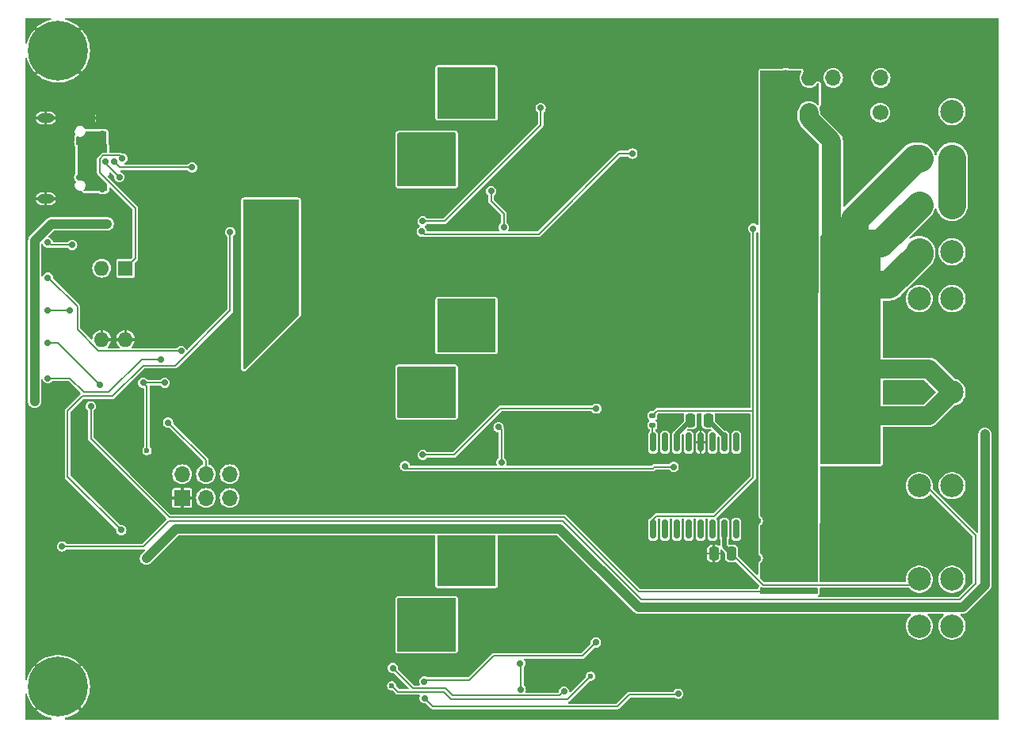
<source format=gbr>
%TF.GenerationSoftware,KiCad,Pcbnew,8.0.5-8.0.5-0~ubuntu24.04.1*%
%TF.CreationDate,2024-10-13T20:58:15+02:00*%
%TF.ProjectId,PD_PSU,50445f50-5355-42e6-9b69-6361645f7063,rev?*%
%TF.SameCoordinates,Original*%
%TF.FileFunction,Copper,L2,Bot*%
%TF.FilePolarity,Positive*%
%FSLAX46Y46*%
G04 Gerber Fmt 4.6, Leading zero omitted, Abs format (unit mm)*
G04 Created by KiCad (PCBNEW 8.0.5-8.0.5-0~ubuntu24.04.1) date 2024-10-13 20:58:15*
%MOMM*%
%LPD*%
G01*
G04 APERTURE LIST*
G04 Aperture macros list*
%AMRoundRect*
0 Rectangle with rounded corners*
0 $1 Rounding radius*
0 $2 $3 $4 $5 $6 $7 $8 $9 X,Y pos of 4 corners*
0 Add a 4 corners polygon primitive as box body*
4,1,4,$2,$3,$4,$5,$6,$7,$8,$9,$2,$3,0*
0 Add four circle primitives for the rounded corners*
1,1,$1+$1,$2,$3*
1,1,$1+$1,$4,$5*
1,1,$1+$1,$6,$7*
1,1,$1+$1,$8,$9*
0 Add four rect primitives between the rounded corners*
20,1,$1+$1,$2,$3,$4,$5,0*
20,1,$1+$1,$4,$5,$6,$7,0*
20,1,$1+$1,$6,$7,$8,$9,0*
20,1,$1+$1,$8,$9,$2,$3,0*%
G04 Aperture macros list end*
%TA.AperFunction,ComponentPad*%
%ADD10R,1.600000X1.600000*%
%TD*%
%TA.AperFunction,ComponentPad*%
%ADD11O,1.600000X1.600000*%
%TD*%
%TA.AperFunction,ComponentPad*%
%ADD12C,1.700000*%
%TD*%
%TA.AperFunction,ComponentPad*%
%ADD13O,1.700000X1.700000*%
%TD*%
%TA.AperFunction,ComponentPad*%
%ADD14C,6.400000*%
%TD*%
%TA.AperFunction,ComponentPad*%
%ADD15R,1.700000X1.700000*%
%TD*%
%TA.AperFunction,ComponentPad*%
%ADD16C,2.500000*%
%TD*%
%TA.AperFunction,ComponentPad*%
%ADD17O,2.100000X1.000000*%
%TD*%
%TA.AperFunction,ComponentPad*%
%ADD18O,1.800000X1.000000*%
%TD*%
%TA.AperFunction,SMDPad,CuDef*%
%ADD19RoundRect,0.150000X-0.150000X0.875000X-0.150000X-0.875000X0.150000X-0.875000X0.150000X0.875000X0*%
%TD*%
%TA.AperFunction,SMDPad,CuDef*%
%ADD20RoundRect,0.250000X0.250000X0.475000X-0.250000X0.475000X-0.250000X-0.475000X0.250000X-0.475000X0*%
%TD*%
%TA.AperFunction,SMDPad,CuDef*%
%ADD21RoundRect,0.250000X-0.250000X-0.475000X0.250000X-0.475000X0.250000X0.475000X-0.250000X0.475000X0*%
%TD*%
%TA.AperFunction,SMDPad,CuDef*%
%ADD22RoundRect,0.135000X0.185000X-0.135000X0.185000X0.135000X-0.185000X0.135000X-0.185000X-0.135000X0*%
%TD*%
%TA.AperFunction,ViaPad*%
%ADD23C,0.700000*%
%TD*%
%TA.AperFunction,ViaPad*%
%ADD24C,0.600000*%
%TD*%
%TA.AperFunction,Conductor*%
%ADD25C,0.200000*%
%TD*%
%TA.AperFunction,Conductor*%
%ADD26C,2.000000*%
%TD*%
%TA.AperFunction,Conductor*%
%ADD27C,3.000000*%
%TD*%
%TA.AperFunction,Conductor*%
%ADD28C,0.500000*%
%TD*%
%TA.AperFunction,Conductor*%
%ADD29C,1.000000*%
%TD*%
G04 APERTURE END LIST*
D10*
%TO.P,SW1,1*%
%TO.N,Net-(U1-CFG3)*%
X58283496Y-49778468D03*
D11*
%TO.P,SW1,2*%
%TO.N,MOSI{slash}IO0*%
X55743496Y-49778468D03*
%TO.P,SW1,3*%
%TO.N,GND*%
X55743496Y-57398468D03*
%TO.P,SW1,4*%
X58283496Y-57398468D03*
%TD*%
D12*
%TO.P,J4,1,Pin_1*%
%TO.N,+3.3V*%
X128793496Y-29428468D03*
D13*
%TO.P,J4,2,Pin_2*%
%TO.N,GND*%
X131333496Y-29428468D03*
%TO.P,J4,3,Pin_3*%
%TO.N,+5V*%
X133873496Y-29428468D03*
%TO.P,J4,4,Pin_4*%
%TO.N,GND*%
X136413496Y-29428468D03*
%TO.P,J4,5,Pin_5*%
%TO.N,+12V*%
X138953496Y-29428468D03*
%TD*%
D12*
%TO.P,J5,1,Pin_1*%
%TO.N,+12V*%
X138913496Y-33128468D03*
D13*
%TO.P,J5,2,Pin_2*%
%TO.N,GND*%
X136373496Y-33128468D03*
%TO.P,J5,3,Pin_3*%
X133833496Y-33128468D03*
%TO.P,J5,4,Pin_4*%
%TO.N,+5V*%
X131293496Y-33128468D03*
%TD*%
D14*
%TO.P,H2,1,1*%
%TO.N,GND*%
X145083496Y-94528468D03*
%TD*%
%TO.P,H4,1,1*%
%TO.N,GND*%
X51083496Y-26528468D03*
%TD*%
D15*
%TO.P,J6,1,Pin_1*%
%TO.N,GND*%
X64333496Y-74340000D03*
D13*
%TO.P,J6,2,Pin_2*%
%TO.N,RST*%
X64333496Y-71800000D03*
%TO.P,J6,3,Pin_3*%
%TO.N,MOSI{slash}IO0*%
X66873496Y-74340000D03*
%TO.P,J6,4,Pin_4*%
%TO.N,SCK{slash}A1*%
X66873496Y-71800000D03*
%TO.P,J6,5,Pin_5*%
%TO.N,5V_RGB*%
X69413496Y-74340000D03*
%TO.P,J6,6,Pin_6*%
%TO.N,MISO{slash}IO1*%
X69413496Y-71800000D03*
%TD*%
D14*
%TO.P,H1,1,1*%
%TO.N,GND*%
X51083496Y-94528468D03*
%TD*%
D16*
%TO.P,J2,1,Pin_1*%
%TO.N,+3.3V*%
X146583496Y-33028468D03*
%TO.P,J2,2,Pin_2*%
%TO.N,+12V*%
X146583496Y-38028468D03*
%TO.P,J2,3,Pin_3*%
X146583496Y-43028468D03*
%TO.P,J2,4,Pin_4*%
%TO.N,+5V_SB*%
X146583496Y-48028468D03*
%TO.P,J2,5,Pin_5*%
%TO.N,MISO{slash}IO1*%
X146583496Y-53028468D03*
%TO.P,J2,6,Pin_6*%
%TO.N,GND*%
X146583496Y-58028468D03*
%TO.P,J2,7,Pin_7*%
%TO.N,+5V*%
X146583496Y-63028468D03*
%TO.P,J2,8,Pin_8*%
%TO.N,GND*%
X146583496Y-68028468D03*
%TO.P,J2,9,Pin_9*%
%TO.N,+5V*%
X146583496Y-73028468D03*
%TO.P,J2,10,Pin_10*%
%TO.N,GND*%
X146583496Y-78028468D03*
%TO.P,J2,11,Pin_11*%
%TO.N,+3.3V*%
X146583496Y-83028468D03*
%TO.P,J2,12,Pin_12*%
X146583496Y-88028468D03*
%TD*%
D17*
%TO.P,J1,S1,SHIELD*%
%TO.N,GND*%
X53938496Y-33708468D03*
D18*
X49758496Y-33708468D03*
D17*
X53938496Y-42348468D03*
D18*
X49758496Y-42348468D03*
%TD*%
D19*
%TO.P,U7,1,zener_cat*%
%TO.N,Net-(U7-zener_cat)*%
X114638496Y-68378468D03*
%TO.P,U7,2*%
%TO.N,N/C*%
X115908496Y-68378468D03*
%TO.P,U7,3,C+*%
%TO.N,Net-(U7-C+)*%
X117178496Y-68378468D03*
%TO.P,U7,4*%
%TO.N,N/C*%
X118448496Y-68378468D03*
%TO.P,U7,5,GND*%
%TO.N,GND*%
X119718496Y-68378468D03*
%TO.P,U7,6*%
%TO.N,N/C*%
X120988496Y-68378468D03*
%TO.P,U7,7,C-*%
%TO.N,Net-(U7-C-)*%
X122258496Y-68378468D03*
%TO.P,U7,8*%
%TO.N,N/C*%
X123528496Y-68378468D03*
%TO.P,U7,9*%
X123528496Y-77678468D03*
%TO.P,U7,10,VOUT*%
%TO.N,-12V*%
X122258496Y-77678468D03*
%TO.P,U7,11*%
%TO.N,N/C*%
X120988496Y-77678468D03*
%TO.P,U7,12,freqx2*%
%TO.N,unconnected-(U7-freqx2-Pad12)*%
X119718496Y-77678468D03*
%TO.P,U7,13*%
%TO.N,N/C*%
X118448496Y-77678468D03*
%TO.P,U7,14,COSC*%
%TO.N,unconnected-(U7-COSC-Pad14)*%
X117178496Y-77678468D03*
%TO.P,U7,15*%
%TO.N,N/C*%
X115908496Y-77678468D03*
%TO.P,U7,16,VDD*%
%TO.N,+12V*%
X114638496Y-77678468D03*
%TD*%
D20*
%TO.P,C43,1*%
%TO.N,-12V*%
X123033496Y-80278468D03*
%TO.P,C43,2*%
%TO.N,GND*%
X121133496Y-80278468D03*
%TD*%
D21*
%TO.P,C44,1*%
%TO.N,Net-(U7-C+)*%
X118633496Y-66028468D03*
%TO.P,C44,2*%
%TO.N,Net-(U7-C-)*%
X120533496Y-66028468D03*
%TD*%
D22*
%TO.P,R35,1*%
%TO.N,Net-(U7-zener_cat)*%
X114583496Y-66538468D03*
%TO.P,R35,2*%
%TO.N,+12V*%
X114583496Y-65518468D03*
%TD*%
D16*
%TO.P,J3,1,Pin_1*%
%TO.N,+3.3V*%
X143083496Y-88028468D03*
%TO.P,J3,2,Pin_2*%
%TO.N,-12V*%
X143083496Y-83028468D03*
%TO.P,J3,3,Pin_3*%
%TO.N,GND*%
X143083496Y-78028468D03*
%TO.P,J3,4,Pin_4*%
%TO.N,EN*%
X143083496Y-73028468D03*
%TO.P,J3,5,Pin_5*%
%TO.N,GND*%
X143083496Y-68028468D03*
%TO.P,J3,6,Pin_6*%
X143083496Y-63028468D03*
%TO.P,J3,7,Pin_7*%
X143083496Y-58028468D03*
%TO.P,J3,8,Pin_8*%
%TO.N,unconnected-(J3-Pin_8-Pad8)*%
X143083496Y-53028468D03*
%TO.P,J3,9,Pin_9*%
%TO.N,+5V*%
X143083496Y-48028468D03*
%TO.P,J3,10,Pin_10*%
X143083496Y-43028468D03*
%TO.P,J3,11,Pin_11*%
X143083496Y-38028468D03*
%TO.P,J3,12,Pin_12*%
%TO.N,GND*%
X143083496Y-33028468D03*
%TD*%
D23*
%TO.N,GND*%
X85933496Y-66930968D03*
X107583496Y-48278468D03*
X81533496Y-30628468D03*
X52933496Y-65928468D03*
X122183496Y-63128468D03*
X111583496Y-48178468D03*
X119865996Y-88528468D03*
X62800000Y-84300000D03*
X124333496Y-56528468D03*
X90083496Y-82878468D03*
X90100996Y-91928468D03*
X68300000Y-39000000D03*
X86033496Y-91628468D03*
X63200000Y-34600000D03*
X102233496Y-97528468D03*
X122183496Y-61928468D03*
X93533496Y-73030968D03*
X122333496Y-74228468D03*
X110833496Y-39628468D03*
X125833496Y-80778468D03*
X52583496Y-41528468D03*
X87333496Y-32078468D03*
X77533496Y-80428468D03*
X124333496Y-51528468D03*
X90083496Y-34078468D03*
X125833496Y-76778468D03*
X109583496Y-48178468D03*
X121615996Y-88528468D03*
X87333496Y-81878468D03*
X90083496Y-83878468D03*
X124833496Y-80778468D03*
X52083496Y-86278468D03*
X88183496Y-42028468D03*
X61701591Y-38028468D03*
X122615996Y-87528468D03*
X121283496Y-34428468D03*
X112583496Y-93778468D03*
X52583496Y-34528468D03*
X90083496Y-33078468D03*
X123615996Y-88528468D03*
X120083496Y-34428468D03*
X87383496Y-56830968D03*
X90133496Y-58830968D03*
X110933496Y-43628468D03*
X121033496Y-74228468D03*
X52933496Y-66928468D03*
X77533496Y-30628468D03*
X122333496Y-73028468D03*
X88383496Y-56830968D03*
X122583496Y-37128468D03*
X67583496Y-62778468D03*
X120883496Y-61928468D03*
X123083496Y-40528468D03*
X77383496Y-55380968D03*
X85933496Y-42028468D03*
X90133496Y-57830968D03*
X88333496Y-32078468D03*
X120883496Y-63128468D03*
D24*
X58833496Y-68778468D03*
D23*
X52093764Y-85274091D03*
X110933496Y-41628468D03*
X89333496Y-32078468D03*
X88333496Y-81878468D03*
X52083627Y-84303501D03*
X112633496Y-96028468D03*
X89333496Y-81878468D03*
X124583496Y-54028468D03*
X89383496Y-56830968D03*
X81533496Y-80428468D03*
X81633496Y-55380968D03*
X89933496Y-66930968D03*
X52083496Y-83300000D03*
X112333496Y-68928468D03*
X124833496Y-76778468D03*
X122583496Y-35928468D03*
X121033496Y-73028468D03*
%TO.N,VCC*%
X92733496Y-86078468D03*
X89833496Y-37528468D03*
X91483496Y-86078468D03*
X88583496Y-36278468D03*
X90133496Y-62328468D03*
X92633496Y-61078468D03*
X88883496Y-64828468D03*
X91383496Y-64828468D03*
X92633496Y-62328468D03*
X89833496Y-36278468D03*
X89833496Y-40028468D03*
X90133496Y-63578468D03*
X88583496Y-40028468D03*
X90233496Y-88578468D03*
X92733496Y-88578468D03*
X91483496Y-89828468D03*
X71333496Y-45528468D03*
X90233496Y-89828468D03*
X88983496Y-87328468D03*
X91383496Y-63578468D03*
X90233496Y-86078468D03*
X92633496Y-64828468D03*
X91383496Y-61078468D03*
X76333496Y-54528468D03*
X90133496Y-61078468D03*
X91483496Y-87328468D03*
X92333496Y-37528468D03*
X88983496Y-86078468D03*
X88883496Y-61078468D03*
X92633496Y-63578468D03*
X91083496Y-36278468D03*
X92733496Y-89828468D03*
X90233496Y-87328468D03*
X73083496Y-57778468D03*
X91083496Y-37528468D03*
X92333496Y-38778468D03*
X91083496Y-38778468D03*
X92333496Y-40028468D03*
X92733496Y-87328468D03*
X76333496Y-43028468D03*
X92333496Y-36278468D03*
X91483496Y-88578468D03*
X90133496Y-64828468D03*
X76333496Y-45528468D03*
X71333496Y-59528468D03*
X91383496Y-62328468D03*
X89833496Y-38778468D03*
X88583496Y-37528468D03*
X71333496Y-43028468D03*
X91083496Y-40028468D03*
X88883496Y-62328468D03*
X88983496Y-88578468D03*
X88883496Y-63578468D03*
X88983496Y-89828468D03*
X88583496Y-38778468D03*
X74833496Y-56028468D03*
%TO.N,CSN3*%
X90233496Y-95738468D03*
X117333496Y-95278468D03*
%TO.N,CSN2*%
X116833496Y-71028468D03*
X88133496Y-70930968D03*
%TO.N,+5V*%
X136133496Y-47628468D03*
X138280640Y-51536244D03*
X60183496Y-62028468D03*
X135583496Y-70028468D03*
X134583496Y-70028468D03*
X134583496Y-69028468D03*
X139333496Y-51536244D03*
X136133496Y-46628468D03*
D24*
X86733496Y-94428468D03*
D23*
X135583496Y-69028468D03*
X133733496Y-46628468D03*
X133733496Y-47628468D03*
D24*
X107958496Y-93403468D03*
X60583496Y-69278468D03*
D23*
X62473496Y-62028468D03*
%TO.N,CSN1*%
X89933496Y-45838468D03*
X112433496Y-37528468D03*
%TO.N,Net-(D3-DOUT)*%
X105133496Y-95028468D03*
X86833496Y-92528468D03*
%TO.N,+12V*%
X125333496Y-45528468D03*
%TO.N,EN*%
X51500000Y-79528468D03*
%TO.N,SCK{slash}A1*%
X62833496Y-66278468D03*
%TO.N,CSP3*%
X108533496Y-89778468D03*
X90200996Y-93978468D03*
%TO.N,CSP2*%
X90033496Y-69730968D03*
X108583496Y-64778468D03*
%TO.N,CSP1*%
X90033496Y-44750968D03*
X102633496Y-32650968D03*
%TO.N,Net-(Q1-G)*%
X97333496Y-41528468D03*
X98700000Y-45400000D03*
%TO.N,Net-(Q3-G)*%
X98133496Y-66754718D03*
X98433496Y-70530968D03*
%TO.N,Net-(Q5-G)*%
X100452586Y-92028468D03*
X100500996Y-94828468D03*
%TO.N,Net-(U1-CFG3)*%
X57933496Y-38028468D03*
%TO.N,Net-(J1-CC1)*%
X57064478Y-38378468D03*
X65403777Y-38982762D03*
%TO.N,Net-(U1-DM)*%
X57633496Y-40028468D03*
X56164475Y-38378468D03*
%TO.N,+3.3V*%
X130583496Y-82028468D03*
X130583496Y-80528468D03*
X130833496Y-84278468D03*
X131583496Y-82778468D03*
X54583496Y-64528468D03*
X131583496Y-81278468D03*
%TO.N,Net-(D10-K)*%
X49985000Y-47028468D03*
X52583496Y-47278468D03*
%TO.N,Net-(D6-A)*%
X50000000Y-57778468D03*
X55583496Y-62278468D03*
%TO.N,Net-(D7-A)*%
X49985000Y-54278468D03*
X52333496Y-54278468D03*
%TO.N,Net-(D8-A)*%
X64233496Y-58628468D03*
X50000000Y-50778468D03*
%TO.N,Net-(D5-A)*%
X50000000Y-61528468D03*
X62083496Y-59528468D03*
%TO.N,/buck/12_fet*%
X93783496Y-32878468D03*
X92533496Y-32878468D03*
X95033496Y-32878468D03*
X92533496Y-30378468D03*
X96283496Y-31628468D03*
X96283496Y-30378468D03*
X95033496Y-29128468D03*
X96283496Y-29128468D03*
X96283496Y-32878468D03*
X93783496Y-31628468D03*
X92533496Y-31628468D03*
X92533496Y-29128468D03*
X93783496Y-30378468D03*
X93783496Y-29128468D03*
X95033496Y-30378468D03*
X95033496Y-31628468D03*
%TO.N,/buck/5_fet*%
X96333496Y-54078468D03*
X92583496Y-55328468D03*
X92583496Y-57828468D03*
X95083496Y-55328468D03*
X95083496Y-56578468D03*
X95083496Y-54078468D03*
X93833496Y-54078468D03*
X96333496Y-57828468D03*
X95083496Y-57828468D03*
X93833496Y-57828468D03*
X92583496Y-54078468D03*
X93833496Y-55328468D03*
X92583496Y-56578468D03*
X96333496Y-56578468D03*
X93833496Y-56578468D03*
X96333496Y-55328468D03*
%TO.N,/buck/3\u002C3_fet*%
X96333496Y-78878468D03*
X96333496Y-80128468D03*
X93833496Y-81378468D03*
X93833496Y-78878468D03*
X95083496Y-81378468D03*
X92583496Y-78878468D03*
X96333496Y-81378468D03*
X93833496Y-80128468D03*
X96333496Y-82628468D03*
X92583496Y-80128468D03*
X95083496Y-80128468D03*
X92583496Y-82628468D03*
X95083496Y-82628468D03*
X93833496Y-82628468D03*
X92583496Y-81378468D03*
X95083496Y-78878468D03*
%TO.N,VIN*%
X55833496Y-35428468D03*
X53333496Y-40028468D03*
X55833496Y-41328468D03*
D24*
X56333496Y-45028468D03*
D23*
X53333496Y-36278468D03*
D24*
X48583496Y-64028468D03*
D23*
%TO.N,+5V_SB*%
X150083496Y-67528468D03*
X60510010Y-80789990D03*
%TO.N,Net-(Q7-G)*%
X69458496Y-45903468D03*
X57833496Y-77778468D03*
%TD*%
D25*
%TO.N,CSN3*%
X117333496Y-95278468D02*
X117233496Y-95378468D01*
X117233496Y-95378468D02*
X112083496Y-95378468D01*
X112083496Y-95378468D02*
X110833496Y-96628468D01*
X110833496Y-96628468D02*
X91123496Y-96628468D01*
X91123496Y-96628468D02*
X90233496Y-95738468D01*
%TO.N,CSN2*%
X114758496Y-71028468D02*
X114605996Y-71180968D01*
X114605996Y-71180968D02*
X88383496Y-71180968D01*
X88383496Y-71180968D02*
X88133496Y-70930968D01*
X116833496Y-71028468D02*
X114758496Y-71028468D01*
D26*
%TO.N,+5V*%
X144133496Y-60578468D02*
X137033496Y-60578468D01*
D25*
X93083496Y-95878468D02*
X92293496Y-95088468D01*
X107958496Y-93403468D02*
X105483496Y-95878468D01*
D27*
X136133496Y-44528468D02*
X136133496Y-47128468D01*
X143054006Y-43028468D02*
X143083496Y-43028468D01*
D25*
X87393496Y-95088468D02*
X86733496Y-94428468D01*
D27*
X143083496Y-48278468D02*
X143083496Y-48028468D01*
D25*
X60183496Y-62028468D02*
X62473496Y-62028468D01*
D27*
X138954006Y-47128468D02*
X143054006Y-43028468D01*
X143083496Y-38028468D02*
X142633496Y-38028468D01*
D25*
X60583496Y-62428468D02*
X60183496Y-62028468D01*
D26*
X131293496Y-33738468D02*
X131293496Y-33128468D01*
X144083496Y-65528468D02*
X136833496Y-65528468D01*
D25*
X92293496Y-95088468D02*
X87393496Y-95088468D01*
X105483496Y-95878468D02*
X93083496Y-95878468D01*
D26*
X146583496Y-63028468D02*
X144083496Y-65528468D01*
D25*
X60583496Y-69278468D02*
X60583496Y-62428468D01*
D27*
X136133496Y-47128468D02*
X138954006Y-47128468D01*
D26*
X133733496Y-36178468D02*
X131293496Y-33738468D01*
D27*
X139333496Y-51536244D02*
X139825720Y-51536244D01*
X142633496Y-38028468D02*
X136133496Y-44528468D01*
D26*
X133733496Y-47628468D02*
X133733496Y-36178468D01*
D27*
X139825720Y-51536244D02*
X143083496Y-48278468D01*
X138280640Y-51536244D02*
X139333496Y-51536244D01*
D26*
X146583496Y-63028468D02*
X144133496Y-60578468D01*
D25*
%TO.N,CSN1*%
X111033496Y-37528468D02*
X112433496Y-37528468D01*
X89933496Y-45838468D02*
X90223496Y-46128468D01*
X90223496Y-46128468D02*
X102433496Y-46128468D01*
X102433496Y-46128468D02*
X111033496Y-37528468D01*
%TO.N,Net-(D3-DOUT)*%
X104683496Y-95478468D02*
X93249182Y-95478468D01*
X93249182Y-95478468D02*
X92459182Y-94688468D01*
X105133496Y-95028468D02*
X104683496Y-95478468D01*
X92459182Y-94688468D02*
X88993496Y-94688468D01*
X88993496Y-94688468D02*
X86833496Y-92528468D01*
%TO.N,+12V*%
X114638496Y-76653469D02*
X115013497Y-76278468D01*
X115098496Y-65003468D02*
X125308496Y-65003468D01*
X115013497Y-76278468D02*
X121202735Y-76278468D01*
D27*
X146583496Y-38028468D02*
X146583496Y-43028468D01*
D25*
X125333496Y-72147707D02*
X125333496Y-66278468D01*
X125333496Y-66278468D02*
X125333496Y-45528468D01*
X121202735Y-76278468D02*
X125333496Y-72147707D01*
X114638496Y-77678468D02*
X114638496Y-76653469D01*
D26*
X147033496Y-38128468D02*
X146857596Y-38128468D01*
D25*
X114583496Y-65518468D02*
X115098496Y-65003468D01*
X125308496Y-65003468D02*
X125333496Y-65028468D01*
%TO.N,EN*%
X149083496Y-78336436D02*
X149083496Y-83528468D01*
X60208496Y-79528468D02*
X51500000Y-79528468D01*
X143775528Y-73028468D02*
X149083496Y-78336436D01*
X113414866Y-85228468D02*
X105014866Y-76828468D01*
X105014866Y-76828468D02*
X62908496Y-76828468D01*
X143083496Y-73028468D02*
X143775528Y-73028468D01*
X62908496Y-76828468D02*
X60208496Y-79528468D01*
X147383496Y-85228468D02*
X113414866Y-85228468D01*
X149083496Y-83528468D02*
X147383496Y-85228468D01*
%TO.N,SCK{slash}A1*%
X66873496Y-70318468D02*
X66873496Y-71763468D01*
X62833496Y-66278468D02*
X66873496Y-70318468D01*
%TO.N,CSP3*%
X90350996Y-93828468D02*
X95033496Y-93828468D01*
X107083496Y-91228468D02*
X108533496Y-89778468D01*
X90200996Y-93978468D02*
X90350996Y-93828468D01*
X95033496Y-93828468D02*
X97633496Y-91228468D01*
X97633496Y-91228468D02*
X107083496Y-91228468D01*
%TO.N,CSP2*%
X108583496Y-64778468D02*
X98333496Y-64778468D01*
X98333496Y-64778468D02*
X93380996Y-69730968D01*
X93380996Y-69730968D02*
X90033496Y-69730968D01*
%TO.N,CSP1*%
X90033496Y-44750968D02*
X92360996Y-44750968D01*
X102633496Y-34478468D02*
X102633496Y-32650968D01*
X92360996Y-44750968D02*
X102633496Y-34478468D01*
%TO.N,Net-(Q1-G)*%
X98700000Y-45400000D02*
X98700000Y-43975732D01*
X98700000Y-43975732D02*
X97333496Y-42609228D01*
X97333496Y-42609228D02*
X97333496Y-41528468D01*
%TO.N,Net-(Q3-G)*%
X98133496Y-66754718D02*
X98433496Y-67054718D01*
X98433496Y-67054718D02*
X98433496Y-70530968D01*
%TO.N,Net-(Q5-G)*%
X100452586Y-92028468D02*
X100500996Y-92076878D01*
X100500996Y-92076878D02*
X100500996Y-94828468D01*
%TO.N,Net-(U1-CFG3)*%
X55895236Y-37728468D02*
X55514475Y-38109229D01*
X57933496Y-38028468D02*
X57633496Y-37728468D01*
X59333496Y-48728468D02*
X58283496Y-49778468D01*
X59333496Y-43344154D02*
X59333496Y-48728468D01*
X55514475Y-39525133D02*
X59333496Y-43344154D01*
X57633496Y-37728468D02*
X55895236Y-37728468D01*
X55514475Y-38109229D02*
X55514475Y-39525133D01*
%TO.N,Net-(J1-CC1)*%
X57686010Y-39000000D02*
X57064478Y-38378468D01*
X65386539Y-39000000D02*
X57686010Y-39000000D01*
X65403777Y-38982762D02*
X65386539Y-39000000D01*
%TO.N,Net-(U1-DM)*%
X56164475Y-38559447D02*
X57633496Y-40028468D01*
X56164475Y-38378468D02*
X56164475Y-38559447D01*
%TO.N,+3.3V*%
X62983496Y-76428468D02*
X105180551Y-76428468D01*
X54583496Y-68028468D02*
X62983496Y-76428468D01*
X113130551Y-84378468D02*
X126483496Y-84378468D01*
X54583496Y-64528468D02*
X54583496Y-68028468D01*
X105180551Y-76428468D02*
X113130551Y-84378468D01*
%TO.N,Net-(D10-K)*%
X50333496Y-47278468D02*
X50083496Y-47028468D01*
X52583496Y-47278468D02*
X50333496Y-47278468D01*
%TO.N,Net-(D6-A)*%
X50083496Y-57778468D02*
X51083496Y-57778468D01*
X51083496Y-57778468D02*
X55583496Y-62278468D01*
%TO.N,Net-(D7-A)*%
X52333496Y-54278468D02*
X50083496Y-54278468D01*
%TO.N,Net-(D8-A)*%
X50083496Y-50810650D02*
X50083496Y-50778468D01*
X53133496Y-53860650D02*
X50083496Y-50810650D01*
X55417861Y-58628468D02*
X53133496Y-56344103D01*
X64233496Y-58628468D02*
X55417861Y-58628468D01*
X53133496Y-56344103D02*
X53133496Y-53860650D01*
%TO.N,Net-(D5-A)*%
X52333496Y-61528468D02*
X50083496Y-61528468D01*
X53833496Y-63028468D02*
X52333496Y-61528468D01*
X59998876Y-59528468D02*
X56498876Y-63028468D01*
X62083496Y-59528468D02*
X59998876Y-59528468D01*
X56498876Y-63028468D02*
X53833496Y-63028468D01*
D28*
%TO.N,-12V*%
X122258496Y-77678468D02*
X122258496Y-79503468D01*
D25*
X142483496Y-83628468D02*
X143083496Y-83028468D01*
X126383496Y-83628468D02*
X142483496Y-83628468D01*
D28*
X122258496Y-79503468D02*
X123033496Y-80278468D01*
D25*
X123033496Y-80278468D02*
X126383496Y-83628468D01*
D29*
%TO.N,VIN*%
X48583496Y-64028468D02*
X48583496Y-46816504D01*
X48583496Y-46816504D02*
X50371532Y-45028468D01*
X50371532Y-45028468D02*
X56333496Y-45028468D01*
D28*
%TO.N,Net-(U7-C-)*%
X120533496Y-66028468D02*
X122258496Y-67753468D01*
X122258496Y-67753468D02*
X122258496Y-68378468D01*
%TO.N,Net-(U7-C+)*%
X117178496Y-67483468D02*
X117178496Y-68378468D01*
X118633496Y-66028468D02*
X117178496Y-67483468D01*
D29*
%TO.N,+5V_SB*%
X147714866Y-86028468D02*
X113083496Y-86028468D01*
X63671532Y-77628468D02*
X60510010Y-80789990D01*
X150083496Y-83659838D02*
X147714866Y-86028468D01*
X150083496Y-67528468D02*
X150083496Y-83659838D01*
X113083496Y-86028468D02*
X104683496Y-77628468D01*
X104683496Y-77628468D02*
X63671532Y-77628468D01*
D25*
%TO.N,Net-(Q7-G)*%
X69458496Y-45903468D02*
X69458496Y-54322707D01*
X63602735Y-60178468D02*
X60183496Y-60178468D01*
X56933496Y-63428468D02*
X53683496Y-63428468D01*
X60183496Y-60178468D02*
X56933496Y-63428468D01*
X52083496Y-65028468D02*
X52083496Y-72028468D01*
X53683496Y-63428468D02*
X52083496Y-65028468D01*
X69458496Y-54322707D02*
X63602735Y-60178468D01*
X52083496Y-72028468D02*
X57833496Y-77778468D01*
%TO.N,Net-(U7-zener_cat)*%
X114583496Y-66538468D02*
X114583496Y-68323468D01*
X114583496Y-68323468D02*
X114638496Y-68378468D01*
%TD*%
%TA.AperFunction,Conductor*%
%TO.N,GND*%
G36*
X151542187Y-23047875D02*
G01*
X151578151Y-23097375D01*
X151582996Y-23127968D01*
X151582996Y-97928968D01*
X151564089Y-97987159D01*
X151514589Y-98023123D01*
X151483996Y-98027968D01*
X76029436Y-98027968D01*
X76025009Y-94428465D01*
X86227849Y-94428465D01*
X86227849Y-94428470D01*
X86248330Y-94570924D01*
X86270270Y-94618964D01*
X86308119Y-94701841D01*
X86391100Y-94797607D01*
X86402369Y-94810612D01*
X86519441Y-94885849D01*
X86523443Y-94888421D01*
X86629899Y-94919679D01*
X86661531Y-94928967D01*
X86661532Y-94928967D01*
X86661535Y-94928968D01*
X86661537Y-94928968D01*
X86768017Y-94928968D01*
X86826208Y-94947875D01*
X86838021Y-94957964D01*
X87153036Y-95272979D01*
X87153035Y-95272979D01*
X87208985Y-95328928D01*
X87277503Y-95368487D01*
X87277507Y-95368489D01*
X87353931Y-95388967D01*
X87353933Y-95388968D01*
X87353934Y-95388968D01*
X89634243Y-95388968D01*
X89692434Y-95407875D01*
X89728398Y-95457375D01*
X89728398Y-95518561D01*
X89725713Y-95525839D01*
X89704121Y-95577968D01*
X89697165Y-95594762D01*
X89678246Y-95738467D01*
X89678246Y-95738468D01*
X89697165Y-95882176D01*
X89697166Y-95882177D01*
X89752635Y-96016093D01*
X89840875Y-96131089D01*
X89955871Y-96219329D01*
X90089787Y-96274798D01*
X90233496Y-96293718D01*
X90300215Y-96284933D01*
X90360372Y-96296082D01*
X90383139Y-96313082D01*
X90883036Y-96812979D01*
X90883035Y-96812979D01*
X90938985Y-96868928D01*
X91007503Y-96908487D01*
X91007507Y-96908489D01*
X91083931Y-96928967D01*
X91083933Y-96928968D01*
X91083934Y-96928968D01*
X110873059Y-96928968D01*
X110873059Y-96928967D01*
X110949485Y-96908489D01*
X111018007Y-96868928D01*
X111073956Y-96812979D01*
X112178971Y-95707964D01*
X112233488Y-95680187D01*
X112248975Y-95678968D01*
X116917536Y-95678968D01*
X116975727Y-95697875D01*
X116977803Y-95699426D01*
X117044574Y-95750661D01*
X117055871Y-95759329D01*
X117189787Y-95814798D01*
X117333496Y-95833718D01*
X117477205Y-95814798D01*
X117611121Y-95759329D01*
X117726117Y-95671089D01*
X117814357Y-95556093D01*
X117869826Y-95422177D01*
X117888746Y-95278468D01*
X117873025Y-95159061D01*
X117869826Y-95134759D01*
X117814357Y-95000843D01*
X117726117Y-94885847D01*
X117611121Y-94797607D01*
X117611117Y-94797605D01*
X117477205Y-94742138D01*
X117477204Y-94742137D01*
X117333496Y-94723218D01*
X117189787Y-94742137D01*
X117189786Y-94742138D01*
X117055874Y-94797605D01*
X117055870Y-94797607D01*
X116940877Y-94885845D01*
X116940873Y-94885849D01*
X116852635Y-95000842D01*
X116852634Y-95000844D01*
X116846003Y-95016854D01*
X116806266Y-95063380D01*
X116754539Y-95077968D01*
X112043931Y-95077968D01*
X111967507Y-95098446D01*
X111967503Y-95098448D01*
X111898987Y-95138006D01*
X110738021Y-96298972D01*
X110683504Y-96326749D01*
X110668017Y-96327968D01*
X105675412Y-96327968D01*
X105617221Y-96309061D01*
X105581257Y-96259561D01*
X105581257Y-96198375D01*
X105617221Y-96148875D01*
X105625912Y-96143232D01*
X105646949Y-96131086D01*
X105668007Y-96118928D01*
X105723956Y-96062979D01*
X107853970Y-93932963D01*
X107908487Y-93905187D01*
X107923974Y-93903968D01*
X108030455Y-93903968D01*
X108030457Y-93903968D01*
X108168549Y-93863421D01*
X108289624Y-93785611D01*
X108383873Y-93676841D01*
X108443661Y-93545925D01*
X108458583Y-93442137D01*
X108464143Y-93403470D01*
X108464143Y-93403465D01*
X108443661Y-93261011D01*
X108383873Y-93130096D01*
X108383873Y-93130095D01*
X108289624Y-93021325D01*
X108289623Y-93021324D01*
X108289622Y-93021323D01*
X108168553Y-92943517D01*
X108168550Y-92943515D01*
X108168549Y-92943515D01*
X108168546Y-92943514D01*
X108030460Y-92902968D01*
X108030457Y-92902968D01*
X107886535Y-92902968D01*
X107886531Y-92902968D01*
X107748445Y-92943514D01*
X107748438Y-92943517D01*
X107627369Y-93021323D01*
X107533118Y-93130096D01*
X107473330Y-93261011D01*
X107452849Y-93403465D01*
X107452849Y-93403471D01*
X107455937Y-93424950D01*
X107445503Y-93485239D01*
X107427949Y-93509042D01*
X105856267Y-95080724D01*
X105801750Y-95108501D01*
X105741318Y-95098930D01*
X105698053Y-95055665D01*
X105688111Y-95023645D01*
X105669826Y-94884759D01*
X105614357Y-94750843D01*
X105526117Y-94635847D01*
X105411121Y-94547607D01*
X105411117Y-94547605D01*
X105277205Y-94492138D01*
X105277204Y-94492137D01*
X105133496Y-94473218D01*
X104989787Y-94492137D01*
X104989786Y-94492138D01*
X104855874Y-94547605D01*
X104855870Y-94547607D01*
X104740877Y-94635845D01*
X104740873Y-94635849D01*
X104652635Y-94750842D01*
X104652633Y-94750846D01*
X104597166Y-94884758D01*
X104597165Y-94884759D01*
X104578246Y-95028467D01*
X104578246Y-95028468D01*
X104583193Y-95066046D01*
X104572043Y-95126207D01*
X104527660Y-95168324D01*
X104485040Y-95177968D01*
X101100249Y-95177968D01*
X101042058Y-95159061D01*
X101006094Y-95109561D01*
X101006094Y-95048375D01*
X101008778Y-95041096D01*
X101037326Y-94972177D01*
X101056246Y-94828468D01*
X101049493Y-94777178D01*
X101037326Y-94684759D01*
X100981857Y-94550843D01*
X100893617Y-94435847D01*
X100893616Y-94435846D01*
X100893613Y-94435842D01*
X100840228Y-94394878D01*
X100805573Y-94344454D01*
X100801496Y-94316337D01*
X100801496Y-92503450D01*
X100820403Y-92445259D01*
X100840226Y-92424910D01*
X100845207Y-92421089D01*
X100933447Y-92306093D01*
X100988916Y-92172177D01*
X101007836Y-92028468D01*
X100988916Y-91884759D01*
X100933447Y-91750843D01*
X100885405Y-91688234D01*
X100864982Y-91630560D01*
X100882359Y-91571894D01*
X100930900Y-91534647D01*
X100963948Y-91528968D01*
X107123059Y-91528968D01*
X107123059Y-91528967D01*
X107199485Y-91508489D01*
X107268007Y-91468928D01*
X107323956Y-91412979D01*
X108383853Y-90353080D01*
X108438368Y-90325305D01*
X108466771Y-90324933D01*
X108533496Y-90333718D01*
X108677205Y-90314798D01*
X108811121Y-90259329D01*
X108926117Y-90171089D01*
X109014357Y-90056093D01*
X109069826Y-89922177D01*
X109088746Y-89778468D01*
X109069826Y-89634759D01*
X109014357Y-89500843D01*
X108926117Y-89385847D01*
X108811121Y-89297607D01*
X108811117Y-89297605D01*
X108677205Y-89242138D01*
X108677204Y-89242137D01*
X108533496Y-89223218D01*
X108389787Y-89242137D01*
X108389786Y-89242138D01*
X108255874Y-89297605D01*
X108255870Y-89297607D01*
X108140877Y-89385845D01*
X108140873Y-89385849D01*
X108052635Y-89500842D01*
X108052633Y-89500846D01*
X107997166Y-89634758D01*
X107997165Y-89634759D01*
X107978246Y-89778467D01*
X107978246Y-89778468D01*
X107987029Y-89845185D01*
X107975879Y-89905346D01*
X107958880Y-89928110D01*
X106988021Y-90898971D01*
X106933504Y-90926749D01*
X106918017Y-90927968D01*
X97593931Y-90927968D01*
X97517507Y-90948446D01*
X97517506Y-90948446D01*
X97460367Y-90981437D01*
X97460365Y-90981438D01*
X97448989Y-90988005D01*
X97448985Y-90988008D01*
X94938021Y-93498972D01*
X94883504Y-93526749D01*
X94868017Y-93527968D01*
X90551795Y-93527968D01*
X90493604Y-93509061D01*
X90491528Y-93507511D01*
X90478621Y-93497607D01*
X90478617Y-93497605D01*
X90344705Y-93442138D01*
X90344704Y-93442137D01*
X90200996Y-93423218D01*
X90057287Y-93442137D01*
X90057286Y-93442138D01*
X89923374Y-93497605D01*
X89923370Y-93497607D01*
X89808377Y-93585845D01*
X89808373Y-93585849D01*
X89720135Y-93700842D01*
X89720133Y-93700846D01*
X89664666Y-93834758D01*
X89664665Y-93834759D01*
X89647056Y-93968514D01*
X89645746Y-93978468D01*
X89664666Y-94122177D01*
X89718060Y-94251083D01*
X89722861Y-94312080D01*
X89690891Y-94364249D01*
X89634363Y-94387663D01*
X89626596Y-94387968D01*
X89158975Y-94387968D01*
X89100784Y-94369061D01*
X89088971Y-94358972D01*
X87408110Y-92678111D01*
X87380333Y-92623594D01*
X87379961Y-92595191D01*
X87388746Y-92528468D01*
X87369826Y-92384759D01*
X87314357Y-92250843D01*
X87226117Y-92135847D01*
X87111121Y-92047607D01*
X87111117Y-92047605D01*
X86977205Y-91992138D01*
X86977204Y-91992137D01*
X86833496Y-91973218D01*
X86689787Y-91992137D01*
X86689786Y-91992138D01*
X86555874Y-92047605D01*
X86555870Y-92047607D01*
X86440877Y-92135845D01*
X86440873Y-92135849D01*
X86352635Y-92250842D01*
X86352633Y-92250846D01*
X86297166Y-92384758D01*
X86297165Y-92384759D01*
X86278246Y-92528467D01*
X86278246Y-92528468D01*
X86297165Y-92672176D01*
X86297166Y-92672177D01*
X86352635Y-92806093D01*
X86440875Y-92921089D01*
X86555871Y-93009329D01*
X86689787Y-93064798D01*
X86833496Y-93083718D01*
X86900215Y-93074933D01*
X86960372Y-93086082D01*
X86983139Y-93103082D01*
X88499021Y-94618964D01*
X88526798Y-94673481D01*
X88517227Y-94733913D01*
X88473962Y-94777178D01*
X88429017Y-94787968D01*
X87558975Y-94787968D01*
X87500784Y-94769061D01*
X87488971Y-94758972D01*
X87264042Y-94534043D01*
X87236265Y-94479526D01*
X87236054Y-94449950D01*
X87239143Y-94428468D01*
X87236264Y-94408447D01*
X87218661Y-94286011D01*
X87158873Y-94155096D01*
X87158873Y-94155095D01*
X87064624Y-94046325D01*
X87064623Y-94046324D01*
X87064622Y-94046323D01*
X86943553Y-93968517D01*
X86943550Y-93968515D01*
X86943549Y-93968515D01*
X86943546Y-93968514D01*
X86805460Y-93927968D01*
X86805457Y-93927968D01*
X86661535Y-93927968D01*
X86661531Y-93927968D01*
X86523445Y-93968514D01*
X86523438Y-93968517D01*
X86402369Y-94046323D01*
X86308118Y-94155096D01*
X86248330Y-94286011D01*
X86227849Y-94428465D01*
X76025009Y-94428465D01*
X76013568Y-85127464D01*
X87127996Y-85127464D01*
X87127996Y-85127468D01*
X87127996Y-90679468D01*
X87130526Y-90711611D01*
X87135379Y-90742261D01*
X87136142Y-90746749D01*
X87136143Y-90746754D01*
X87172087Y-90830850D01*
X87172088Y-90830851D01*
X87208052Y-90880351D01*
X87232293Y-90908096D01*
X87310803Y-90955004D01*
X87368994Y-90973911D01*
X87381048Y-90975820D01*
X87432492Y-90983968D01*
X87432496Y-90983968D01*
X93484489Y-90983968D01*
X93484496Y-90983968D01*
X93516640Y-90981438D01*
X93547233Y-90976593D01*
X93547244Y-90976591D01*
X93547289Y-90976584D01*
X93551777Y-90975821D01*
X93551776Y-90975821D01*
X93551783Y-90975820D01*
X93635879Y-90939876D01*
X93685379Y-90903912D01*
X93713124Y-90879671D01*
X93760032Y-90801161D01*
X93778939Y-90742970D01*
X93788996Y-90679468D01*
X93788996Y-85127468D01*
X93786466Y-85095324D01*
X93781621Y-85064731D01*
X93781612Y-85064674D01*
X93780849Y-85060182D01*
X93780848Y-85060181D01*
X93744904Y-84976085D01*
X93708940Y-84926585D01*
X93684699Y-84898840D01*
X93606189Y-84851932D01*
X93606187Y-84851931D01*
X93606185Y-84851930D01*
X93547995Y-84833024D01*
X93547996Y-84833024D01*
X93484499Y-84822968D01*
X93484496Y-84822968D01*
X87432496Y-84822968D01*
X87400352Y-84825498D01*
X87369702Y-84830351D01*
X87365214Y-84831114D01*
X87365209Y-84831115D01*
X87281113Y-84867059D01*
X87231614Y-84903023D01*
X87203868Y-84927265D01*
X87156960Y-85005775D01*
X87156958Y-85005778D01*
X87138052Y-85063967D01*
X87127996Y-85127464D01*
X76013568Y-85127464D01*
X76005206Y-78328968D01*
X91278996Y-78328968D01*
X91337187Y-78347875D01*
X91373151Y-78397375D01*
X91377996Y-78427968D01*
X91377996Y-83679468D01*
X91380371Y-83709644D01*
X91380526Y-83711611D01*
X91385379Y-83742261D01*
X91386142Y-83746749D01*
X91386143Y-83746754D01*
X91422087Y-83830850D01*
X91422088Y-83830851D01*
X91458052Y-83880351D01*
X91482293Y-83908096D01*
X91560803Y-83955004D01*
X91618994Y-83973911D01*
X91631048Y-83975820D01*
X91682492Y-83983968D01*
X91682496Y-83983968D01*
X97734489Y-83983968D01*
X97734496Y-83983968D01*
X97766640Y-83981438D01*
X97797233Y-83976593D01*
X97797244Y-83976591D01*
X97797289Y-83976584D01*
X97801777Y-83975821D01*
X97801776Y-83975821D01*
X97801783Y-83975820D01*
X97885879Y-83939876D01*
X97935379Y-83903912D01*
X97963124Y-83879671D01*
X98010032Y-83801161D01*
X98028939Y-83742970D01*
X98038996Y-83679468D01*
X98038996Y-78427968D01*
X98057903Y-78369777D01*
X98107403Y-78333813D01*
X98137996Y-78328968D01*
X104352331Y-78328968D01*
X104410522Y-78347875D01*
X104422335Y-78357964D01*
X112636953Y-86572582D01*
X112751685Y-86649243D01*
X112879168Y-86702048D01*
X113014502Y-86728968D01*
X113014503Y-86728968D01*
X142103157Y-86728968D01*
X142161348Y-86747875D01*
X142197312Y-86797375D01*
X142197312Y-86858561D01*
X142163964Y-86906092D01*
X142139115Y-86925433D01*
X142097735Y-86957640D01*
X141934921Y-87134503D01*
X141803449Y-87335735D01*
X141803446Y-87335740D01*
X141706884Y-87555882D01*
X141647875Y-87788905D01*
X141647875Y-87788906D01*
X141628025Y-88028468D01*
X141647875Y-88268029D01*
X141647875Y-88268030D01*
X141706884Y-88501053D01*
X141706886Y-88501059D01*
X141758016Y-88617625D01*
X141803446Y-88721195D01*
X141803449Y-88721200D01*
X141934921Y-88922432D01*
X141934923Y-88922434D01*
X141934925Y-88922437D01*
X142097732Y-89099293D01*
X142287429Y-89246940D01*
X142498840Y-89361350D01*
X142726199Y-89439402D01*
X142963304Y-89478968D01*
X143203688Y-89478968D01*
X143440793Y-89439402D01*
X143668152Y-89361350D01*
X143879563Y-89246940D01*
X144069260Y-89099293D01*
X144232067Y-88922437D01*
X144363545Y-88721196D01*
X144460106Y-88501059D01*
X144519116Y-88268031D01*
X144538967Y-88028468D01*
X144519116Y-87788905D01*
X144460106Y-87555877D01*
X144363545Y-87335740D01*
X144232067Y-87134499D01*
X144069260Y-86957643D01*
X144003027Y-86906092D01*
X143968720Y-86855431D01*
X143970743Y-86794279D01*
X144008324Y-86745995D01*
X144063835Y-86728968D01*
X145603157Y-86728968D01*
X145661348Y-86747875D01*
X145697312Y-86797375D01*
X145697312Y-86858561D01*
X145663964Y-86906092D01*
X145639115Y-86925433D01*
X145597735Y-86957640D01*
X145434921Y-87134503D01*
X145303449Y-87335735D01*
X145303446Y-87335740D01*
X145206884Y-87555882D01*
X145147875Y-87788905D01*
X145147875Y-87788906D01*
X145128025Y-88028468D01*
X145147875Y-88268029D01*
X145147875Y-88268030D01*
X145206884Y-88501053D01*
X145206886Y-88501059D01*
X145258016Y-88617625D01*
X145303446Y-88721195D01*
X145303449Y-88721200D01*
X145434921Y-88922432D01*
X145434923Y-88922434D01*
X145434925Y-88922437D01*
X145597732Y-89099293D01*
X145787429Y-89246940D01*
X145998840Y-89361350D01*
X146226199Y-89439402D01*
X146463304Y-89478968D01*
X146703688Y-89478968D01*
X146940793Y-89439402D01*
X147168152Y-89361350D01*
X147379563Y-89246940D01*
X147569260Y-89099293D01*
X147732067Y-88922437D01*
X147863545Y-88721196D01*
X147960106Y-88501059D01*
X148019116Y-88268031D01*
X148038967Y-88028468D01*
X148019116Y-87788905D01*
X147960106Y-87555877D01*
X147863545Y-87335740D01*
X147732067Y-87134499D01*
X147569260Y-86957643D01*
X147503027Y-86906092D01*
X147468720Y-86855431D01*
X147470743Y-86794279D01*
X147508324Y-86745995D01*
X147563835Y-86728968D01*
X147783859Y-86728968D01*
X147783860Y-86728968D01*
X147919194Y-86702048D01*
X148046677Y-86649243D01*
X148161409Y-86572582D01*
X150627610Y-84106381D01*
X150704271Y-83991649D01*
X150757076Y-83864166D01*
X150783996Y-83728832D01*
X150783996Y-83590844D01*
X150783996Y-67459475D01*
X150757076Y-67324140D01*
X150739474Y-67281645D01*
X150704273Y-67196661D01*
X150704267Y-67196650D01*
X150627610Y-67081926D01*
X150530037Y-66984353D01*
X150415313Y-66907696D01*
X150415302Y-66907690D01*
X150287824Y-66854888D01*
X150152491Y-66827968D01*
X150152489Y-66827968D01*
X150014503Y-66827968D01*
X150014500Y-66827968D01*
X149879168Y-66854888D01*
X149879166Y-66854888D01*
X149751689Y-66907690D01*
X149751678Y-66907696D01*
X149636954Y-66984353D01*
X149539381Y-67081926D01*
X149462724Y-67196650D01*
X149462718Y-67196661D01*
X149409916Y-67324138D01*
X149409916Y-67324140D01*
X149382996Y-67459472D01*
X149382996Y-77971957D01*
X149364089Y-78030148D01*
X149314589Y-78066112D01*
X149253403Y-78066112D01*
X149213992Y-78041961D01*
X144542918Y-73370887D01*
X144515141Y-73316370D01*
X144516951Y-73276580D01*
X144519116Y-73268031D01*
X144538967Y-73028468D01*
X145128025Y-73028468D01*
X145147875Y-73268029D01*
X145147875Y-73268030D01*
X145173922Y-73370887D01*
X145206886Y-73501059D01*
X145258016Y-73617625D01*
X145303446Y-73721195D01*
X145303449Y-73721200D01*
X145434921Y-73922432D01*
X145434923Y-73922434D01*
X145434925Y-73922437D01*
X145597732Y-74099293D01*
X145787429Y-74246940D01*
X145998840Y-74361350D01*
X146226199Y-74439402D01*
X146463304Y-74478968D01*
X146703688Y-74478968D01*
X146940793Y-74439402D01*
X147168152Y-74361350D01*
X147379563Y-74246940D01*
X147569260Y-74099293D01*
X147732067Y-73922437D01*
X147863545Y-73721196D01*
X147960106Y-73501059D01*
X148019116Y-73268031D01*
X148038967Y-73028468D01*
X148019116Y-72788905D01*
X147960106Y-72555877D01*
X147863545Y-72335740D01*
X147861244Y-72332218D01*
X147732070Y-72134503D01*
X147732068Y-72134501D01*
X147732067Y-72134499D01*
X147569260Y-71957643D01*
X147379563Y-71809996D01*
X147168155Y-71695587D01*
X147151292Y-71689798D01*
X146940793Y-71617534D01*
X146940790Y-71617533D01*
X146940789Y-71617533D01*
X146703688Y-71577968D01*
X146463304Y-71577968D01*
X146226202Y-71617533D01*
X145998836Y-71695587D01*
X145787428Y-71809996D01*
X145787425Y-71809998D01*
X145597735Y-71957640D01*
X145434921Y-72134503D01*
X145303449Y-72335735D01*
X145303446Y-72335740D01*
X145206884Y-72555882D01*
X145147875Y-72788905D01*
X145147875Y-72788906D01*
X145128025Y-73028468D01*
X144538967Y-73028468D01*
X144519116Y-72788905D01*
X144460106Y-72555877D01*
X144363545Y-72335740D01*
X144361244Y-72332218D01*
X144232070Y-72134503D01*
X144232068Y-72134501D01*
X144232067Y-72134499D01*
X144069260Y-71957643D01*
X143879563Y-71809996D01*
X143668155Y-71695587D01*
X143651292Y-71689798D01*
X143440793Y-71617534D01*
X143440790Y-71617533D01*
X143440789Y-71617533D01*
X143203688Y-71577968D01*
X142963304Y-71577968D01*
X142726202Y-71617533D01*
X142498836Y-71695587D01*
X142287428Y-71809996D01*
X142287425Y-71809998D01*
X142097735Y-71957640D01*
X141934921Y-72134503D01*
X141803449Y-72335735D01*
X141803446Y-72335740D01*
X141706884Y-72555882D01*
X141647875Y-72788905D01*
X141647875Y-72788906D01*
X141628025Y-73028468D01*
X141647875Y-73268029D01*
X141647875Y-73268030D01*
X141673922Y-73370887D01*
X141706886Y-73501059D01*
X141758016Y-73617625D01*
X141803446Y-73721195D01*
X141803449Y-73721200D01*
X141934921Y-73922432D01*
X141934923Y-73922434D01*
X141934925Y-73922437D01*
X142097732Y-74099293D01*
X142287429Y-74246940D01*
X142498840Y-74361350D01*
X142726199Y-74439402D01*
X142963304Y-74478968D01*
X143203688Y-74478968D01*
X143440793Y-74439402D01*
X143668152Y-74361350D01*
X143879563Y-74246940D01*
X144069260Y-74099293D01*
X144168159Y-73991858D01*
X144221478Y-73961854D01*
X144282254Y-73968920D01*
X144310997Y-73988908D01*
X148754000Y-78431911D01*
X148781777Y-78486428D01*
X148782996Y-78501915D01*
X148782996Y-83362989D01*
X148764089Y-83421180D01*
X148754000Y-83432993D01*
X147288021Y-84898972D01*
X147233504Y-84926749D01*
X147218017Y-84927968D01*
X132329722Y-84927968D01*
X132271531Y-84909061D01*
X132235567Y-84859561D01*
X132235567Y-84798375D01*
X132271531Y-84748875D01*
X132281090Y-84742736D01*
X132285433Y-84740284D01*
X132285445Y-84740280D01*
X132335041Y-84704449D01*
X132336593Y-84703101D01*
X132351948Y-84689758D01*
X132362849Y-84680286D01*
X132409967Y-84601902D01*
X132429031Y-84543762D01*
X132439260Y-84480508D01*
X132439260Y-84480498D01*
X132439261Y-84480430D01*
X132439261Y-84480019D01*
X132440473Y-84027703D01*
X132459537Y-83969563D01*
X132509133Y-83933732D01*
X132539473Y-83928968D01*
X141897511Y-83928968D01*
X141955702Y-83947875D01*
X141970347Y-83960917D01*
X142078101Y-84077968D01*
X142097732Y-84099293D01*
X142287429Y-84246940D01*
X142498840Y-84361350D01*
X142726199Y-84439402D01*
X142963304Y-84478968D01*
X143203688Y-84478968D01*
X143440793Y-84439402D01*
X143668152Y-84361350D01*
X143879563Y-84246940D01*
X144069260Y-84099293D01*
X144232067Y-83922437D01*
X144363545Y-83721196D01*
X144460106Y-83501059D01*
X144519116Y-83268031D01*
X144538967Y-83028468D01*
X145128025Y-83028468D01*
X145147875Y-83268029D01*
X145147875Y-83268030D01*
X145206884Y-83501053D01*
X145206886Y-83501059D01*
X145246269Y-83590844D01*
X145303446Y-83721195D01*
X145303449Y-83721200D01*
X145434921Y-83922432D01*
X145434923Y-83922434D01*
X145434925Y-83922437D01*
X145597732Y-84099293D01*
X145787429Y-84246940D01*
X145998840Y-84361350D01*
X146226199Y-84439402D01*
X146463304Y-84478968D01*
X146703688Y-84478968D01*
X146940793Y-84439402D01*
X147168152Y-84361350D01*
X147379563Y-84246940D01*
X147569260Y-84099293D01*
X147732067Y-83922437D01*
X147863545Y-83721196D01*
X147960106Y-83501059D01*
X148019116Y-83268031D01*
X148038967Y-83028468D01*
X148019116Y-82788905D01*
X147960106Y-82555877D01*
X147863545Y-82335740D01*
X147732067Y-82134499D01*
X147569260Y-81957643D01*
X147379563Y-81809996D01*
X147168155Y-81695587D01*
X147151292Y-81689798D01*
X146940793Y-81617534D01*
X146940790Y-81617533D01*
X146940789Y-81617533D01*
X146703688Y-81577968D01*
X146463304Y-81577968D01*
X146226202Y-81617533D01*
X145998836Y-81695587D01*
X145787428Y-81809996D01*
X145787425Y-81809998D01*
X145597735Y-81957640D01*
X145434921Y-82134503D01*
X145303449Y-82335735D01*
X145303446Y-82335740D01*
X145206884Y-82555882D01*
X145147875Y-82788905D01*
X145147875Y-82788906D01*
X145128025Y-83028468D01*
X144538967Y-83028468D01*
X144519116Y-82788905D01*
X144460106Y-82555877D01*
X144363545Y-82335740D01*
X144232067Y-82134499D01*
X144069260Y-81957643D01*
X143879563Y-81809996D01*
X143668155Y-81695587D01*
X143651292Y-81689798D01*
X143440793Y-81617534D01*
X143440790Y-81617533D01*
X143440789Y-81617533D01*
X143203688Y-81577968D01*
X142963304Y-81577968D01*
X142726202Y-81617533D01*
X142498836Y-81695587D01*
X142287428Y-81809996D01*
X142287425Y-81809998D01*
X142097735Y-81957640D01*
X141934921Y-82134503D01*
X141803449Y-82335735D01*
X141803446Y-82335740D01*
X141706884Y-82555882D01*
X141647875Y-82788905D01*
X141647875Y-82788906D01*
X141628025Y-83028467D01*
X141643962Y-83220792D01*
X141629925Y-83280346D01*
X141583564Y-83320275D01*
X141545300Y-83327968D01*
X132541614Y-83327968D01*
X132483423Y-83309061D01*
X132447459Y-83259561D01*
X132442614Y-83228708D01*
X132475311Y-71032363D01*
X132494375Y-70974225D01*
X132543971Y-70938394D01*
X132578607Y-70934340D01*
X132578607Y-70933968D01*
X132581794Y-70933968D01*
X132582076Y-70933935D01*
X132582495Y-70933968D01*
X132582496Y-70933968D01*
X138884489Y-70933968D01*
X138884496Y-70933968D01*
X138916640Y-70931438D01*
X138947233Y-70926593D01*
X138947244Y-70926591D01*
X138947289Y-70926584D01*
X138951777Y-70925821D01*
X138951776Y-70925821D01*
X138951783Y-70925820D01*
X139035879Y-70889876D01*
X139085379Y-70853912D01*
X139113124Y-70829671D01*
X139160032Y-70751161D01*
X139178939Y-70692970D01*
X139182961Y-70667569D01*
X139188996Y-70629471D01*
X139188996Y-66827968D01*
X139207903Y-66769777D01*
X139257403Y-66733813D01*
X139287996Y-66728968D01*
X144177980Y-66728968D01*
X144364609Y-66699409D01*
X144364610Y-66699408D01*
X144364614Y-66699408D01*
X144544328Y-66641015D01*
X144712695Y-66555228D01*
X144865570Y-66444158D01*
X146833786Y-64475939D01*
X146887493Y-64448295D01*
X146940793Y-64439402D01*
X147168152Y-64361350D01*
X147379563Y-64246940D01*
X147569260Y-64099293D01*
X147732067Y-63922437D01*
X147863545Y-63721196D01*
X147960106Y-63501059D01*
X148019116Y-63268031D01*
X148038967Y-63028468D01*
X148019116Y-62788905D01*
X147960106Y-62555877D01*
X147863545Y-62335740D01*
X147732067Y-62134499D01*
X147569260Y-61957643D01*
X147521307Y-61920319D01*
X147379566Y-61809998D01*
X147379563Y-61809996D01*
X147168155Y-61695587D01*
X146940791Y-61617533D01*
X146940780Y-61617531D01*
X146887493Y-61608638D01*
X146833785Y-61580993D01*
X145932507Y-60679715D01*
X144915570Y-59662778D01*
X144762695Y-59551708D01*
X144762694Y-59551707D01*
X144762692Y-59551706D01*
X144594328Y-59465921D01*
X144414609Y-59407526D01*
X144227980Y-59377968D01*
X144227977Y-59377968D01*
X139287996Y-59377968D01*
X139229805Y-59359061D01*
X139193841Y-59309561D01*
X139188996Y-59278968D01*
X139188996Y-53335744D01*
X139207903Y-53277553D01*
X139257403Y-53241589D01*
X139287996Y-53236744D01*
X139711169Y-53236744D01*
X139711201Y-53236745D01*
X139714264Y-53236745D01*
X139937175Y-53236745D01*
X139937176Y-53236745D01*
X140158183Y-53207648D01*
X140373501Y-53149954D01*
X140505390Y-53095324D01*
X140579442Y-53064651D01*
X140579443Y-53064649D01*
X140579446Y-53064649D01*
X140642113Y-53028468D01*
X141628025Y-53028468D01*
X141647875Y-53268029D01*
X141647875Y-53268030D01*
X141706884Y-53501053D01*
X141706886Y-53501059D01*
X141758016Y-53617625D01*
X141803446Y-53721195D01*
X141803449Y-53721200D01*
X141934921Y-53922432D01*
X141934923Y-53922434D01*
X141934925Y-53922437D01*
X142097732Y-54099293D01*
X142287429Y-54246940D01*
X142498840Y-54361350D01*
X142726199Y-54439402D01*
X142963304Y-54478968D01*
X143203688Y-54478968D01*
X143440793Y-54439402D01*
X143668152Y-54361350D01*
X143879563Y-54246940D01*
X144069260Y-54099293D01*
X144232067Y-53922437D01*
X144363545Y-53721196D01*
X144460106Y-53501059D01*
X144519116Y-53268031D01*
X144538967Y-53028468D01*
X145128025Y-53028468D01*
X145147875Y-53268029D01*
X145147875Y-53268030D01*
X145206884Y-53501053D01*
X145206886Y-53501059D01*
X145258016Y-53617625D01*
X145303446Y-53721195D01*
X145303449Y-53721200D01*
X145434921Y-53922432D01*
X145434923Y-53922434D01*
X145434925Y-53922437D01*
X145597732Y-54099293D01*
X145787429Y-54246940D01*
X145998840Y-54361350D01*
X146226199Y-54439402D01*
X146463304Y-54478968D01*
X146703688Y-54478968D01*
X146940793Y-54439402D01*
X147168152Y-54361350D01*
X147379563Y-54246940D01*
X147569260Y-54099293D01*
X147732067Y-53922437D01*
X147863545Y-53721196D01*
X147960106Y-53501059D01*
X148019116Y-53268031D01*
X148038967Y-53028468D01*
X148019116Y-52788905D01*
X147960106Y-52555877D01*
X147863545Y-52335740D01*
X147732067Y-52134499D01*
X147569260Y-51957643D01*
X147379563Y-51809996D01*
X147168155Y-51695587D01*
X147151292Y-51689798D01*
X146940793Y-51617534D01*
X146940790Y-51617533D01*
X146940789Y-51617533D01*
X146703688Y-51577968D01*
X146463304Y-51577968D01*
X146226202Y-51617533D01*
X145998836Y-51695587D01*
X145787428Y-51809996D01*
X145787425Y-51809998D01*
X145597735Y-51957640D01*
X145434921Y-52134503D01*
X145303449Y-52335735D01*
X145303446Y-52335740D01*
X145206884Y-52555882D01*
X145147875Y-52788905D01*
X145147875Y-52788906D01*
X145128025Y-53028468D01*
X144538967Y-53028468D01*
X144519116Y-52788905D01*
X144460106Y-52555877D01*
X144363545Y-52335740D01*
X144232067Y-52134499D01*
X144069260Y-51957643D01*
X143879563Y-51809996D01*
X143668155Y-51695587D01*
X143651292Y-51689798D01*
X143440793Y-51617534D01*
X143440790Y-51617533D01*
X143440789Y-51617533D01*
X143203688Y-51577968D01*
X142963304Y-51577968D01*
X142726202Y-51617533D01*
X142498836Y-51695587D01*
X142287428Y-51809996D01*
X142287425Y-51809998D01*
X142097735Y-51957640D01*
X141934921Y-52134503D01*
X141803449Y-52335735D01*
X141803446Y-52335740D01*
X141706884Y-52555882D01*
X141647875Y-52788905D01*
X141647875Y-52788906D01*
X141628025Y-53028468D01*
X140642113Y-53028468D01*
X140772494Y-52953192D01*
X140807169Y-52926585D01*
X140949344Y-52817491D01*
X141106967Y-52659868D01*
X141106970Y-52659863D01*
X144207115Y-49559718D01*
X144207120Y-49559715D01*
X144364743Y-49402092D01*
X144500444Y-49225242D01*
X144611901Y-49032194D01*
X144697206Y-48826249D01*
X144754900Y-48610931D01*
X144775427Y-48455015D01*
X144783997Y-48389924D01*
X144783997Y-48167012D01*
X144783997Y-48163933D01*
X144783996Y-48163916D01*
X144783996Y-48028468D01*
X145128025Y-48028468D01*
X145147875Y-48268029D01*
X145147875Y-48268030D01*
X145183755Y-48409717D01*
X145206886Y-48501059D01*
X145226343Y-48545416D01*
X145303446Y-48721195D01*
X145303449Y-48721200D01*
X145434921Y-48922432D01*
X145434923Y-48922434D01*
X145434925Y-48922437D01*
X145597732Y-49099293D01*
X145597735Y-49099295D01*
X145759547Y-49225239D01*
X145787429Y-49246940D01*
X145998840Y-49361350D01*
X146226199Y-49439402D01*
X146463304Y-49478968D01*
X146703688Y-49478968D01*
X146940793Y-49439402D01*
X147168152Y-49361350D01*
X147379563Y-49246940D01*
X147569260Y-49099293D01*
X147732067Y-48922437D01*
X147863545Y-48721196D01*
X147960106Y-48501059D01*
X148019116Y-48268031D01*
X148038967Y-48028468D01*
X148019116Y-47788905D01*
X147960106Y-47555877D01*
X147863545Y-47335740D01*
X147863542Y-47335735D01*
X147732070Y-47134503D01*
X147732068Y-47134501D01*
X147732067Y-47134499D01*
X147569260Y-46957643D01*
X147379563Y-46809996D01*
X147168155Y-46695587D01*
X147151292Y-46689798D01*
X146940793Y-46617534D01*
X146940790Y-46617533D01*
X146940789Y-46617533D01*
X146703688Y-46577968D01*
X146463304Y-46577968D01*
X146226202Y-46617533D01*
X145998836Y-46695587D01*
X145787428Y-46809996D01*
X145787425Y-46809998D01*
X145597735Y-46957640D01*
X145597732Y-46957642D01*
X145597732Y-46957643D01*
X145539232Y-47021191D01*
X145434921Y-47134503D01*
X145303449Y-47335735D01*
X145303446Y-47335740D01*
X145206884Y-47555882D01*
X145147875Y-47788905D01*
X145147875Y-47788906D01*
X145128025Y-48028468D01*
X144783996Y-48028468D01*
X144783996Y-47917012D01*
X144783996Y-47917011D01*
X144754900Y-47696005D01*
X144697206Y-47480687D01*
X144681449Y-47442647D01*
X144611903Y-47274745D01*
X144611900Y-47274740D01*
X144530931Y-47134499D01*
X144500444Y-47081694D01*
X144364743Y-46904844D01*
X144207120Y-46747221D01*
X144030270Y-46611520D01*
X144030267Y-46611518D01*
X143837223Y-46500063D01*
X143837218Y-46500060D01*
X143631278Y-46414758D01*
X143536335Y-46389318D01*
X143415959Y-46357064D01*
X143415956Y-46357063D01*
X143415954Y-46357063D01*
X143194953Y-46327968D01*
X142972039Y-46327968D01*
X142972038Y-46327968D01*
X142751040Y-46357063D01*
X142751035Y-46357063D01*
X142535713Y-46414758D01*
X142329777Y-46500059D01*
X142170664Y-46591923D01*
X142110815Y-46604644D01*
X142054920Y-46579757D01*
X142024327Y-46526769D01*
X142030723Y-46465919D01*
X142051157Y-46436185D01*
X144075796Y-44411546D01*
X144085508Y-44403029D01*
X144207120Y-44309715D01*
X144364743Y-44152092D01*
X144500444Y-43975242D01*
X144611901Y-43782194D01*
X144697206Y-43576249D01*
X144737870Y-43424486D01*
X144771193Y-43373175D01*
X144828314Y-43351248D01*
X144887415Y-43367083D01*
X144925920Y-43414633D01*
X144929118Y-43424475D01*
X144959279Y-43537039D01*
X144969786Y-43576250D01*
X145055088Y-43782190D01*
X145055091Y-43782195D01*
X145166546Y-43975239D01*
X145166548Y-43975242D01*
X145302249Y-44152092D01*
X145459872Y-44309715D01*
X145636722Y-44445416D01*
X145685091Y-44473342D01*
X145829768Y-44556872D01*
X145829773Y-44556875D01*
X145997675Y-44626421D01*
X146035715Y-44642178D01*
X146251033Y-44699872D01*
X146472039Y-44728968D01*
X146472040Y-44728968D01*
X146694952Y-44728968D01*
X146694953Y-44728968D01*
X146915959Y-44699872D01*
X147131277Y-44642178D01*
X147261143Y-44588385D01*
X147337218Y-44556875D01*
X147337219Y-44556873D01*
X147337222Y-44556873D01*
X147530270Y-44445416D01*
X147707120Y-44309715D01*
X147864743Y-44152092D01*
X148000444Y-43975242D01*
X148111901Y-43782194D01*
X148197206Y-43576249D01*
X148254900Y-43360931D01*
X148283996Y-43139925D01*
X148283996Y-37917011D01*
X148254900Y-37696005D01*
X148197206Y-37480687D01*
X148181449Y-37442647D01*
X148111903Y-37274745D01*
X148111900Y-37274740D01*
X148000445Y-37081696D01*
X148000444Y-37081694D01*
X147864743Y-36904844D01*
X147707120Y-36747221D01*
X147530270Y-36611520D01*
X147530267Y-36611518D01*
X147337223Y-36500063D01*
X147337218Y-36500060D01*
X147131278Y-36414758D01*
X147036335Y-36389318D01*
X146915959Y-36357064D01*
X146915956Y-36357063D01*
X146915954Y-36357063D01*
X146694953Y-36327968D01*
X146472039Y-36327968D01*
X146472038Y-36327968D01*
X146251040Y-36357063D01*
X146251035Y-36357063D01*
X146035713Y-36414758D01*
X145829773Y-36500060D01*
X145829768Y-36500063D01*
X145636724Y-36611518D01*
X145459875Y-36747218D01*
X145302246Y-36904847D01*
X145166546Y-37081696D01*
X145055091Y-37274740D01*
X145055088Y-37274745D01*
X144969786Y-37480685D01*
X144956983Y-37528467D01*
X144929122Y-37632447D01*
X144895799Y-37683760D01*
X144838677Y-37705687D01*
X144779577Y-37689852D01*
X144741072Y-37642302D01*
X144737871Y-37632454D01*
X144697206Y-37480687D01*
X144681449Y-37442647D01*
X144611903Y-37274745D01*
X144611900Y-37274740D01*
X144500445Y-37081696D01*
X144500444Y-37081694D01*
X144364743Y-36904844D01*
X144207120Y-36747221D01*
X144030270Y-36611520D01*
X144030267Y-36611518D01*
X143837223Y-36500063D01*
X143837218Y-36500060D01*
X143631278Y-36414758D01*
X143536335Y-36389318D01*
X143415959Y-36357064D01*
X143415956Y-36357063D01*
X143415954Y-36357063D01*
X143194953Y-36327968D01*
X142522039Y-36327968D01*
X142522038Y-36327968D01*
X142301040Y-36357063D01*
X142301035Y-36357063D01*
X142085713Y-36414758D01*
X141879773Y-36500060D01*
X141879768Y-36500063D01*
X141686724Y-36611518D01*
X141509873Y-36747220D01*
X141509868Y-36747224D01*
X141352248Y-36904843D01*
X141352249Y-36904844D01*
X135103000Y-43154093D01*
X135048483Y-43181870D01*
X134988051Y-43172299D01*
X134944786Y-43129034D01*
X134933996Y-43084089D01*
X134933996Y-36083985D01*
X134920827Y-36000844D01*
X134920827Y-36000842D01*
X134904437Y-35897354D01*
X134904436Y-35897350D01*
X134846043Y-35717636D01*
X134760256Y-35549269D01*
X134649186Y-35396394D01*
X132522992Y-33270200D01*
X132495215Y-33215683D01*
X132493996Y-33200196D01*
X132493996Y-33128464D01*
X137857913Y-33128464D01*
X137857913Y-33128471D01*
X137878194Y-33334397D01*
X137878195Y-33334402D01*
X137938264Y-33532422D01*
X138035812Y-33714920D01*
X138106588Y-33801161D01*
X138167086Y-33874878D01*
X138173755Y-33880351D01*
X138327043Y-34006151D01*
X138327044Y-34006151D01*
X138327046Y-34006153D01*
X138509542Y-34103700D01*
X138647493Y-34145546D01*
X138707561Y-34163768D01*
X138707566Y-34163769D01*
X138913493Y-34184051D01*
X138913496Y-34184051D01*
X138913499Y-34184051D01*
X139119425Y-34163769D01*
X139119430Y-34163768D01*
X139317450Y-34103700D01*
X139499946Y-34006153D01*
X139659906Y-33874878D01*
X139791181Y-33714918D01*
X139888728Y-33532422D01*
X139948796Y-33334402D01*
X139948797Y-33334397D01*
X139969079Y-33128471D01*
X139969079Y-33128464D01*
X139959230Y-33028468D01*
X145128025Y-33028468D01*
X145147875Y-33268029D01*
X145147875Y-33268030D01*
X145164683Y-33334402D01*
X145206886Y-33501059D01*
X145258016Y-33617625D01*
X145303446Y-33721195D01*
X145303449Y-33721200D01*
X145434921Y-33922432D01*
X145434923Y-33922434D01*
X145434925Y-33922437D01*
X145597732Y-34099293D01*
X145787429Y-34246940D01*
X145998840Y-34361350D01*
X146226199Y-34439402D01*
X146463304Y-34478968D01*
X146703688Y-34478968D01*
X146940793Y-34439402D01*
X147168152Y-34361350D01*
X147379563Y-34246940D01*
X147569260Y-34099293D01*
X147732067Y-33922437D01*
X147863545Y-33721196D01*
X147960106Y-33501059D01*
X148019116Y-33268031D01*
X148038967Y-33028468D01*
X148019116Y-32788905D01*
X147960106Y-32555877D01*
X147863545Y-32335740D01*
X147822390Y-32272748D01*
X147732070Y-32134503D01*
X147732068Y-32134501D01*
X147732067Y-32134499D01*
X147569260Y-31957643D01*
X147379563Y-31809996D01*
X147168155Y-31695587D01*
X147151292Y-31689798D01*
X146940793Y-31617534D01*
X146940790Y-31617533D01*
X146940789Y-31617533D01*
X146703688Y-31577968D01*
X146463304Y-31577968D01*
X146226202Y-31617533D01*
X145998836Y-31695587D01*
X145787428Y-31809996D01*
X145787425Y-31809998D01*
X145597735Y-31957640D01*
X145434921Y-32134503D01*
X145303449Y-32335735D01*
X145303446Y-32335740D01*
X145232754Y-32496904D01*
X145212967Y-32542015D01*
X145206884Y-32555882D01*
X145147875Y-32788905D01*
X145147875Y-32788906D01*
X145128025Y-33028468D01*
X139959230Y-33028468D01*
X139948797Y-32922538D01*
X139948796Y-32922533D01*
X139910011Y-32794676D01*
X139888728Y-32724514D01*
X139791181Y-32542018D01*
X139762655Y-32507259D01*
X139659910Y-32382063D01*
X139659906Y-32382058D01*
X139649287Y-32373343D01*
X139499948Y-32250784D01*
X139317450Y-32153236D01*
X139119430Y-32093167D01*
X139119425Y-32093166D01*
X138913499Y-32072885D01*
X138913493Y-32072885D01*
X138707566Y-32093166D01*
X138707561Y-32093167D01*
X138509541Y-32153236D01*
X138327043Y-32250784D01*
X138167091Y-32382053D01*
X138167081Y-32382063D01*
X138035812Y-32542015D01*
X137938264Y-32724513D01*
X137878195Y-32922533D01*
X137878194Y-32922538D01*
X137857913Y-33128464D01*
X132493996Y-33128464D01*
X132493996Y-33033983D01*
X132464437Y-32847354D01*
X132445446Y-32788905D01*
X132406043Y-32667636D01*
X132399504Y-32654803D01*
X132389933Y-32594374D01*
X132417710Y-32539857D01*
X132429734Y-32529616D01*
X132475006Y-32496909D01*
X132502814Y-32472746D01*
X132549932Y-32394362D01*
X132568996Y-32336222D01*
X132579225Y-32272744D01*
X132585085Y-30087218D01*
X132576890Y-30029208D01*
X132561269Y-29975568D01*
X132550346Y-29946468D01*
X132550345Y-29946466D01*
X132494334Y-29874174D01*
X132465509Y-29850518D01*
X132447035Y-29835357D01*
X132447031Y-29835354D01*
X132447021Y-29835347D01*
X132434940Y-29827128D01*
X132416576Y-29814633D01*
X132416574Y-29814632D01*
X132416572Y-29814631D01*
X132328771Y-29789068D01*
X132328765Y-29789067D01*
X132267695Y-29785466D01*
X132267689Y-29785466D01*
X132267687Y-29785466D01*
X132234957Y-29786476D01*
X132230865Y-29786603D01*
X132230863Y-29786603D01*
X132144798Y-29817533D01*
X132144797Y-29817534D01*
X132093269Y-29850518D01*
X132045200Y-29893231D01*
X131940072Y-30021332D01*
X131926349Y-30035054D01*
X131862787Y-30087218D01*
X131812762Y-30128272D01*
X131796626Y-30139053D01*
X131667024Y-30208327D01*
X131649094Y-30215754D01*
X131508472Y-30258411D01*
X131489438Y-30262197D01*
X131343198Y-30276601D01*
X131323791Y-30276601D01*
X131177559Y-30262199D01*
X131158525Y-30258413D01*
X131127148Y-30248895D01*
X131127147Y-30248894D01*
X131017890Y-30215752D01*
X130999962Y-30208326D01*
X130870367Y-30139055D01*
X130854235Y-30128277D01*
X130797434Y-30081661D01*
X130740636Y-30035048D01*
X130726913Y-30021325D01*
X130633689Y-29907731D01*
X130622907Y-29891595D01*
X130592841Y-29835347D01*
X130553631Y-29761991D01*
X130546210Y-29744074D01*
X130503551Y-29603446D01*
X130499765Y-29584411D01*
X130485362Y-29438163D01*
X130485362Y-29428464D01*
X132817913Y-29428464D01*
X132817913Y-29428471D01*
X132838194Y-29634397D01*
X132838195Y-29634402D01*
X132898264Y-29832422D01*
X132995812Y-30014920D01*
X133127081Y-30174872D01*
X133127086Y-30174878D01*
X133127091Y-30174882D01*
X133287043Y-30306151D01*
X133287044Y-30306151D01*
X133287046Y-30306153D01*
X133469542Y-30403700D01*
X133607493Y-30445546D01*
X133667561Y-30463768D01*
X133667566Y-30463769D01*
X133873493Y-30484051D01*
X133873496Y-30484051D01*
X133873499Y-30484051D01*
X134079425Y-30463769D01*
X134079430Y-30463768D01*
X134277450Y-30403700D01*
X134459946Y-30306153D01*
X134619906Y-30174878D01*
X134751181Y-30014918D01*
X134848728Y-29832422D01*
X134908796Y-29634402D01*
X134908797Y-29634397D01*
X134929079Y-29428471D01*
X134929079Y-29428464D01*
X137897913Y-29428464D01*
X137897913Y-29428471D01*
X137918194Y-29634397D01*
X137918195Y-29634402D01*
X137978264Y-29832422D01*
X138075812Y-30014920D01*
X138207081Y-30174872D01*
X138207086Y-30174878D01*
X138207091Y-30174882D01*
X138367043Y-30306151D01*
X138367044Y-30306151D01*
X138367046Y-30306153D01*
X138549542Y-30403700D01*
X138687493Y-30445546D01*
X138747561Y-30463768D01*
X138747566Y-30463769D01*
X138953493Y-30484051D01*
X138953496Y-30484051D01*
X138953499Y-30484051D01*
X139159425Y-30463769D01*
X139159430Y-30463768D01*
X139357450Y-30403700D01*
X139539946Y-30306153D01*
X139699906Y-30174878D01*
X139831181Y-30014918D01*
X139928728Y-29832422D01*
X139988796Y-29634402D01*
X139988797Y-29634397D01*
X140009079Y-29428471D01*
X140009079Y-29428464D01*
X139988797Y-29222538D01*
X139988796Y-29222533D01*
X139952698Y-29103534D01*
X139928728Y-29024514D01*
X139831181Y-28842018D01*
X139699906Y-28682058D01*
X139606958Y-28605778D01*
X139539948Y-28550784D01*
X139357450Y-28453236D01*
X139159430Y-28393167D01*
X139159425Y-28393166D01*
X138953499Y-28372885D01*
X138953493Y-28372885D01*
X138747566Y-28393166D01*
X138747561Y-28393167D01*
X138549541Y-28453236D01*
X138367043Y-28550784D01*
X138207091Y-28682053D01*
X138207081Y-28682063D01*
X138075812Y-28842015D01*
X137978264Y-29024513D01*
X137918195Y-29222533D01*
X137918194Y-29222538D01*
X137897913Y-29428464D01*
X134929079Y-29428464D01*
X134908797Y-29222538D01*
X134908796Y-29222533D01*
X134872698Y-29103534D01*
X134848728Y-29024514D01*
X134751181Y-28842018D01*
X134619906Y-28682058D01*
X134526958Y-28605778D01*
X134459948Y-28550784D01*
X134277450Y-28453236D01*
X134079430Y-28393167D01*
X134079425Y-28393166D01*
X133873499Y-28372885D01*
X133873493Y-28372885D01*
X133667566Y-28393166D01*
X133667561Y-28393167D01*
X133469541Y-28453236D01*
X133287043Y-28550784D01*
X133127091Y-28682053D01*
X133127081Y-28682063D01*
X132995812Y-28842015D01*
X132898264Y-29024513D01*
X132838195Y-29222533D01*
X132838194Y-29222538D01*
X132817913Y-29428464D01*
X130485362Y-29428464D01*
X130485362Y-29418770D01*
X130499765Y-29272519D01*
X130503551Y-29253487D01*
X130546211Y-29112855D01*
X130553629Y-29094945D01*
X130622912Y-28965327D01*
X130633685Y-28949205D01*
X130657128Y-28920643D01*
X130678551Y-28888922D01*
X130696178Y-28856710D01*
X130701053Y-28847224D01*
X130721404Y-28758061D01*
X130721404Y-28696875D01*
X130721403Y-28696872D01*
X130721403Y-28696857D01*
X130718442Y-28663967D01*
X130718101Y-28660181D01*
X130682157Y-28576085D01*
X130646193Y-28526585D01*
X130621952Y-28498840D01*
X130543442Y-28451932D01*
X130543440Y-28451931D01*
X130543438Y-28451930D01*
X130485248Y-28433024D01*
X130485249Y-28433024D01*
X130421752Y-28422968D01*
X130421749Y-28422968D01*
X129112354Y-28422968D01*
X129083616Y-28418705D01*
X128999430Y-28393167D01*
X128999425Y-28393166D01*
X128793499Y-28372885D01*
X128793493Y-28372885D01*
X128587566Y-28393166D01*
X128587561Y-28393167D01*
X128503376Y-28418705D01*
X128474638Y-28422968D01*
X126182496Y-28422968D01*
X126150352Y-28425498D01*
X126119702Y-28430351D01*
X126115214Y-28431114D01*
X126115209Y-28431115D01*
X126031113Y-28467059D01*
X125981614Y-28503023D01*
X125953868Y-28527265D01*
X125906960Y-28605775D01*
X125906958Y-28605778D01*
X125888052Y-28663967D01*
X125877996Y-28727464D01*
X125877996Y-45051635D01*
X125859089Y-45109826D01*
X125809589Y-45145790D01*
X125748403Y-45145790D01*
X125718729Y-45130177D01*
X125611125Y-45047610D01*
X125611124Y-45047609D01*
X125611121Y-45047607D01*
X125611118Y-45047606D01*
X125611117Y-45047605D01*
X125477205Y-44992138D01*
X125477204Y-44992137D01*
X125333496Y-44973218D01*
X125189787Y-44992137D01*
X125189786Y-44992138D01*
X125055874Y-45047605D01*
X125055870Y-45047607D01*
X124940877Y-45135845D01*
X124940873Y-45135849D01*
X124852635Y-45250842D01*
X124852633Y-45250846D01*
X124797166Y-45384758D01*
X124797165Y-45384759D01*
X124778246Y-45528467D01*
X124778246Y-45528468D01*
X124797165Y-45672176D01*
X124797166Y-45672177D01*
X124847054Y-45792621D01*
X124852635Y-45806093D01*
X124940875Y-45921089D01*
X124940879Y-45921092D01*
X124940880Y-45921093D01*
X124994263Y-45962055D01*
X125028919Y-46012479D01*
X125032996Y-46040597D01*
X125032996Y-64603968D01*
X125014089Y-64662159D01*
X124964589Y-64698123D01*
X124933996Y-64702968D01*
X115058931Y-64702968D01*
X114982507Y-64723446D01*
X114942762Y-64746394D01*
X114942761Y-64746394D01*
X114913985Y-64763007D01*
X114658020Y-65018972D01*
X114603504Y-65046749D01*
X114588017Y-65047968D01*
X114359180Y-65047968D01*
X114342894Y-65050112D01*
X114310321Y-65054400D01*
X114310320Y-65054400D01*
X114203094Y-65104401D01*
X114119429Y-65188066D01*
X114069428Y-65295292D01*
X114069428Y-65295293D01*
X114066860Y-65314798D01*
X114063466Y-65340586D01*
X114062996Y-65344153D01*
X114062996Y-65692782D01*
X114069428Y-65741642D01*
X114069428Y-65741643D01*
X114119429Y-65848869D01*
X114119430Y-65848870D01*
X114119431Y-65848872D01*
X114203092Y-65932533D01*
X114203093Y-65932533D01*
X114203094Y-65932534D01*
X114216411Y-65938744D01*
X114261159Y-65980473D01*
X114272833Y-66040534D01*
X114246974Y-66095986D01*
X114216411Y-66118192D01*
X114203094Y-66124401D01*
X114119429Y-66208066D01*
X114069428Y-66315292D01*
X114069428Y-66315293D01*
X114069428Y-66315295D01*
X114062996Y-66364152D01*
X114062996Y-66712784D01*
X114067284Y-66745355D01*
X114069428Y-66761642D01*
X114069428Y-66761643D01*
X114119429Y-66868869D01*
X114119430Y-66868870D01*
X114119431Y-66868872D01*
X114203092Y-66952533D01*
X114225833Y-66963137D01*
X114270582Y-67004864D01*
X114282996Y-67052862D01*
X114282996Y-67172280D01*
X114264089Y-67230471D01*
X114254005Y-67242277D01*
X114205236Y-67291047D01*
X114199297Y-67296986D01*
X114147923Y-67402072D01*
X114147923Y-67402075D01*
X114137996Y-67470208D01*
X114137996Y-69286728D01*
X114144614Y-69332150D01*
X114147923Y-69354863D01*
X114196069Y-69453346D01*
X114199298Y-69459951D01*
X114282013Y-69542666D01*
X114335781Y-69568951D01*
X114387100Y-69594040D01*
X114387101Y-69594040D01*
X114387103Y-69594041D01*
X114455236Y-69603968D01*
X114455239Y-69603968D01*
X114821753Y-69603968D01*
X114821756Y-69603968D01*
X114889889Y-69594041D01*
X114994979Y-69542666D01*
X115077694Y-69459951D01*
X115129069Y-69354861D01*
X115138996Y-69286728D01*
X115138996Y-67470208D01*
X115407996Y-67470208D01*
X115407996Y-69286728D01*
X115414614Y-69332150D01*
X115417923Y-69354863D01*
X115466069Y-69453346D01*
X115469298Y-69459951D01*
X115552013Y-69542666D01*
X115605781Y-69568951D01*
X115657100Y-69594040D01*
X115657101Y-69594040D01*
X115657103Y-69594041D01*
X115725236Y-69603968D01*
X115725239Y-69603968D01*
X116091753Y-69603968D01*
X116091756Y-69603968D01*
X116159889Y-69594041D01*
X116264979Y-69542666D01*
X116347694Y-69459951D01*
X116399069Y-69354861D01*
X116408996Y-69286728D01*
X116408996Y-67470208D01*
X116399069Y-67402075D01*
X116396452Y-67396722D01*
X116373979Y-67350753D01*
X116347694Y-67296985D01*
X116264979Y-67214270D01*
X116263995Y-67213789D01*
X116159891Y-67162895D01*
X116132635Y-67158924D01*
X116091756Y-67152968D01*
X115725236Y-67152968D01*
X115691169Y-67157931D01*
X115657100Y-67162895D01*
X115552014Y-67214269D01*
X115469297Y-67296986D01*
X115417923Y-67402072D01*
X115417923Y-67402075D01*
X115407996Y-67470208D01*
X115138996Y-67470208D01*
X115129069Y-67402075D01*
X115126452Y-67396722D01*
X115103979Y-67350753D01*
X115077694Y-67296985D01*
X114994979Y-67214270D01*
X114939515Y-67187155D01*
X114895542Y-67144613D01*
X114883996Y-67098215D01*
X114883996Y-67052862D01*
X114902903Y-66994671D01*
X114941158Y-66963137D01*
X114963900Y-66952533D01*
X115047561Y-66868872D01*
X115097564Y-66761641D01*
X115103996Y-66712784D01*
X115103996Y-66364152D01*
X115097564Y-66315295D01*
X115047561Y-66208064D01*
X114963900Y-66124403D01*
X114950581Y-66118192D01*
X114905833Y-66076465D01*
X114894158Y-66016404D01*
X114920015Y-65960951D01*
X114950580Y-65938743D01*
X114963900Y-65932533D01*
X115047561Y-65848872D01*
X115097564Y-65741641D01*
X115103996Y-65692784D01*
X115103996Y-65463947D01*
X115122903Y-65405756D01*
X115132992Y-65393943D01*
X115193971Y-65332964D01*
X115248488Y-65305187D01*
X115263975Y-65303968D01*
X117853989Y-65303968D01*
X117912180Y-65322875D01*
X117948144Y-65372375D01*
X117948144Y-65433561D01*
X117947433Y-65435666D01*
X117935851Y-65468764D01*
X117935849Y-65468773D01*
X117932996Y-65499193D01*
X117932996Y-66050856D01*
X117914089Y-66109047D01*
X117904000Y-66120860D01*
X116818005Y-67206856D01*
X116818004Y-67206857D01*
X116808916Y-67222597D01*
X116793188Y-67243093D01*
X116739298Y-67296984D01*
X116687923Y-67402072D01*
X116687923Y-67402075D01*
X116677996Y-67470208D01*
X116677996Y-69286728D01*
X116684614Y-69332150D01*
X116687923Y-69354863D01*
X116736069Y-69453346D01*
X116739298Y-69459951D01*
X116822013Y-69542666D01*
X116875781Y-69568951D01*
X116927100Y-69594040D01*
X116927101Y-69594040D01*
X116927103Y-69594041D01*
X116995236Y-69603968D01*
X116995239Y-69603968D01*
X117361753Y-69603968D01*
X117361756Y-69603968D01*
X117429889Y-69594041D01*
X117534979Y-69542666D01*
X117617694Y-69459951D01*
X117669069Y-69354861D01*
X117678996Y-69286728D01*
X117678996Y-67661079D01*
X117697903Y-67602888D01*
X117707992Y-67591075D01*
X117778992Y-67520075D01*
X117833509Y-67492298D01*
X117893941Y-67501869D01*
X117937206Y-67545134D01*
X117947996Y-67590079D01*
X117947996Y-69286728D01*
X117954614Y-69332150D01*
X117957923Y-69354863D01*
X118006069Y-69453346D01*
X118009298Y-69459951D01*
X118092013Y-69542666D01*
X118145781Y-69568951D01*
X118197100Y-69594040D01*
X118197101Y-69594040D01*
X118197103Y-69594041D01*
X118265236Y-69603968D01*
X118265239Y-69603968D01*
X118631753Y-69603968D01*
X118631756Y-69603968D01*
X118699889Y-69594041D01*
X118804979Y-69542666D01*
X118833496Y-69514149D01*
X118833496Y-69778468D01*
X120583496Y-69778468D01*
X120583496Y-69494149D01*
X120632013Y-69542666D01*
X120685781Y-69568951D01*
X120737100Y-69594040D01*
X120737101Y-69594040D01*
X120737103Y-69594041D01*
X120805236Y-69603968D01*
X120805239Y-69603968D01*
X121171753Y-69603968D01*
X121171756Y-69603968D01*
X121239889Y-69594041D01*
X121344979Y-69542666D01*
X121427694Y-69459951D01*
X121479069Y-69354861D01*
X121488996Y-69286728D01*
X121488996Y-67860079D01*
X121507903Y-67801888D01*
X121557403Y-67765924D01*
X121618589Y-67765924D01*
X121658000Y-67790075D01*
X121729000Y-67861075D01*
X121756777Y-67915592D01*
X121757996Y-67931079D01*
X121757996Y-69286728D01*
X121764614Y-69332150D01*
X121767923Y-69354863D01*
X121816069Y-69453346D01*
X121819298Y-69459951D01*
X121902013Y-69542666D01*
X121955781Y-69568951D01*
X122007100Y-69594040D01*
X122007101Y-69594040D01*
X122007103Y-69594041D01*
X122075236Y-69603968D01*
X122075239Y-69603968D01*
X122441753Y-69603968D01*
X122441756Y-69603968D01*
X122509889Y-69594041D01*
X122614979Y-69542666D01*
X122697694Y-69459951D01*
X122749069Y-69354861D01*
X122758996Y-69286728D01*
X122758996Y-67470208D01*
X123027996Y-67470208D01*
X123027996Y-69286728D01*
X123034614Y-69332150D01*
X123037923Y-69354863D01*
X123086069Y-69453346D01*
X123089298Y-69459951D01*
X123172013Y-69542666D01*
X123225781Y-69568951D01*
X123277100Y-69594040D01*
X123277101Y-69594040D01*
X123277103Y-69594041D01*
X123345236Y-69603968D01*
X123345239Y-69603968D01*
X123711753Y-69603968D01*
X123711756Y-69603968D01*
X123779889Y-69594041D01*
X123884979Y-69542666D01*
X123967694Y-69459951D01*
X124019069Y-69354861D01*
X124028996Y-69286728D01*
X124028996Y-67470208D01*
X124019069Y-67402075D01*
X124016452Y-67396722D01*
X123993979Y-67350753D01*
X123967694Y-67296985D01*
X123884979Y-67214270D01*
X123883995Y-67213789D01*
X123779891Y-67162895D01*
X123752635Y-67158924D01*
X123711756Y-67152968D01*
X123345236Y-67152968D01*
X123311169Y-67157931D01*
X123277100Y-67162895D01*
X123172014Y-67214269D01*
X123089297Y-67296986D01*
X123037923Y-67402072D01*
X123037923Y-67402075D01*
X123027996Y-67470208D01*
X122758996Y-67470208D01*
X122749069Y-67402075D01*
X122746452Y-67396722D01*
X122723979Y-67350753D01*
X122697694Y-67296985D01*
X122614979Y-67214270D01*
X122613995Y-67213789D01*
X122509891Y-67162895D01*
X122482635Y-67158924D01*
X122441756Y-67152968D01*
X122441753Y-67152968D01*
X122336107Y-67152968D01*
X122277916Y-67134061D01*
X122266103Y-67123972D01*
X121262992Y-66120861D01*
X121235215Y-66066344D01*
X121233996Y-66050857D01*
X121233996Y-65499195D01*
X121233995Y-65499193D01*
X121231142Y-65468773D01*
X121231142Y-65468769D01*
X121219559Y-65435666D01*
X121218186Y-65374496D01*
X121253030Y-65324201D01*
X121310781Y-65303993D01*
X121313003Y-65303968D01*
X124933996Y-65303968D01*
X124992187Y-65322875D01*
X125028151Y-65372375D01*
X125032996Y-65402968D01*
X125032996Y-71982228D01*
X125014089Y-72040419D01*
X125004000Y-72052232D01*
X121107260Y-75948972D01*
X121052743Y-75976749D01*
X121037256Y-75977968D01*
X115053059Y-75977968D01*
X114973935Y-75977968D01*
X114927158Y-75990501D01*
X114897504Y-75998447D01*
X114828990Y-76038004D01*
X114828985Y-76038008D01*
X114453984Y-76413008D01*
X114453985Y-76413009D01*
X114429040Y-76437952D01*
X114393841Y-76459175D01*
X114394009Y-76459519D01*
X114390112Y-76461423D01*
X114388273Y-76462533D01*
X114387105Y-76462893D01*
X114282014Y-76514269D01*
X114199297Y-76596986D01*
X114147923Y-76702072D01*
X114147923Y-76702075D01*
X114137996Y-76770208D01*
X114137996Y-78586728D01*
X114144614Y-78632150D01*
X114147923Y-78654863D01*
X114177936Y-78716255D01*
X114199298Y-78759951D01*
X114282013Y-78842666D01*
X114335781Y-78868951D01*
X114387100Y-78894040D01*
X114387101Y-78894040D01*
X114387103Y-78894041D01*
X114455236Y-78903968D01*
X114455239Y-78903968D01*
X114821753Y-78903968D01*
X114821756Y-78903968D01*
X114889889Y-78894041D01*
X114994979Y-78842666D01*
X115077694Y-78759951D01*
X115129069Y-78654861D01*
X115138996Y-78586728D01*
X115138996Y-76770208D01*
X115129069Y-76702075D01*
X115129068Y-76702072D01*
X115127960Y-76694467D01*
X115130837Y-76694047D01*
X115131544Y-76645996D01*
X115168230Y-76597030D01*
X115225239Y-76578968D01*
X115321753Y-76578968D01*
X115379944Y-76597875D01*
X115415908Y-76647375D01*
X115416250Y-76694061D01*
X115419032Y-76694467D01*
X115417924Y-76702072D01*
X115417923Y-76702075D01*
X115407996Y-76770208D01*
X115407996Y-78586728D01*
X115414614Y-78632150D01*
X115417923Y-78654863D01*
X115447936Y-78716255D01*
X115469298Y-78759951D01*
X115552013Y-78842666D01*
X115605781Y-78868951D01*
X115657100Y-78894040D01*
X115657101Y-78894040D01*
X115657103Y-78894041D01*
X115725236Y-78903968D01*
X115725239Y-78903968D01*
X116091753Y-78903968D01*
X116091756Y-78903968D01*
X116159889Y-78894041D01*
X116264979Y-78842666D01*
X116347694Y-78759951D01*
X116399069Y-78654861D01*
X116408996Y-78586728D01*
X116408996Y-76770208D01*
X116399069Y-76702075D01*
X116399068Y-76702072D01*
X116397960Y-76694467D01*
X116400837Y-76694047D01*
X116401544Y-76645996D01*
X116438230Y-76597030D01*
X116495239Y-76578968D01*
X116591753Y-76578968D01*
X116649944Y-76597875D01*
X116685908Y-76647375D01*
X116686250Y-76694061D01*
X116689032Y-76694467D01*
X116687924Y-76702072D01*
X116687923Y-76702075D01*
X116677996Y-76770208D01*
X116677996Y-78586728D01*
X116684614Y-78632150D01*
X116687923Y-78654863D01*
X116717936Y-78716255D01*
X116739298Y-78759951D01*
X116822013Y-78842666D01*
X116875781Y-78868951D01*
X116927100Y-78894040D01*
X116927101Y-78894040D01*
X116927103Y-78894041D01*
X116995236Y-78903968D01*
X116995239Y-78903968D01*
X117361753Y-78903968D01*
X117361756Y-78903968D01*
X117429889Y-78894041D01*
X117534979Y-78842666D01*
X117617694Y-78759951D01*
X117669069Y-78654861D01*
X117678996Y-78586728D01*
X117678996Y-76770208D01*
X117669069Y-76702075D01*
X117669068Y-76702072D01*
X117667960Y-76694467D01*
X117670837Y-76694047D01*
X117671544Y-76645996D01*
X117708230Y-76597030D01*
X117765239Y-76578968D01*
X117861753Y-76578968D01*
X117919944Y-76597875D01*
X117955908Y-76647375D01*
X117956250Y-76694061D01*
X117959032Y-76694467D01*
X117957924Y-76702072D01*
X117957923Y-76702075D01*
X117947996Y-76770208D01*
X117947996Y-78586728D01*
X117954614Y-78632150D01*
X117957923Y-78654863D01*
X117987936Y-78716255D01*
X118009298Y-78759951D01*
X118092013Y-78842666D01*
X118145781Y-78868951D01*
X118197100Y-78894040D01*
X118197101Y-78894040D01*
X118197103Y-78894041D01*
X118265236Y-78903968D01*
X118265239Y-78903968D01*
X118631753Y-78903968D01*
X118631756Y-78903968D01*
X118699889Y-78894041D01*
X118804979Y-78842666D01*
X118887694Y-78759951D01*
X118939069Y-78654861D01*
X118948996Y-78586728D01*
X118948996Y-76770208D01*
X118939069Y-76702075D01*
X118939068Y-76702072D01*
X118937960Y-76694467D01*
X118940837Y-76694047D01*
X118941544Y-76645996D01*
X118978230Y-76597030D01*
X119035239Y-76578968D01*
X119131753Y-76578968D01*
X119189944Y-76597875D01*
X119225908Y-76647375D01*
X119226250Y-76694061D01*
X119229032Y-76694467D01*
X119227924Y-76702072D01*
X119227923Y-76702075D01*
X119217996Y-76770208D01*
X119217996Y-78586728D01*
X119224614Y-78632150D01*
X119227923Y-78654863D01*
X119257936Y-78716255D01*
X119279298Y-78759951D01*
X119362013Y-78842666D01*
X119415781Y-78868951D01*
X119467100Y-78894040D01*
X119467101Y-78894040D01*
X119467103Y-78894041D01*
X119535236Y-78903968D01*
X119535239Y-78903968D01*
X119901753Y-78903968D01*
X119901756Y-78903968D01*
X119969889Y-78894041D01*
X120074979Y-78842666D01*
X120157694Y-78759951D01*
X120209069Y-78654861D01*
X120218996Y-78586728D01*
X120218996Y-76770208D01*
X120209069Y-76702075D01*
X120209068Y-76702072D01*
X120207960Y-76694467D01*
X120210837Y-76694047D01*
X120211544Y-76645996D01*
X120248230Y-76597030D01*
X120305239Y-76578968D01*
X120401753Y-76578968D01*
X120459944Y-76597875D01*
X120495908Y-76647375D01*
X120496250Y-76694061D01*
X120499032Y-76694467D01*
X120497924Y-76702072D01*
X120497923Y-76702075D01*
X120487996Y-76770208D01*
X120487996Y-78586728D01*
X120494614Y-78632150D01*
X120497923Y-78654863D01*
X120527936Y-78716255D01*
X120549298Y-78759951D01*
X120632013Y-78842666D01*
X120685781Y-78868951D01*
X120737100Y-78894040D01*
X120737101Y-78894040D01*
X120737103Y-78894041D01*
X120805236Y-78903968D01*
X120805239Y-78903968D01*
X121171753Y-78903968D01*
X121171756Y-78903968D01*
X121239889Y-78894041D01*
X121344979Y-78842666D01*
X121427694Y-78759951D01*
X121479069Y-78654861D01*
X121488996Y-78586728D01*
X121488996Y-76770208D01*
X121479069Y-76702075D01*
X121478703Y-76701327D01*
X121450657Y-76643957D01*
X121427694Y-76596985D01*
X121427688Y-76596979D01*
X121427055Y-76596092D01*
X121426685Y-76594921D01*
X121424091Y-76589615D01*
X121424886Y-76589226D01*
X121408625Y-76537748D01*
X121428009Y-76479714D01*
X121437625Y-76468549D01*
X121443195Y-76462979D01*
X121957202Y-75948972D01*
X125573956Y-72332218D01*
X125575812Y-72329004D01*
X125613517Y-72263696D01*
X125633996Y-72187269D01*
X125633996Y-66238906D01*
X125633996Y-46040597D01*
X125652903Y-45982406D01*
X125672729Y-45962055D01*
X125718729Y-45926758D01*
X125776405Y-45906334D01*
X125835070Y-45923712D01*
X125872318Y-45972253D01*
X125877996Y-46005300D01*
X125877996Y-76227597D01*
X125880121Y-76257059D01*
X125880123Y-76257078D01*
X125884211Y-76285275D01*
X125884483Y-76287089D01*
X125918212Y-76372098D01*
X125952870Y-76422526D01*
X125997125Y-76469163D01*
X126069211Y-76524476D01*
X126087486Y-76542751D01*
X126126918Y-76594140D01*
X126139840Y-76616521D01*
X126164627Y-76676362D01*
X126171316Y-76701327D01*
X126179770Y-76765546D01*
X126179770Y-76791388D01*
X126171316Y-76855607D01*
X126164627Y-76880572D01*
X126139839Y-76940415D01*
X126126916Y-76962797D01*
X126087487Y-77014181D01*
X126069215Y-77032454D01*
X125997127Y-77087770D01*
X125975038Y-77107398D01*
X125975023Y-77107413D01*
X125955155Y-77127809D01*
X125953869Y-77129141D01*
X125906960Y-77207654D01*
X125906958Y-77207657D01*
X125888052Y-77265846D01*
X125877996Y-77329343D01*
X125877996Y-80227597D01*
X125880121Y-80257059D01*
X125880123Y-80257078D01*
X125884211Y-80285275D01*
X125884483Y-80287089D01*
X125918212Y-80372098D01*
X125952870Y-80422526D01*
X125997125Y-80469163D01*
X126069211Y-80524476D01*
X126087486Y-80542751D01*
X126126918Y-80594140D01*
X126139840Y-80616521D01*
X126164627Y-80676362D01*
X126171316Y-80701327D01*
X126179770Y-80765546D01*
X126179770Y-80791388D01*
X126171316Y-80855607D01*
X126164627Y-80880572D01*
X126139839Y-80940415D01*
X126126916Y-80962797D01*
X126087487Y-81014181D01*
X126069215Y-81032454D01*
X125997127Y-81087770D01*
X125975038Y-81107398D01*
X125975023Y-81107413D01*
X125955155Y-81127809D01*
X125953869Y-81129141D01*
X125906960Y-81207654D01*
X125906958Y-81207657D01*
X125888052Y-81265846D01*
X125877996Y-81329343D01*
X125877996Y-82458989D01*
X125859089Y-82517180D01*
X125809589Y-82553144D01*
X125748403Y-82553144D01*
X125708992Y-82528993D01*
X123762992Y-80582993D01*
X123735215Y-80528476D01*
X123733996Y-80512989D01*
X123733996Y-79749195D01*
X123733995Y-79749193D01*
X123731142Y-79718773D01*
X123731142Y-79718769D01*
X123686289Y-79590586D01*
X123665765Y-79562777D01*
X123605650Y-79481323D01*
X123605648Y-79481321D01*
X123605646Y-79481318D01*
X123605642Y-79481315D01*
X123605640Y-79481313D01*
X123496379Y-79400675D01*
X123368199Y-79355823D01*
X123368190Y-79355821D01*
X123337770Y-79352968D01*
X123337762Y-79352968D01*
X122807996Y-79352968D01*
X122749805Y-79334061D01*
X122713841Y-79284561D01*
X122708996Y-79253968D01*
X122708996Y-78759735D01*
X122719055Y-78716255D01*
X122749069Y-78654861D01*
X122758996Y-78586728D01*
X122758996Y-76770208D01*
X123027996Y-76770208D01*
X123027996Y-78586728D01*
X123034614Y-78632150D01*
X123037923Y-78654863D01*
X123067936Y-78716255D01*
X123089298Y-78759951D01*
X123172013Y-78842666D01*
X123225781Y-78868951D01*
X123277100Y-78894040D01*
X123277101Y-78894040D01*
X123277103Y-78894041D01*
X123345236Y-78903968D01*
X123345239Y-78903968D01*
X123711753Y-78903968D01*
X123711756Y-78903968D01*
X123779889Y-78894041D01*
X123884979Y-78842666D01*
X123967694Y-78759951D01*
X124019069Y-78654861D01*
X124028996Y-78586728D01*
X124028996Y-76770208D01*
X124019069Y-76702075D01*
X124018703Y-76701327D01*
X123990657Y-76643957D01*
X123967694Y-76596985D01*
X123884979Y-76514270D01*
X123884977Y-76514269D01*
X123779891Y-76462895D01*
X123752635Y-76458924D01*
X123711756Y-76452968D01*
X123345236Y-76452968D01*
X123311169Y-76457931D01*
X123277100Y-76462895D01*
X123172014Y-76514269D01*
X123089297Y-76596986D01*
X123037923Y-76702072D01*
X123037923Y-76702075D01*
X123027996Y-76770208D01*
X122758996Y-76770208D01*
X122749069Y-76702075D01*
X122748703Y-76701327D01*
X122720657Y-76643957D01*
X122697694Y-76596985D01*
X122614979Y-76514270D01*
X122614977Y-76514269D01*
X122509891Y-76462895D01*
X122482635Y-76458924D01*
X122441756Y-76452968D01*
X122075236Y-76452968D01*
X122041169Y-76457931D01*
X122007100Y-76462895D01*
X121902014Y-76514269D01*
X121819297Y-76596986D01*
X121767923Y-76702072D01*
X121767923Y-76702075D01*
X121757996Y-76770208D01*
X121757996Y-78586728D01*
X121767923Y-78654860D01*
X121797937Y-78716255D01*
X121807996Y-78759735D01*
X121807996Y-79278468D01*
X120333496Y-79278468D01*
X120333496Y-81528468D01*
X122083496Y-81528468D01*
X122083496Y-79965571D01*
X122304001Y-80186076D01*
X122331777Y-80240591D01*
X122332996Y-80256078D01*
X122332996Y-80807742D01*
X122335849Y-80838162D01*
X122335851Y-80838171D01*
X122380703Y-80966351D01*
X122461341Y-81075612D01*
X122461343Y-81075614D01*
X122461346Y-81075618D01*
X122461349Y-81075620D01*
X122461351Y-81075622D01*
X122570612Y-81156260D01*
X122570613Y-81156260D01*
X122570614Y-81156261D01*
X122698797Y-81201114D01*
X122729221Y-81203967D01*
X122729223Y-81203968D01*
X122729230Y-81203968D01*
X123337769Y-81203968D01*
X123337769Y-81203967D01*
X123368195Y-81201114D01*
X123430209Y-81179413D01*
X123491378Y-81178040D01*
X123532911Y-81202854D01*
X125958887Y-83628830D01*
X125986664Y-83683347D01*
X125977093Y-83743779D01*
X125958690Y-83767393D01*
X125958863Y-83767537D01*
X125954593Y-83772651D01*
X125954021Y-83773386D01*
X125953870Y-83773517D01*
X125953869Y-83773518D01*
X125906960Y-83852030D01*
X125906958Y-83852033D01*
X125888052Y-83910222D01*
X125877996Y-83973719D01*
X125877996Y-83978968D01*
X125859089Y-84037159D01*
X125809589Y-84073123D01*
X125778996Y-84077968D01*
X113296030Y-84077968D01*
X113237839Y-84059061D01*
X113226026Y-84048972D01*
X109363128Y-80186074D01*
X105365062Y-76188008D01*
X105365059Y-76188006D01*
X105296543Y-76148448D01*
X105296539Y-76148446D01*
X105220115Y-76127968D01*
X105220113Y-76127968D01*
X76002499Y-76127968D01*
X75996106Y-70930967D01*
X87578246Y-70930967D01*
X87578246Y-70930968D01*
X87597165Y-71074676D01*
X87597166Y-71074677D01*
X87652635Y-71208593D01*
X87740875Y-71323589D01*
X87855871Y-71411829D01*
X87989787Y-71467298D01*
X88133495Y-71486218D01*
X88133495Y-71486217D01*
X88133496Y-71486218D01*
X88266965Y-71468646D01*
X88305509Y-71471171D01*
X88343934Y-71481468D01*
X88343935Y-71481468D01*
X114645559Y-71481468D01*
X114645559Y-71481467D01*
X114721985Y-71460989D01*
X114790507Y-71421428D01*
X114846456Y-71365479D01*
X114853971Y-71357964D01*
X114908488Y-71330187D01*
X114923975Y-71328968D01*
X116321367Y-71328968D01*
X116379558Y-71347875D01*
X116399909Y-71367701D01*
X116433769Y-71411829D01*
X116440875Y-71421089D01*
X116555871Y-71509329D01*
X116689787Y-71564798D01*
X116833496Y-71583718D01*
X116977205Y-71564798D01*
X117111121Y-71509329D01*
X117226117Y-71421089D01*
X117314357Y-71306093D01*
X117369826Y-71172177D01*
X117388746Y-71028468D01*
X117375332Y-70926584D01*
X117369826Y-70884759D01*
X117314357Y-70750843D01*
X117226117Y-70635847D01*
X117111121Y-70547607D01*
X117111117Y-70547605D01*
X116977205Y-70492138D01*
X116977204Y-70492137D01*
X116833496Y-70473218D01*
X116689787Y-70492137D01*
X116689786Y-70492138D01*
X116555874Y-70547605D01*
X116555870Y-70547607D01*
X116440877Y-70635845D01*
X116440870Y-70635852D01*
X116399909Y-70689235D01*
X116349485Y-70723891D01*
X116321367Y-70727968D01*
X114798058Y-70727968D01*
X114718934Y-70727968D01*
X114672157Y-70740501D01*
X114642503Y-70748447D01*
X114573989Y-70788004D01*
X114573984Y-70788008D01*
X114510520Y-70851472D01*
X114456003Y-70879249D01*
X114440517Y-70880468D01*
X99032749Y-70880468D01*
X98974558Y-70861561D01*
X98938594Y-70812061D01*
X98938594Y-70750875D01*
X98941278Y-70743596D01*
X98969826Y-70674677D01*
X98988746Y-70530968D01*
X98969826Y-70387259D01*
X98914357Y-70253343D01*
X98826117Y-70138347D01*
X98826116Y-70138346D01*
X98826113Y-70138342D01*
X98772728Y-70097378D01*
X98738073Y-70046954D01*
X98733996Y-70018837D01*
X98733996Y-67015155D01*
X98733995Y-67015153D01*
X98713517Y-66938729D01*
X98695598Y-66907693D01*
X98690420Y-66898724D01*
X98677699Y-66838878D01*
X98677998Y-66836349D01*
X98688746Y-66754718D01*
X98669826Y-66611009D01*
X98614357Y-66477093D01*
X98526117Y-66362097D01*
X98411121Y-66273857D01*
X98411117Y-66273855D01*
X98277205Y-66218388D01*
X98277204Y-66218387D01*
X98133496Y-66199468D01*
X97989787Y-66218387D01*
X97989786Y-66218388D01*
X97855874Y-66273855D01*
X97855870Y-66273857D01*
X97740877Y-66362095D01*
X97740873Y-66362099D01*
X97652635Y-66477092D01*
X97652633Y-66477096D01*
X97597166Y-66611008D01*
X97597165Y-66611009D01*
X97578246Y-66754717D01*
X97578246Y-66754718D01*
X97597165Y-66898426D01*
X97597166Y-66898427D01*
X97645515Y-67015155D01*
X97652635Y-67032343D01*
X97740875Y-67147339D01*
X97855871Y-67235579D01*
X97989787Y-67291048D01*
X98046919Y-67298569D01*
X98102143Y-67324910D01*
X98131338Y-67378680D01*
X98132996Y-67396722D01*
X98132996Y-70018837D01*
X98114089Y-70077028D01*
X98094264Y-70097378D01*
X98040878Y-70138342D01*
X97952635Y-70253342D01*
X97952633Y-70253346D01*
X97897166Y-70387258D01*
X97897165Y-70387259D01*
X97878246Y-70530967D01*
X97878246Y-70530968D01*
X97894357Y-70653346D01*
X97897166Y-70674677D01*
X97925708Y-70743584D01*
X97930507Y-70804580D01*
X97898537Y-70856749D01*
X97842009Y-70880163D01*
X97834243Y-70880468D01*
X88768918Y-70880468D01*
X88710727Y-70861561D01*
X88674763Y-70812061D01*
X88670765Y-70794392D01*
X88669826Y-70787259D01*
X88614357Y-70653343D01*
X88526117Y-70538347D01*
X88411121Y-70450107D01*
X88411117Y-70450105D01*
X88277205Y-70394638D01*
X88277204Y-70394637D01*
X88133496Y-70375718D01*
X87989787Y-70394637D01*
X87989786Y-70394638D01*
X87855874Y-70450105D01*
X87855870Y-70450107D01*
X87740877Y-70538345D01*
X87740873Y-70538349D01*
X87652635Y-70653342D01*
X87652633Y-70653346D01*
X87597166Y-70787258D01*
X87597165Y-70787259D01*
X87578246Y-70930967D01*
X75996106Y-70930967D01*
X75994630Y-69730967D01*
X89478246Y-69730967D01*
X89478246Y-69730968D01*
X89497165Y-69874676D01*
X89497166Y-69874677D01*
X89552635Y-70008593D01*
X89640875Y-70123589D01*
X89755871Y-70211829D01*
X89889787Y-70267298D01*
X90033496Y-70286218D01*
X90177205Y-70267298D01*
X90311121Y-70211829D01*
X90426117Y-70123589D01*
X90467083Y-70070200D01*
X90517507Y-70035545D01*
X90545625Y-70031468D01*
X93420559Y-70031468D01*
X93420559Y-70031467D01*
X93496985Y-70010989D01*
X93565507Y-69971428D01*
X93621456Y-69915479D01*
X98428971Y-65107964D01*
X98483488Y-65080187D01*
X98498975Y-65078968D01*
X108071367Y-65078968D01*
X108129558Y-65097875D01*
X108149908Y-65117700D01*
X108190875Y-65171089D01*
X108305871Y-65259329D01*
X108439787Y-65314798D01*
X108583496Y-65333718D01*
X108727205Y-65314798D01*
X108861121Y-65259329D01*
X108976117Y-65171089D01*
X109064357Y-65056093D01*
X109119826Y-64922177D01*
X109138746Y-64778468D01*
X109136710Y-64763007D01*
X109119826Y-64634759D01*
X109064357Y-64500843D01*
X108976117Y-64385847D01*
X108861121Y-64297607D01*
X108861117Y-64297605D01*
X108727205Y-64242138D01*
X108727204Y-64242137D01*
X108583496Y-64223218D01*
X108439787Y-64242137D01*
X108439786Y-64242138D01*
X108305874Y-64297605D01*
X108305870Y-64297607D01*
X108190877Y-64385845D01*
X108190870Y-64385852D01*
X108149909Y-64439235D01*
X108099485Y-64473891D01*
X108071367Y-64477968D01*
X98373058Y-64477968D01*
X98293934Y-64477968D01*
X98247157Y-64490501D01*
X98217503Y-64498447D01*
X98148989Y-64538004D01*
X93285521Y-69401472D01*
X93231004Y-69429249D01*
X93215517Y-69430468D01*
X90545625Y-69430468D01*
X90487434Y-69411561D01*
X90467083Y-69391735D01*
X90426121Y-69338352D01*
X90426120Y-69338351D01*
X90426117Y-69338347D01*
X90311121Y-69250107D01*
X90311117Y-69250105D01*
X90177205Y-69194638D01*
X90177204Y-69194637D01*
X90033496Y-69175718D01*
X89889787Y-69194637D01*
X89889786Y-69194638D01*
X89755874Y-69250105D01*
X89755870Y-69250107D01*
X89640877Y-69338345D01*
X89640873Y-69338349D01*
X89552635Y-69453342D01*
X89552633Y-69453346D01*
X89497166Y-69587258D01*
X89497165Y-69587259D01*
X89478246Y-69730967D01*
X75994630Y-69730967D01*
X75983125Y-60377464D01*
X87127996Y-60377464D01*
X87127996Y-60377468D01*
X87127996Y-65679468D01*
X87129044Y-65692782D01*
X87130526Y-65711611D01*
X87135379Y-65742261D01*
X87136142Y-65746749D01*
X87136143Y-65746754D01*
X87172087Y-65830850D01*
X87172088Y-65830851D01*
X87208052Y-65880351D01*
X87232293Y-65908096D01*
X87310803Y-65955004D01*
X87368994Y-65973911D01*
X87381048Y-65975820D01*
X87432492Y-65983968D01*
X87432496Y-65983968D01*
X93484489Y-65983968D01*
X93484496Y-65983968D01*
X93516640Y-65981438D01*
X93547233Y-65976593D01*
X93547244Y-65976591D01*
X93547289Y-65976584D01*
X93551777Y-65975821D01*
X93551776Y-65975821D01*
X93551783Y-65975820D01*
X93635879Y-65939876D01*
X93685379Y-65903912D01*
X93713124Y-65879671D01*
X93760032Y-65801161D01*
X93778939Y-65742970D01*
X93786887Y-65692784D01*
X93788996Y-65679471D01*
X93788996Y-60377474D01*
X93788996Y-60377468D01*
X93786466Y-60345324D01*
X93781621Y-60314731D01*
X93781612Y-60314674D01*
X93780849Y-60310182D01*
X93780848Y-60310181D01*
X93744904Y-60226085D01*
X93708940Y-60176585D01*
X93684699Y-60148840D01*
X93606189Y-60101932D01*
X93606187Y-60101931D01*
X93606185Y-60101930D01*
X93547995Y-60083024D01*
X93547996Y-60083024D01*
X93484499Y-60072968D01*
X93484496Y-60072968D01*
X87432496Y-60072968D01*
X87400352Y-60075498D01*
X87369702Y-60080351D01*
X87365214Y-60081114D01*
X87365209Y-60081115D01*
X87281113Y-60117059D01*
X87231614Y-60153023D01*
X87203868Y-60177265D01*
X87156960Y-60255775D01*
X87156958Y-60255778D01*
X87138052Y-60313967D01*
X87127996Y-60377464D01*
X75983125Y-60377464D01*
X75977587Y-55874996D01*
X76949810Y-54902774D01*
X76960765Y-54890924D01*
X76970854Y-54879111D01*
X77010032Y-54809153D01*
X77028939Y-54750962D01*
X77038996Y-54687460D01*
X77038996Y-53127464D01*
X91377996Y-53127464D01*
X91377996Y-53127468D01*
X91377996Y-58679468D01*
X91380526Y-58711611D01*
X91385379Y-58742261D01*
X91386142Y-58746749D01*
X91386143Y-58746754D01*
X91422087Y-58830850D01*
X91422088Y-58830851D01*
X91458052Y-58880351D01*
X91482293Y-58908096D01*
X91560803Y-58955004D01*
X91618994Y-58973911D01*
X91631048Y-58975820D01*
X91682492Y-58983968D01*
X91682496Y-58983968D01*
X97734489Y-58983968D01*
X97734496Y-58983968D01*
X97766640Y-58981438D01*
X97797233Y-58976593D01*
X97797244Y-58976591D01*
X97797289Y-58976584D01*
X97801777Y-58975821D01*
X97801776Y-58975821D01*
X97801783Y-58975820D01*
X97885879Y-58939876D01*
X97935379Y-58903912D01*
X97963124Y-58879671D01*
X98010032Y-58801161D01*
X98028939Y-58742970D01*
X98038996Y-58679468D01*
X98038996Y-53127468D01*
X98036466Y-53095324D01*
X98031621Y-53064731D01*
X98031612Y-53064674D01*
X98030849Y-53060182D01*
X98030848Y-53060181D01*
X97994904Y-52976085D01*
X97978271Y-52953192D01*
X97958940Y-52926585D01*
X97934699Y-52898840D01*
X97856189Y-52851932D01*
X97856187Y-52851931D01*
X97856185Y-52851930D01*
X97797995Y-52833024D01*
X97797996Y-52833024D01*
X97734499Y-52822968D01*
X97734496Y-52822968D01*
X91682496Y-52822968D01*
X91650352Y-52825498D01*
X91619702Y-52830351D01*
X91615214Y-52831114D01*
X91615209Y-52831115D01*
X91531113Y-52867059D01*
X91481614Y-52903023D01*
X91453868Y-52927265D01*
X91406960Y-53005775D01*
X91406958Y-53005778D01*
X91388052Y-53063967D01*
X91377996Y-53127464D01*
X77038996Y-53127464D01*
X77038996Y-45838467D01*
X89378246Y-45838467D01*
X89378246Y-45838468D01*
X89397165Y-45982176D01*
X89397166Y-45982177D01*
X89452635Y-46116093D01*
X89540875Y-46231089D01*
X89655871Y-46319329D01*
X89789787Y-46374798D01*
X89933496Y-46393718D01*
X90021044Y-46382191D01*
X90081203Y-46393340D01*
X90083408Y-46394575D01*
X90107507Y-46408489D01*
X90183931Y-46428967D01*
X90183933Y-46428968D01*
X90183934Y-46428968D01*
X102473059Y-46428968D01*
X102473059Y-46428967D01*
X102549485Y-46408489D01*
X102618007Y-46368928D01*
X102673956Y-46312979D01*
X111128971Y-37857964D01*
X111183488Y-37830187D01*
X111198975Y-37828968D01*
X111921367Y-37828968D01*
X111979558Y-37847875D01*
X111999909Y-37867701D01*
X112037746Y-37917012D01*
X112040875Y-37921089D01*
X112155871Y-38009329D01*
X112289787Y-38064798D01*
X112433496Y-38083718D01*
X112577205Y-38064798D01*
X112711121Y-38009329D01*
X112826117Y-37921089D01*
X112914357Y-37806093D01*
X112969826Y-37672177D01*
X112988746Y-37528468D01*
X112969826Y-37384759D01*
X112914357Y-37250843D01*
X112826117Y-37135847D01*
X112711121Y-37047607D01*
X112711117Y-37047605D01*
X112577205Y-36992138D01*
X112577204Y-36992137D01*
X112433496Y-36973218D01*
X112289787Y-36992137D01*
X112289786Y-36992138D01*
X112155874Y-37047605D01*
X112155870Y-37047607D01*
X112040877Y-37135845D01*
X112040870Y-37135852D01*
X111999909Y-37189235D01*
X111949485Y-37223891D01*
X111921367Y-37227968D01*
X111073058Y-37227968D01*
X110993934Y-37227968D01*
X110947157Y-37240501D01*
X110917503Y-37248447D01*
X110848989Y-37288004D01*
X102338021Y-45798972D01*
X102283504Y-45826749D01*
X102268017Y-45827968D01*
X99265534Y-45827968D01*
X99207343Y-45809061D01*
X99171379Y-45759561D01*
X99171379Y-45698375D01*
X99179794Y-45679475D01*
X99180859Y-45677629D01*
X99180861Y-45677625D01*
X99236330Y-45543709D01*
X99255250Y-45400000D01*
X99253243Y-45384759D01*
X99236330Y-45256291D01*
X99180861Y-45122375D01*
X99092621Y-45007379D01*
X99092620Y-45007378D01*
X99092617Y-45007374D01*
X99039232Y-44966410D01*
X99004577Y-44915986D01*
X99000500Y-44887869D01*
X99000500Y-43936169D01*
X99000499Y-43936167D01*
X98980021Y-43859743D01*
X98980019Y-43859739D01*
X98940460Y-43791221D01*
X98884511Y-43735271D01*
X98884511Y-43735272D01*
X97662992Y-42513753D01*
X97635215Y-42459236D01*
X97633996Y-42443749D01*
X97633996Y-42040597D01*
X97652903Y-41982406D01*
X97672729Y-41962055D01*
X97726117Y-41921089D01*
X97814357Y-41806093D01*
X97869826Y-41672177D01*
X97888746Y-41528468D01*
X97869826Y-41384759D01*
X97814357Y-41250843D01*
X97726117Y-41135847D01*
X97611121Y-41047607D01*
X97611117Y-41047605D01*
X97477205Y-40992138D01*
X97477204Y-40992137D01*
X97333496Y-40973218D01*
X97189787Y-40992137D01*
X97189786Y-40992138D01*
X97055874Y-41047605D01*
X97055870Y-41047607D01*
X96940877Y-41135845D01*
X96940873Y-41135849D01*
X96852635Y-41250842D01*
X96852633Y-41250846D01*
X96797166Y-41384758D01*
X96797165Y-41384759D01*
X96778246Y-41528467D01*
X96778246Y-41528468D01*
X96797165Y-41672176D01*
X96797166Y-41672177D01*
X96828248Y-41747218D01*
X96852635Y-41806093D01*
X96940875Y-41921089D01*
X96940879Y-41921092D01*
X96940880Y-41921093D01*
X96994263Y-41962055D01*
X97028919Y-42012479D01*
X97032996Y-42040597D01*
X97032996Y-42648792D01*
X97053473Y-42725213D01*
X97053474Y-42725215D01*
X97053475Y-42725217D01*
X97068270Y-42750843D01*
X97093036Y-42793739D01*
X98370505Y-44071208D01*
X98398281Y-44125723D01*
X98399500Y-44141210D01*
X98399500Y-44887869D01*
X98380593Y-44946060D01*
X98360768Y-44966410D01*
X98307382Y-45007374D01*
X98219139Y-45122374D01*
X98219137Y-45122378D01*
X98163670Y-45256290D01*
X98163669Y-45256291D01*
X98144750Y-45399999D01*
X98144750Y-45400000D01*
X98163669Y-45543708D01*
X98163670Y-45543709D01*
X98219140Y-45677629D01*
X98220206Y-45679475D01*
X98220522Y-45680966D01*
X98221622Y-45683620D01*
X98221130Y-45683823D01*
X98232923Y-45739324D01*
X98208032Y-45795218D01*
X98155042Y-45825806D01*
X98134466Y-45827968D01*
X90574184Y-45827968D01*
X90515993Y-45809061D01*
X90480029Y-45759561D01*
X90476031Y-45741890D01*
X90475693Y-45739324D01*
X90469826Y-45694759D01*
X90414357Y-45560843D01*
X90326117Y-45445847D01*
X90275762Y-45407208D01*
X90241108Y-45356784D01*
X90242710Y-45295620D01*
X90279957Y-45247078D01*
X90298144Y-45237204D01*
X90311121Y-45231829D01*
X90426117Y-45143589D01*
X90467083Y-45090200D01*
X90517507Y-45055545D01*
X90545625Y-45051468D01*
X92400559Y-45051468D01*
X92400559Y-45051467D01*
X92476985Y-45030989D01*
X92545507Y-44991428D01*
X92601456Y-44935479D01*
X102873956Y-34662979D01*
X102879049Y-34654158D01*
X102913517Y-34594457D01*
X102933996Y-34518030D01*
X102933996Y-33163097D01*
X102952903Y-33104906D01*
X102972729Y-33084555D01*
X103026117Y-33043589D01*
X103114357Y-32928593D01*
X103169826Y-32794677D01*
X103188746Y-32650968D01*
X103176227Y-32555882D01*
X103169826Y-32507259D01*
X103114357Y-32373343D01*
X103026117Y-32258347D01*
X102911121Y-32170107D01*
X102911117Y-32170105D01*
X102777205Y-32114638D01*
X102777204Y-32114637D01*
X102633496Y-32095718D01*
X102489787Y-32114637D01*
X102489786Y-32114638D01*
X102355874Y-32170105D01*
X102355870Y-32170107D01*
X102240877Y-32258345D01*
X102240873Y-32258349D01*
X102152635Y-32373342D01*
X102152633Y-32373346D01*
X102097166Y-32507258D01*
X102097165Y-32507259D01*
X102078246Y-32650967D01*
X102078246Y-32650968D01*
X102097165Y-32794676D01*
X102097166Y-32794677D01*
X102118983Y-32847350D01*
X102152635Y-32928593D01*
X102240875Y-33043589D01*
X102240879Y-33043592D01*
X102240880Y-33043593D01*
X102294263Y-33084555D01*
X102328919Y-33134979D01*
X102332996Y-33163097D01*
X102332996Y-34312989D01*
X102314089Y-34371180D01*
X102304000Y-34382993D01*
X92265521Y-44421472D01*
X92211004Y-44449249D01*
X92195517Y-44450468D01*
X90545625Y-44450468D01*
X90487434Y-44431561D01*
X90467083Y-44411735D01*
X90426121Y-44358352D01*
X90426120Y-44358351D01*
X90426117Y-44358347D01*
X90311121Y-44270107D01*
X90311117Y-44270105D01*
X90177205Y-44214638D01*
X90177204Y-44214637D01*
X90033496Y-44195718D01*
X89889787Y-44214637D01*
X89889786Y-44214638D01*
X89755874Y-44270105D01*
X89755870Y-44270107D01*
X89640877Y-44358345D01*
X89640873Y-44358349D01*
X89552635Y-44473342D01*
X89552633Y-44473346D01*
X89497166Y-44607258D01*
X89497165Y-44607259D01*
X89478246Y-44750967D01*
X89478246Y-44750968D01*
X89497165Y-44894676D01*
X89497166Y-44894677D01*
X89537534Y-44992137D01*
X89552635Y-45028593D01*
X89640875Y-45143589D01*
X89691228Y-45182226D01*
X89725883Y-45232651D01*
X89724281Y-45293815D01*
X89687034Y-45342357D01*
X89668849Y-45352231D01*
X89655871Y-45357606D01*
X89655870Y-45357607D01*
X89540877Y-45445845D01*
X89540873Y-45445849D01*
X89452635Y-45560842D01*
X89452633Y-45560846D01*
X89397166Y-45694758D01*
X89397165Y-45694759D01*
X89378246Y-45838467D01*
X77038996Y-45838467D01*
X77038996Y-42527468D01*
X77036466Y-42495324D01*
X77031621Y-42464731D01*
X77031612Y-42464674D01*
X77030849Y-42460186D01*
X77030848Y-42460181D01*
X76994904Y-42376085D01*
X76958940Y-42326585D01*
X76934699Y-42298840D01*
X76856189Y-42251932D01*
X76856187Y-42251931D01*
X76856185Y-42251930D01*
X76797995Y-42233024D01*
X76797996Y-42233024D01*
X76734499Y-42222968D01*
X76734496Y-42222968D01*
X75960795Y-42222968D01*
X75952375Y-35377464D01*
X87127996Y-35377464D01*
X87127996Y-35377468D01*
X87127996Y-40929468D01*
X87130526Y-40961611D01*
X87135379Y-40992261D01*
X87136142Y-40996749D01*
X87136143Y-40996754D01*
X87172087Y-41080850D01*
X87172088Y-41080851D01*
X87208052Y-41130351D01*
X87232293Y-41158096D01*
X87310803Y-41205004D01*
X87368994Y-41223911D01*
X87381048Y-41225820D01*
X87432492Y-41233968D01*
X87432496Y-41233968D01*
X93484489Y-41233968D01*
X93484496Y-41233968D01*
X93516640Y-41231438D01*
X93547233Y-41226593D01*
X93547244Y-41226591D01*
X93547289Y-41226584D01*
X93551777Y-41225821D01*
X93551776Y-41225821D01*
X93551783Y-41225820D01*
X93635879Y-41189876D01*
X93685379Y-41153912D01*
X93713124Y-41129671D01*
X93760032Y-41051161D01*
X93778939Y-40992970D01*
X93788996Y-40929468D01*
X93788996Y-35377468D01*
X93786466Y-35345324D01*
X93781621Y-35314731D01*
X93781612Y-35314674D01*
X93780849Y-35310182D01*
X93780848Y-35310181D01*
X93744904Y-35226085D01*
X93708940Y-35176585D01*
X93684699Y-35148840D01*
X93606189Y-35101932D01*
X93606187Y-35101931D01*
X93606185Y-35101930D01*
X93547995Y-35083024D01*
X93547996Y-35083024D01*
X93484499Y-35072968D01*
X93484496Y-35072968D01*
X87432496Y-35072968D01*
X87400352Y-35075498D01*
X87369702Y-35080351D01*
X87365214Y-35081114D01*
X87365209Y-35081115D01*
X87281113Y-35117059D01*
X87231614Y-35153023D01*
X87203868Y-35177265D01*
X87156960Y-35255775D01*
X87156958Y-35255778D01*
X87138052Y-35313967D01*
X87127996Y-35377464D01*
X75952375Y-35377464D01*
X75943765Y-28377464D01*
X91377996Y-28377464D01*
X91377996Y-28377468D01*
X91377996Y-33679468D01*
X91380526Y-33711611D01*
X91385379Y-33742261D01*
X91386142Y-33746749D01*
X91386143Y-33746754D01*
X91422087Y-33830850D01*
X91422088Y-33830851D01*
X91458052Y-33880351D01*
X91482293Y-33908096D01*
X91560803Y-33955004D01*
X91618994Y-33973911D01*
X91631048Y-33975820D01*
X91682492Y-33983968D01*
X91682496Y-33983968D01*
X97734489Y-33983968D01*
X97734496Y-33983968D01*
X97766640Y-33981438D01*
X97797233Y-33976593D01*
X97797244Y-33976591D01*
X97797289Y-33976584D01*
X97801777Y-33975821D01*
X97801776Y-33975821D01*
X97801783Y-33975820D01*
X97885879Y-33939876D01*
X97935379Y-33903912D01*
X97963124Y-33879671D01*
X98010032Y-33801161D01*
X98028939Y-33742970D01*
X98038996Y-33679468D01*
X98038996Y-28377468D01*
X98036466Y-28345324D01*
X98031621Y-28314731D01*
X98031612Y-28314674D01*
X98030849Y-28310182D01*
X98030848Y-28310181D01*
X97994904Y-28226085D01*
X97958940Y-28176585D01*
X97934699Y-28148840D01*
X97856189Y-28101932D01*
X97856187Y-28101931D01*
X97856185Y-28101930D01*
X97797995Y-28083024D01*
X97797996Y-28083024D01*
X97734499Y-28072968D01*
X97734496Y-28072968D01*
X91682496Y-28072968D01*
X91650352Y-28075498D01*
X91619702Y-28080351D01*
X91615214Y-28081114D01*
X91615209Y-28081115D01*
X91531113Y-28117059D01*
X91481614Y-28153023D01*
X91453868Y-28177265D01*
X91406960Y-28255775D01*
X91406958Y-28255778D01*
X91388052Y-28313967D01*
X91377996Y-28377464D01*
X75943765Y-28377464D01*
X75937187Y-23028968D01*
X151483996Y-23028968D01*
X151542187Y-23047875D01*
G37*
%TD.AperFunction*%
%TA.AperFunction,Conductor*%
G36*
X119812180Y-65322875D02*
G01*
X119848144Y-65372375D01*
X119848144Y-65433561D01*
X119847433Y-65435666D01*
X119835851Y-65468764D01*
X119835849Y-65468773D01*
X119832996Y-65499193D01*
X119832996Y-66557742D01*
X119835849Y-66588162D01*
X119835851Y-66588171D01*
X119880703Y-66716351D01*
X119961341Y-66825612D01*
X119961343Y-66825614D01*
X119961346Y-66825618D01*
X119961349Y-66825620D01*
X119961351Y-66825622D01*
X120070612Y-66906260D01*
X120070613Y-66906260D01*
X120070614Y-66906261D01*
X120198797Y-66951114D01*
X120229221Y-66953967D01*
X120229223Y-66953968D01*
X120229230Y-66953968D01*
X120780885Y-66953968D01*
X120839076Y-66972875D01*
X120850889Y-66982964D01*
X120853946Y-66986021D01*
X120881723Y-67040538D01*
X120872152Y-67100970D01*
X120828887Y-67144235D01*
X120798217Y-67153990D01*
X120780128Y-67156626D01*
X120737100Y-67162895D01*
X120632014Y-67214269D01*
X120583496Y-67262787D01*
X120583496Y-67028468D01*
X118833496Y-67028468D01*
X118833496Y-67242787D01*
X118804979Y-67214270D01*
X118803995Y-67213789D01*
X118699891Y-67162895D01*
X118672635Y-67158924D01*
X118631756Y-67152968D01*
X118385108Y-67152968D01*
X118326917Y-67134061D01*
X118290953Y-67084561D01*
X118290953Y-67023375D01*
X118315104Y-66983964D01*
X118316104Y-66982964D01*
X118370621Y-66955187D01*
X118386108Y-66953968D01*
X118937769Y-66953968D01*
X118937769Y-66953967D01*
X118968195Y-66951114D01*
X119096378Y-66906261D01*
X119205646Y-66825618D01*
X119286289Y-66716350D01*
X119331142Y-66588167D01*
X119333995Y-66557741D01*
X119333996Y-66557741D01*
X119333996Y-65499195D01*
X119333995Y-65499193D01*
X119331142Y-65468773D01*
X119331142Y-65468769D01*
X119319559Y-65435666D01*
X119318186Y-65374496D01*
X119353030Y-65324201D01*
X119410781Y-65303993D01*
X119413003Y-65303968D01*
X119753989Y-65303968D01*
X119812180Y-65322875D01*
G37*
%TD.AperFunction*%
%TA.AperFunction,Conductor*%
G36*
X143653415Y-61797875D02*
G01*
X143665228Y-61807964D01*
X144815728Y-62958464D01*
X144843505Y-63012981D01*
X144833934Y-63073413D01*
X144815728Y-63098472D01*
X143615228Y-64298972D01*
X143560711Y-64326749D01*
X143545224Y-64327968D01*
X139287996Y-64327968D01*
X139229805Y-64309061D01*
X139193841Y-64259561D01*
X139188996Y-64228968D01*
X139188996Y-61877968D01*
X139207903Y-61819777D01*
X139257403Y-61783813D01*
X139287996Y-61778968D01*
X143595224Y-61778968D01*
X143653415Y-61797875D01*
G37*
%TD.AperFunction*%
%TD*%
%TA.AperFunction,Conductor*%
%TO.N,GND*%
G36*
X52902216Y-41140607D02*
G01*
X52977977Y-41271828D01*
X52977979Y-41271830D01*
X52977981Y-41271833D01*
X53085131Y-41378983D01*
X53085133Y-41378984D01*
X53085135Y-41378986D01*
X53216357Y-41454747D01*
X53216355Y-41454747D01*
X53216359Y-41454748D01*
X53216361Y-41454749D01*
X53362730Y-41493968D01*
X53362732Y-41493968D01*
X53518490Y-41493968D01*
X53576681Y-41512875D01*
X53609523Y-41554058D01*
X53620975Y-41580851D01*
X53656939Y-41630351D01*
X53681180Y-41658096D01*
X53759690Y-41705004D01*
X53817881Y-41723911D01*
X53829935Y-41725820D01*
X53881379Y-41733968D01*
X53881383Y-41733968D01*
X55200000Y-41733968D01*
X55200000Y-43100000D01*
X52000000Y-43100000D01*
X52000000Y-41000000D01*
X52864541Y-41000000D01*
X52902216Y-41140607D01*
G37*
%TD.AperFunction*%
%TD*%
%TA.AperFunction,Conductor*%
%TO.N,GND*%
G36*
X55000000Y-34922968D02*
G01*
X54112107Y-34922968D01*
X54093306Y-34923830D01*
X54075271Y-34925487D01*
X54075269Y-34925487D01*
X54069428Y-34927259D01*
X54008254Y-34926050D01*
X53959474Y-34889115D01*
X53954976Y-34882037D01*
X53899011Y-34785103D01*
X53791861Y-34677953D01*
X53791858Y-34677951D01*
X53791856Y-34677949D01*
X53660634Y-34602188D01*
X53660636Y-34602188D01*
X53603843Y-34586971D01*
X53514262Y-34562968D01*
X53362730Y-34562968D01*
X53273148Y-34586971D01*
X53216356Y-34602188D01*
X53085135Y-34677949D01*
X52977977Y-34785107D01*
X52902216Y-34916328D01*
X52879797Y-35000000D01*
X52600000Y-35000000D01*
X52600000Y-33000000D01*
X55000000Y-33000000D01*
X55000000Y-34922968D01*
G37*
%TD.AperFunction*%
%TD*%
%TA.AperFunction,Conductor*%
%TO.N,GND*%
G36*
X47763089Y-95301771D02*
G01*
X47778387Y-95333477D01*
X47856738Y-95615674D01*
X47856742Y-95615685D01*
X47993207Y-95958189D01*
X48165899Y-96283921D01*
X48372802Y-96589079D01*
X48372809Y-96589089D01*
X48573945Y-96825883D01*
X49848754Y-95551074D01*
X49863084Y-95570798D01*
X50041166Y-95748880D01*
X50060886Y-95763208D01*
X48787390Y-97036705D01*
X48879146Y-97123622D01*
X49172652Y-97346740D01*
X49172657Y-97346743D01*
X49488566Y-97536820D01*
X49823172Y-97691625D01*
X50172572Y-97809352D01*
X50276748Y-97832283D01*
X50329514Y-97863257D01*
X50353996Y-97919331D01*
X50340843Y-97979086D01*
X50295079Y-98019697D01*
X50255466Y-98027968D01*
X47682996Y-98027968D01*
X47624805Y-98009061D01*
X47588841Y-97959561D01*
X47583996Y-97928968D01*
X47583996Y-95359962D01*
X47602903Y-95301771D01*
X47652403Y-95265807D01*
X47713589Y-95265807D01*
X47763089Y-95301771D01*
G37*
%TD.AperFunction*%
%TA.AperFunction,Conductor*%
G36*
X76024874Y-42222968D02*
G01*
X70932496Y-42222968D01*
X70900352Y-42225498D01*
X70869702Y-42230351D01*
X70865214Y-42231114D01*
X70865209Y-42231115D01*
X70781113Y-42267059D01*
X70731614Y-42303023D01*
X70703868Y-42327265D01*
X70656960Y-42405775D01*
X70656958Y-42405778D01*
X70638052Y-42463967D01*
X70627996Y-42527464D01*
X70627996Y-42527468D01*
X70627996Y-60489460D01*
X70633674Y-60537432D01*
X70644464Y-60582377D01*
X70648041Y-60594538D01*
X70650317Y-60602275D01*
X70698973Y-60679711D01*
X70698977Y-60679716D01*
X70742231Y-60722971D01*
X70742237Y-60722976D01*
X70742241Y-60722980D01*
X70770523Y-60746592D01*
X70855405Y-60780640D01*
X70915837Y-60790211D01*
X70952592Y-60792689D01*
X71041276Y-60770344D01*
X71095793Y-60742567D01*
X71147810Y-60704774D01*
X76041587Y-55810996D01*
X76066578Y-76127968D01*
X63148975Y-76127968D01*
X63090784Y-76109061D01*
X63078971Y-76098972D01*
X60450298Y-73470299D01*
X63283496Y-73470299D01*
X63283496Y-74189999D01*
X63283497Y-74190000D01*
X63856051Y-74190000D01*
X63833496Y-74274174D01*
X63833496Y-74405826D01*
X63856051Y-74490000D01*
X63283497Y-74490000D01*
X63283496Y-74490001D01*
X63283496Y-75209700D01*
X63295099Y-75268036D01*
X63339302Y-75334189D01*
X63339306Y-75334193D01*
X63405459Y-75378396D01*
X63463795Y-75389999D01*
X63463799Y-75390000D01*
X64183495Y-75390000D01*
X64183496Y-75389999D01*
X64183496Y-74817445D01*
X64267670Y-74840000D01*
X64399322Y-74840000D01*
X64483496Y-74817445D01*
X64483496Y-75389999D01*
X64483497Y-75390000D01*
X65203193Y-75390000D01*
X65203196Y-75389999D01*
X65261532Y-75378396D01*
X65327685Y-75334193D01*
X65327689Y-75334189D01*
X65371892Y-75268036D01*
X65383495Y-75209700D01*
X65383496Y-75209697D01*
X65383496Y-74490001D01*
X65383495Y-74490000D01*
X64810941Y-74490000D01*
X64833496Y-74405826D01*
X64833496Y-74339996D01*
X65817913Y-74339996D01*
X65817913Y-74340003D01*
X65838194Y-74545929D01*
X65838195Y-74545934D01*
X65898264Y-74743954D01*
X65995812Y-74926452D01*
X66127081Y-75086404D01*
X66127086Y-75086410D01*
X66127091Y-75086414D01*
X66287043Y-75217683D01*
X66287044Y-75217683D01*
X66287046Y-75217685D01*
X66469542Y-75315232D01*
X66607493Y-75357078D01*
X66667561Y-75375300D01*
X66667566Y-75375301D01*
X66873493Y-75395583D01*
X66873496Y-75395583D01*
X66873499Y-75395583D01*
X67079425Y-75375301D01*
X67079430Y-75375300D01*
X67277450Y-75315232D01*
X67459946Y-75217685D01*
X67619906Y-75086410D01*
X67751181Y-74926450D01*
X67848728Y-74743954D01*
X67908796Y-74545934D01*
X67908797Y-74545929D01*
X67929079Y-74340003D01*
X67929079Y-74339996D01*
X68357913Y-74339996D01*
X68357913Y-74340003D01*
X68378194Y-74545929D01*
X68378195Y-74545934D01*
X68438264Y-74743954D01*
X68535812Y-74926452D01*
X68667081Y-75086404D01*
X68667086Y-75086410D01*
X68667091Y-75086414D01*
X68827043Y-75217683D01*
X68827044Y-75217683D01*
X68827046Y-75217685D01*
X69009542Y-75315232D01*
X69147493Y-75357078D01*
X69207561Y-75375300D01*
X69207566Y-75375301D01*
X69413493Y-75395583D01*
X69413496Y-75395583D01*
X69413499Y-75395583D01*
X69619425Y-75375301D01*
X69619430Y-75375300D01*
X69817450Y-75315232D01*
X69999946Y-75217685D01*
X70159906Y-75086410D01*
X70291181Y-74926450D01*
X70388728Y-74743954D01*
X70448796Y-74545934D01*
X70448797Y-74545929D01*
X70469079Y-74340003D01*
X70469079Y-74339996D01*
X70448797Y-74134070D01*
X70448796Y-74134065D01*
X70389897Y-73939901D01*
X70388728Y-73936046D01*
X70291181Y-73753550D01*
X70159906Y-73593590D01*
X70159900Y-73593585D01*
X69999948Y-73462316D01*
X69817450Y-73364768D01*
X69619430Y-73304699D01*
X69619425Y-73304698D01*
X69413499Y-73284417D01*
X69413493Y-73284417D01*
X69207566Y-73304698D01*
X69207561Y-73304699D01*
X69009541Y-73364768D01*
X68827043Y-73462316D01*
X68667091Y-73593585D01*
X68667081Y-73593595D01*
X68535812Y-73753547D01*
X68438264Y-73936045D01*
X68378195Y-74134065D01*
X68378194Y-74134070D01*
X68357913Y-74339996D01*
X67929079Y-74339996D01*
X67908797Y-74134070D01*
X67908796Y-74134065D01*
X67849897Y-73939901D01*
X67848728Y-73936046D01*
X67751181Y-73753550D01*
X67619906Y-73593590D01*
X67619900Y-73593585D01*
X67459948Y-73462316D01*
X67277450Y-73364768D01*
X67079430Y-73304699D01*
X67079425Y-73304698D01*
X66873499Y-73284417D01*
X66873493Y-73284417D01*
X66667566Y-73304698D01*
X66667561Y-73304699D01*
X66469541Y-73364768D01*
X66287043Y-73462316D01*
X66127091Y-73593585D01*
X66127081Y-73593595D01*
X65995812Y-73753547D01*
X65898264Y-73936045D01*
X65838195Y-74134065D01*
X65838194Y-74134070D01*
X65817913Y-74339996D01*
X64833496Y-74339996D01*
X64833496Y-74274174D01*
X64810941Y-74190000D01*
X65383495Y-74190000D01*
X65383496Y-74189999D01*
X65383496Y-73470302D01*
X65383495Y-73470299D01*
X65371892Y-73411963D01*
X65327689Y-73345810D01*
X65327685Y-73345806D01*
X65261532Y-73301603D01*
X65203196Y-73290000D01*
X64483497Y-73290000D01*
X64483496Y-73290001D01*
X64483496Y-73862554D01*
X64399322Y-73840000D01*
X64267670Y-73840000D01*
X64183496Y-73862554D01*
X64183496Y-73290001D01*
X64183495Y-73290000D01*
X63463795Y-73290000D01*
X63405459Y-73301603D01*
X63339306Y-73345806D01*
X63339302Y-73345810D01*
X63295099Y-73411963D01*
X63283496Y-73470299D01*
X60450298Y-73470299D01*
X58779995Y-71799996D01*
X63277913Y-71799996D01*
X63277913Y-71800003D01*
X63298194Y-72005929D01*
X63298195Y-72005934D01*
X63358264Y-72203954D01*
X63455812Y-72386452D01*
X63587081Y-72546404D01*
X63587086Y-72546410D01*
X63587091Y-72546414D01*
X63747043Y-72677683D01*
X63747044Y-72677683D01*
X63747046Y-72677685D01*
X63929542Y-72775232D01*
X64067493Y-72817078D01*
X64127561Y-72835300D01*
X64127566Y-72835301D01*
X64333493Y-72855583D01*
X64333496Y-72855583D01*
X64333499Y-72855583D01*
X64539425Y-72835301D01*
X64539430Y-72835300D01*
X64737450Y-72775232D01*
X64919946Y-72677685D01*
X65079906Y-72546410D01*
X65211181Y-72386450D01*
X65308728Y-72203954D01*
X65368796Y-72005934D01*
X65368797Y-72005929D01*
X65389079Y-71800003D01*
X65389079Y-71799996D01*
X65368797Y-71594070D01*
X65368796Y-71594065D01*
X65350574Y-71533997D01*
X65308728Y-71396046D01*
X65211181Y-71213550D01*
X65079906Y-71053590D01*
X65079900Y-71053585D01*
X64919948Y-70922316D01*
X64737450Y-70824768D01*
X64539430Y-70764699D01*
X64539425Y-70764698D01*
X64333499Y-70744417D01*
X64333493Y-70744417D01*
X64127566Y-70764698D01*
X64127561Y-70764699D01*
X63929541Y-70824768D01*
X63747043Y-70922316D01*
X63587091Y-71053585D01*
X63587081Y-71053595D01*
X63455812Y-71213547D01*
X63358264Y-71396045D01*
X63298195Y-71594065D01*
X63298194Y-71594070D01*
X63277913Y-71799996D01*
X58779995Y-71799996D01*
X54912992Y-67932993D01*
X54885215Y-67878476D01*
X54883996Y-67862989D01*
X54883996Y-65040597D01*
X54902903Y-64982406D01*
X54922729Y-64962055D01*
X54976117Y-64921089D01*
X55064357Y-64806093D01*
X55119826Y-64672177D01*
X55138746Y-64528468D01*
X55119826Y-64384759D01*
X55064357Y-64250843D01*
X54976117Y-64135847D01*
X54861121Y-64047607D01*
X54861117Y-64047605D01*
X54727205Y-63992138D01*
X54727204Y-63992137D01*
X54583496Y-63973218D01*
X54439787Y-63992137D01*
X54439786Y-63992138D01*
X54305874Y-64047605D01*
X54305870Y-64047607D01*
X54190877Y-64135845D01*
X54190873Y-64135849D01*
X54102635Y-64250842D01*
X54102633Y-64250846D01*
X54047166Y-64384758D01*
X54047165Y-64384759D01*
X54028246Y-64528467D01*
X54028246Y-64528468D01*
X54047165Y-64672176D01*
X54047166Y-64672177D01*
X54095143Y-64788007D01*
X54102635Y-64806093D01*
X54190875Y-64921089D01*
X54190879Y-64921092D01*
X54190880Y-64921093D01*
X54244263Y-64962055D01*
X54278919Y-65012479D01*
X54282996Y-65040597D01*
X54282996Y-68068032D01*
X54303474Y-68144456D01*
X54303476Y-68144460D01*
X54343034Y-68212976D01*
X54343036Y-68212979D01*
X62651022Y-76520965D01*
X62678798Y-76575480D01*
X62669227Y-76635912D01*
X62651021Y-76660971D01*
X60113021Y-79198972D01*
X60058504Y-79226749D01*
X60043017Y-79227968D01*
X52012129Y-79227968D01*
X51953938Y-79209061D01*
X51933587Y-79189235D01*
X51892625Y-79135852D01*
X51892624Y-79135851D01*
X51892621Y-79135847D01*
X51777625Y-79047607D01*
X51777621Y-79047605D01*
X51643709Y-78992138D01*
X51643708Y-78992137D01*
X51500000Y-78973218D01*
X51356291Y-78992137D01*
X51356290Y-78992138D01*
X51222378Y-79047605D01*
X51222374Y-79047607D01*
X51107381Y-79135845D01*
X51107377Y-79135849D01*
X51019139Y-79250842D01*
X51019137Y-79250846D01*
X50963670Y-79384758D01*
X50963669Y-79384759D01*
X50944750Y-79528467D01*
X50944750Y-79528468D01*
X50963669Y-79672176D01*
X50963670Y-79672177D01*
X51019139Y-79806093D01*
X51107379Y-79921089D01*
X51222375Y-80009329D01*
X51356291Y-80064798D01*
X51500000Y-80083718D01*
X51643709Y-80064798D01*
X51777625Y-80009329D01*
X51892621Y-79921089D01*
X51933587Y-79867700D01*
X51984011Y-79833045D01*
X52012129Y-79828968D01*
X60241368Y-79828968D01*
X60299559Y-79847875D01*
X60335523Y-79897375D01*
X60335523Y-79958561D01*
X60311373Y-79997969D01*
X59965896Y-80343447D01*
X59965893Y-80343450D01*
X59889233Y-80458181D01*
X59836430Y-80585660D01*
X59836430Y-80585662D01*
X59809510Y-80720993D01*
X59809510Y-80858986D01*
X59836430Y-80994317D01*
X59836430Y-80994319D01*
X59889233Y-81121798D01*
X59889234Y-81121800D01*
X59889235Y-81121801D01*
X59965896Y-81236533D01*
X60063467Y-81334104D01*
X60178199Y-81410765D01*
X60305682Y-81463570D01*
X60441016Y-81490490D01*
X60441017Y-81490490D01*
X60579003Y-81490490D01*
X60579004Y-81490490D01*
X60714338Y-81463570D01*
X60841821Y-81410765D01*
X60956553Y-81334104D01*
X63932693Y-78357964D01*
X63987210Y-78330187D01*
X64002697Y-78328968D01*
X76069285Y-78328968D01*
X76093515Y-98027968D01*
X51911526Y-98027968D01*
X51853335Y-98009061D01*
X51817371Y-97959561D01*
X51817371Y-97898375D01*
X51853335Y-97848875D01*
X51890244Y-97832283D01*
X51994418Y-97809352D01*
X51994420Y-97809352D01*
X52343819Y-97691625D01*
X52678425Y-97536820D01*
X52994334Y-97346743D01*
X52994339Y-97346740D01*
X53287837Y-97123628D01*
X53287842Y-97123624D01*
X53379600Y-97036705D01*
X52106103Y-95763208D01*
X52125826Y-95748880D01*
X52303908Y-95570798D01*
X52318236Y-95551075D01*
X53593044Y-96825883D01*
X53794189Y-96589079D01*
X54001092Y-96283921D01*
X54173784Y-95958189D01*
X54310249Y-95615685D01*
X54310253Y-95615674D01*
X54408881Y-95260447D01*
X54468530Y-94896611D01*
X54488489Y-94528468D01*
X54468530Y-94160324D01*
X54408881Y-93796488D01*
X54310253Y-93441261D01*
X54310249Y-93441250D01*
X54173784Y-93098746D01*
X54001092Y-92773014D01*
X53794189Y-92467856D01*
X53794182Y-92467846D01*
X53593044Y-92231050D01*
X52318235Y-93505858D01*
X52303908Y-93486138D01*
X52125826Y-93308056D01*
X52106102Y-93293726D01*
X53379600Y-92020229D01*
X53287845Y-91933313D01*
X52994339Y-91710195D01*
X52994334Y-91710192D01*
X52678425Y-91520115D01*
X52343819Y-91365310D01*
X51994419Y-91247583D01*
X51634367Y-91168330D01*
X51634368Y-91168330D01*
X51267839Y-91128468D01*
X50899153Y-91128468D01*
X50532623Y-91168330D01*
X50172573Y-91247583D01*
X50172571Y-91247583D01*
X49823172Y-91365310D01*
X49488566Y-91520115D01*
X49172657Y-91710192D01*
X49172652Y-91710195D01*
X48879151Y-91933309D01*
X48787390Y-92020229D01*
X50060888Y-93293727D01*
X50041166Y-93308056D01*
X49863084Y-93486138D01*
X49848755Y-93505860D01*
X48573945Y-92231050D01*
X48372809Y-92467846D01*
X48372802Y-92467856D01*
X48165899Y-92773014D01*
X47993207Y-93098746D01*
X47856742Y-93441250D01*
X47856738Y-93441261D01*
X47778387Y-93723458D01*
X47744602Y-93774470D01*
X47687284Y-93795880D01*
X47628329Y-93779511D01*
X47590255Y-93731616D01*
X47583996Y-93696973D01*
X47583996Y-46747510D01*
X47882996Y-46747510D01*
X47882996Y-64097463D01*
X47909916Y-64232795D01*
X47909916Y-64232797D01*
X47962718Y-64360274D01*
X47962724Y-64360285D01*
X48039381Y-64475009D01*
X48136954Y-64572582D01*
X48251678Y-64649239D01*
X48251689Y-64649245D01*
X48298779Y-64668750D01*
X48379168Y-64702048D01*
X48514503Y-64728968D01*
X48514504Y-64728968D01*
X48652488Y-64728968D01*
X48652489Y-64728968D01*
X48787824Y-64702048D01*
X48915307Y-64649243D01*
X49030038Y-64572582D01*
X49127610Y-64475010D01*
X49204271Y-64360279D01*
X49257076Y-64232796D01*
X49283996Y-64097461D01*
X49283996Y-61736111D01*
X49302903Y-61677920D01*
X49352403Y-61641956D01*
X49413589Y-61641956D01*
X49463089Y-61677920D01*
X49474458Y-61698223D01*
X49519139Y-61806093D01*
X49607379Y-61921089D01*
X49722375Y-62009329D01*
X49856291Y-62064798D01*
X50000000Y-62083718D01*
X50143709Y-62064798D01*
X50277625Y-62009329D01*
X50392621Y-61921089D01*
X50433587Y-61867700D01*
X50484011Y-61833045D01*
X50512129Y-61828968D01*
X52168017Y-61828968D01*
X52226208Y-61847875D01*
X52238021Y-61857964D01*
X53463521Y-63083464D01*
X53491298Y-63137981D01*
X53481727Y-63198413D01*
X53463521Y-63223472D01*
X51898985Y-64788008D01*
X51898984Y-64788007D01*
X51843035Y-64843957D01*
X51803476Y-64912475D01*
X51803474Y-64912479D01*
X51782996Y-64988903D01*
X51782996Y-72068032D01*
X51803474Y-72144456D01*
X51803476Y-72144460D01*
X51837825Y-72203954D01*
X51843036Y-72212979D01*
X54556507Y-74926450D01*
X57258880Y-77628823D01*
X57286657Y-77683340D01*
X57287029Y-77711748D01*
X57278246Y-77778465D01*
X57278246Y-77778468D01*
X57297165Y-77922176D01*
X57297166Y-77922177D01*
X57352635Y-78056093D01*
X57440875Y-78171089D01*
X57555871Y-78259329D01*
X57689787Y-78314798D01*
X57833496Y-78333718D01*
X57977205Y-78314798D01*
X58111121Y-78259329D01*
X58226117Y-78171089D01*
X58314357Y-78056093D01*
X58369826Y-77922177D01*
X58388746Y-77778468D01*
X58373589Y-77663345D01*
X58369826Y-77634759D01*
X58314357Y-77500843D01*
X58226117Y-77385847D01*
X58111121Y-77297607D01*
X58111117Y-77297605D01*
X57977205Y-77242138D01*
X57977204Y-77242137D01*
X57833496Y-77223218D01*
X57833494Y-77223218D01*
X57766776Y-77232001D01*
X57706616Y-77220850D01*
X57683851Y-77203852D01*
X52412992Y-71932993D01*
X52385215Y-71878476D01*
X52383996Y-71862989D01*
X52383996Y-65193947D01*
X52402903Y-65135756D01*
X52412992Y-65123943D01*
X53778971Y-63757964D01*
X53833488Y-63730187D01*
X53848975Y-63728968D01*
X56973059Y-63728968D01*
X56973059Y-63728967D01*
X57049485Y-63708489D01*
X57118007Y-63668928D01*
X57173956Y-63612979D01*
X58758468Y-62028467D01*
X59628246Y-62028467D01*
X59628246Y-62028468D01*
X59647165Y-62172176D01*
X59647166Y-62172177D01*
X59691192Y-62278468D01*
X59702635Y-62306093D01*
X59790875Y-62421089D01*
X59905871Y-62509329D01*
X60039787Y-62564798D01*
X60183496Y-62583718D01*
X60183996Y-62583718D01*
X60184336Y-62583828D01*
X60189929Y-62584565D01*
X60189792Y-62585601D01*
X60242187Y-62602625D01*
X60278151Y-62652125D01*
X60282996Y-62682718D01*
X60282996Y-68824573D01*
X60264089Y-68882764D01*
X60256754Y-68890757D01*
X60257005Y-68890974D01*
X60158118Y-69005096D01*
X60098330Y-69136011D01*
X60077849Y-69278465D01*
X60077849Y-69278470D01*
X60098330Y-69420924D01*
X60158118Y-69551839D01*
X60158119Y-69551841D01*
X60252368Y-69660611D01*
X60252369Y-69660612D01*
X60373438Y-69738418D01*
X60373443Y-69738421D01*
X60479899Y-69769679D01*
X60511531Y-69778967D01*
X60511532Y-69778967D01*
X60511535Y-69778968D01*
X60511537Y-69778968D01*
X60655455Y-69778968D01*
X60655457Y-69778968D01*
X60793549Y-69738421D01*
X60914624Y-69660611D01*
X61008873Y-69551841D01*
X61068661Y-69420925D01*
X61089143Y-69278468D01*
X61068661Y-69136011D01*
X61008873Y-69005095D01*
X60914624Y-68896325D01*
X60914623Y-68896324D01*
X60909987Y-68890974D01*
X60912020Y-68889211D01*
X60886563Y-68846973D01*
X60883996Y-68824573D01*
X60883996Y-66278467D01*
X62278246Y-66278467D01*
X62278246Y-66278468D01*
X62297165Y-66422176D01*
X62297166Y-66422177D01*
X62352635Y-66556093D01*
X62440875Y-66671089D01*
X62555871Y-66759329D01*
X62689787Y-66814798D01*
X62833496Y-66833718D01*
X62900215Y-66824933D01*
X62960372Y-66836082D01*
X62983139Y-66853082D01*
X66544000Y-70413943D01*
X66571777Y-70468460D01*
X66572996Y-70483947D01*
X66572996Y-70719961D01*
X66554089Y-70778152D01*
X66504589Y-70814116D01*
X66502737Y-70814697D01*
X66469550Y-70824765D01*
X66469537Y-70824770D01*
X66287043Y-70922316D01*
X66127091Y-71053585D01*
X66127081Y-71053595D01*
X65995812Y-71213547D01*
X65898264Y-71396045D01*
X65838195Y-71594065D01*
X65838194Y-71594070D01*
X65817913Y-71799996D01*
X65817913Y-71800003D01*
X65838194Y-72005929D01*
X65838195Y-72005934D01*
X65898264Y-72203954D01*
X65995812Y-72386452D01*
X66127081Y-72546404D01*
X66127086Y-72546410D01*
X66127091Y-72546414D01*
X66287043Y-72677683D01*
X66287044Y-72677683D01*
X66287046Y-72677685D01*
X66469542Y-72775232D01*
X66607493Y-72817078D01*
X66667561Y-72835300D01*
X66667566Y-72835301D01*
X66873493Y-72855583D01*
X66873496Y-72855583D01*
X66873499Y-72855583D01*
X67079425Y-72835301D01*
X67079430Y-72835300D01*
X67277450Y-72775232D01*
X67459946Y-72677685D01*
X67619906Y-72546410D01*
X67751181Y-72386450D01*
X67848728Y-72203954D01*
X67908796Y-72005934D01*
X67908797Y-72005929D01*
X67929079Y-71800003D01*
X67929079Y-71799996D01*
X68357913Y-71799996D01*
X68357913Y-71800003D01*
X68378194Y-72005929D01*
X68378195Y-72005934D01*
X68438264Y-72203954D01*
X68535812Y-72386452D01*
X68667081Y-72546404D01*
X68667086Y-72546410D01*
X68667091Y-72546414D01*
X68827043Y-72677683D01*
X68827044Y-72677683D01*
X68827046Y-72677685D01*
X69009542Y-72775232D01*
X69147493Y-72817078D01*
X69207561Y-72835300D01*
X69207566Y-72835301D01*
X69413493Y-72855583D01*
X69413496Y-72855583D01*
X69413499Y-72855583D01*
X69619425Y-72835301D01*
X69619430Y-72835300D01*
X69817450Y-72775232D01*
X69999946Y-72677685D01*
X70159906Y-72546410D01*
X70291181Y-72386450D01*
X70388728Y-72203954D01*
X70448796Y-72005934D01*
X70448797Y-72005929D01*
X70469079Y-71800003D01*
X70469079Y-71799996D01*
X70448797Y-71594070D01*
X70448796Y-71594065D01*
X70430574Y-71533997D01*
X70388728Y-71396046D01*
X70291181Y-71213550D01*
X70159906Y-71053590D01*
X70159900Y-71053585D01*
X69999948Y-70922316D01*
X69817450Y-70824768D01*
X69619430Y-70764699D01*
X69619425Y-70764698D01*
X69413499Y-70744417D01*
X69413493Y-70744417D01*
X69207566Y-70764698D01*
X69207561Y-70764699D01*
X69009541Y-70824768D01*
X68827043Y-70922316D01*
X68667091Y-71053585D01*
X68667081Y-71053595D01*
X68535812Y-71213547D01*
X68438264Y-71396045D01*
X68378195Y-71594065D01*
X68378194Y-71594070D01*
X68357913Y-71799996D01*
X67929079Y-71799996D01*
X67908797Y-71594070D01*
X67908796Y-71594065D01*
X67890574Y-71533997D01*
X67848728Y-71396046D01*
X67751181Y-71213550D01*
X67619906Y-71053590D01*
X67619900Y-71053585D01*
X67459948Y-70922316D01*
X67277454Y-70824770D01*
X67277453Y-70824769D01*
X67277450Y-70824768D01*
X67277444Y-70824766D01*
X67277441Y-70824765D01*
X67244255Y-70814697D01*
X67194059Y-70779711D01*
X67174015Y-70721902D01*
X67173996Y-70719961D01*
X67173996Y-70278907D01*
X67173996Y-70278906D01*
X67153518Y-70202480D01*
X67153516Y-70202477D01*
X67153516Y-70202475D01*
X67113959Y-70133961D01*
X67113958Y-70133960D01*
X67113957Y-70133959D01*
X67113956Y-70133957D01*
X63408110Y-66428111D01*
X63380333Y-66373594D01*
X63379961Y-66345191D01*
X63388746Y-66278468D01*
X63369826Y-66134759D01*
X63314357Y-66000843D01*
X63226117Y-65885847D01*
X63111121Y-65797607D01*
X63111117Y-65797605D01*
X62977205Y-65742138D01*
X62977204Y-65742137D01*
X62833496Y-65723218D01*
X62689787Y-65742137D01*
X62689786Y-65742138D01*
X62555874Y-65797605D01*
X62555870Y-65797607D01*
X62440877Y-65885845D01*
X62440873Y-65885849D01*
X62352635Y-66000842D01*
X62352633Y-66000846D01*
X62297166Y-66134758D01*
X62297165Y-66134759D01*
X62278246Y-66278467D01*
X60883996Y-66278467D01*
X60883996Y-62427968D01*
X60902903Y-62369777D01*
X60952403Y-62333813D01*
X60982996Y-62328968D01*
X61961367Y-62328968D01*
X62019558Y-62347875D01*
X62039908Y-62367700D01*
X62080875Y-62421089D01*
X62195871Y-62509329D01*
X62329787Y-62564798D01*
X62473496Y-62583718D01*
X62617205Y-62564798D01*
X62751121Y-62509329D01*
X62866117Y-62421089D01*
X62954357Y-62306093D01*
X63009826Y-62172177D01*
X63028746Y-62028468D01*
X63026226Y-62009330D01*
X63009826Y-61884759D01*
X62954357Y-61750843D01*
X62866117Y-61635847D01*
X62751121Y-61547607D01*
X62751117Y-61547605D01*
X62617205Y-61492138D01*
X62617204Y-61492137D01*
X62473496Y-61473218D01*
X62329787Y-61492137D01*
X62329786Y-61492138D01*
X62195874Y-61547605D01*
X62195870Y-61547607D01*
X62080877Y-61635845D01*
X62080870Y-61635852D01*
X62039909Y-61689235D01*
X61989485Y-61723891D01*
X61961367Y-61727968D01*
X60695625Y-61727968D01*
X60637434Y-61709061D01*
X60617083Y-61689235D01*
X60576121Y-61635852D01*
X60576120Y-61635851D01*
X60576117Y-61635847D01*
X60461121Y-61547607D01*
X60461117Y-61547605D01*
X60327205Y-61492138D01*
X60327204Y-61492137D01*
X60183496Y-61473218D01*
X60039787Y-61492137D01*
X60039786Y-61492138D01*
X59905874Y-61547605D01*
X59905870Y-61547607D01*
X59790877Y-61635845D01*
X59790873Y-61635849D01*
X59702635Y-61750842D01*
X59702633Y-61750846D01*
X59647166Y-61884758D01*
X59647165Y-61884759D01*
X59628246Y-62028467D01*
X58758468Y-62028467D01*
X60278971Y-60507964D01*
X60333488Y-60480187D01*
X60348975Y-60478968D01*
X63642298Y-60478968D01*
X63642298Y-60478967D01*
X63718724Y-60458489D01*
X63787246Y-60418928D01*
X63843195Y-60362979D01*
X69698956Y-54507218D01*
X69738518Y-54438695D01*
X69758996Y-54362269D01*
X69758996Y-54283145D01*
X69758996Y-46415597D01*
X69777903Y-46357406D01*
X69797729Y-46337055D01*
X69815519Y-46323404D01*
X69851117Y-46296089D01*
X69939357Y-46181093D01*
X69994826Y-46047177D01*
X70013746Y-45903468D01*
X69994826Y-45759759D01*
X69939357Y-45625843D01*
X69851117Y-45510847D01*
X69736121Y-45422607D01*
X69736117Y-45422605D01*
X69602205Y-45367138D01*
X69602204Y-45367137D01*
X69458496Y-45348218D01*
X69314787Y-45367137D01*
X69314786Y-45367138D01*
X69180874Y-45422605D01*
X69180870Y-45422607D01*
X69065877Y-45510845D01*
X69065873Y-45510849D01*
X68977635Y-45625842D01*
X68977633Y-45625846D01*
X68922166Y-45759758D01*
X68922165Y-45759759D01*
X68903246Y-45903467D01*
X68903246Y-45903468D01*
X68922165Y-46047176D01*
X68922166Y-46047177D01*
X68977635Y-46181093D01*
X69065875Y-46296089D01*
X69065879Y-46296092D01*
X69065880Y-46296093D01*
X69119263Y-46337055D01*
X69153919Y-46387479D01*
X69157996Y-46415597D01*
X69157996Y-54157227D01*
X69139089Y-54215418D01*
X69129000Y-54227231D01*
X64904365Y-58451865D01*
X64849848Y-58479642D01*
X64789416Y-58470071D01*
X64746151Y-58426806D01*
X64742897Y-58419746D01*
X64714358Y-58350846D01*
X64714357Y-58350843D01*
X64626117Y-58235847D01*
X64511121Y-58147607D01*
X64511117Y-58147605D01*
X64377205Y-58092138D01*
X64377204Y-58092137D01*
X64233496Y-58073218D01*
X64089787Y-58092137D01*
X64089786Y-58092138D01*
X63955874Y-58147605D01*
X63955870Y-58147607D01*
X63840877Y-58235845D01*
X63840870Y-58235852D01*
X63799909Y-58289235D01*
X63749485Y-58323891D01*
X63721367Y-58327968D01*
X59003893Y-58327968D01*
X58945702Y-58309061D01*
X58909738Y-58259561D01*
X58909738Y-58198375D01*
X58941087Y-58152440D01*
X58994024Y-58108994D01*
X58994027Y-58108991D01*
X59118989Y-57956726D01*
X59118993Y-57956720D01*
X59211843Y-57783008D01*
X59211845Y-57783003D01*
X59269027Y-57594502D01*
X59269028Y-57594497D01*
X59273561Y-57548468D01*
X58657414Y-57548468D01*
X58683496Y-57451129D01*
X58683496Y-57345807D01*
X58657414Y-57248468D01*
X59273561Y-57248468D01*
X59273561Y-57248467D01*
X59269028Y-57202438D01*
X59269027Y-57202433D01*
X59211845Y-57013932D01*
X59211843Y-57013927D01*
X59118993Y-56840215D01*
X59118989Y-56840209D01*
X58994027Y-56687944D01*
X58994019Y-56687936D01*
X58841754Y-56562974D01*
X58841748Y-56562970D01*
X58668036Y-56470120D01*
X58668031Y-56470118D01*
X58479535Y-56412938D01*
X58479531Y-56412937D01*
X58433496Y-56408402D01*
X58433496Y-57024549D01*
X58336157Y-56998468D01*
X58230835Y-56998468D01*
X58133496Y-57024549D01*
X58133496Y-56408402D01*
X58087460Y-56412937D01*
X58087456Y-56412938D01*
X57898960Y-56470118D01*
X57898955Y-56470120D01*
X57725243Y-56562970D01*
X57725237Y-56562974D01*
X57572972Y-56687936D01*
X57572964Y-56687944D01*
X57448002Y-56840209D01*
X57447998Y-56840215D01*
X57355148Y-57013927D01*
X57355146Y-57013932D01*
X57297964Y-57202433D01*
X57297963Y-57202438D01*
X57293430Y-57248467D01*
X57293431Y-57248468D01*
X57909578Y-57248468D01*
X57883496Y-57345807D01*
X57883496Y-57451129D01*
X57909578Y-57548468D01*
X57293430Y-57548468D01*
X57297963Y-57594497D01*
X57297964Y-57594502D01*
X57355146Y-57783003D01*
X57355148Y-57783008D01*
X57447998Y-57956720D01*
X57448002Y-57956726D01*
X57572964Y-58108991D01*
X57572967Y-58108994D01*
X57625905Y-58152440D01*
X57658892Y-58203972D01*
X57655289Y-58265051D01*
X57616473Y-58312348D01*
X57563099Y-58327968D01*
X56463893Y-58327968D01*
X56405702Y-58309061D01*
X56369738Y-58259561D01*
X56369738Y-58198375D01*
X56401087Y-58152440D01*
X56454024Y-58108994D01*
X56454027Y-58108991D01*
X56578989Y-57956726D01*
X56578993Y-57956720D01*
X56671843Y-57783008D01*
X56671845Y-57783003D01*
X56729027Y-57594502D01*
X56729028Y-57594497D01*
X56733561Y-57548468D01*
X56117414Y-57548468D01*
X56143496Y-57451129D01*
X56143496Y-57345807D01*
X56117414Y-57248468D01*
X56733561Y-57248468D01*
X56733561Y-57248467D01*
X56729028Y-57202438D01*
X56729027Y-57202433D01*
X56671845Y-57013932D01*
X56671843Y-57013927D01*
X56578993Y-56840215D01*
X56578989Y-56840209D01*
X56454027Y-56687944D01*
X56454019Y-56687936D01*
X56301754Y-56562974D01*
X56301748Y-56562970D01*
X56128036Y-56470120D01*
X56128031Y-56470118D01*
X55939535Y-56412938D01*
X55939531Y-56412937D01*
X55893496Y-56408402D01*
X55893496Y-57024549D01*
X55796157Y-56998468D01*
X55690835Y-56998468D01*
X55593496Y-57024549D01*
X55593496Y-56408402D01*
X55547460Y-56412937D01*
X55547456Y-56412938D01*
X55358960Y-56470118D01*
X55358955Y-56470120D01*
X55185243Y-56562970D01*
X55185237Y-56562974D01*
X55032972Y-56687936D01*
X55032964Y-56687944D01*
X54908002Y-56840209D01*
X54907998Y-56840215D01*
X54815148Y-57013927D01*
X54815146Y-57013932D01*
X54757964Y-57202433D01*
X54757963Y-57202438D01*
X54747891Y-57304701D01*
X54723371Y-57360758D01*
X54670584Y-57391696D01*
X54609693Y-57385698D01*
X54579364Y-57365000D01*
X53462992Y-56248628D01*
X53435215Y-56194111D01*
X53433996Y-56178624D01*
X53433996Y-53821087D01*
X53433995Y-53821085D01*
X53427703Y-53797605D01*
X53413517Y-53744661D01*
X53412060Y-53742138D01*
X53373956Y-53676139D01*
X53318007Y-53620189D01*
X53318007Y-53620190D01*
X50580584Y-50882767D01*
X50552807Y-50828250D01*
X50552436Y-50799840D01*
X50555250Y-50778468D01*
X50547949Y-50723016D01*
X50536330Y-50634759D01*
X50480861Y-50500843D01*
X50392621Y-50385847D01*
X50277625Y-50297607D01*
X50277621Y-50297605D01*
X50143709Y-50242138D01*
X50143708Y-50242137D01*
X50000000Y-50223218D01*
X49856291Y-50242137D01*
X49856290Y-50242138D01*
X49722378Y-50297605D01*
X49722374Y-50297607D01*
X49607381Y-50385845D01*
X49607377Y-50385849D01*
X49519139Y-50500842D01*
X49519137Y-50500846D01*
X49474460Y-50608709D01*
X49434724Y-50655235D01*
X49375229Y-50669519D01*
X49318701Y-50646105D01*
X49286732Y-50593936D01*
X49283996Y-50570824D01*
X49283996Y-49778464D01*
X54738155Y-49778464D01*
X54738155Y-49778471D01*
X54757470Y-49974594D01*
X54757471Y-49974597D01*
X54814683Y-50163198D01*
X54814684Y-50163200D01*
X54846765Y-50223218D01*
X54907586Y-50337006D01*
X54907588Y-50337008D01*
X54907589Y-50337010D01*
X55032608Y-50489346D01*
X55032617Y-50489355D01*
X55165277Y-50598226D01*
X55184958Y-50614378D01*
X55358769Y-50707282D01*
X55547364Y-50764492D01*
X55547366Y-50764492D01*
X55547369Y-50764493D01*
X55743493Y-50783809D01*
X55743496Y-50783809D01*
X55743499Y-50783809D01*
X55939622Y-50764493D01*
X55939623Y-50764492D01*
X55939628Y-50764492D01*
X56128223Y-50707282D01*
X56302034Y-50614378D01*
X56454379Y-50489351D01*
X56579406Y-50337006D01*
X56672310Y-50163195D01*
X56729520Y-49974600D01*
X56748837Y-49778468D01*
X56748837Y-49778464D01*
X56729521Y-49582341D01*
X56729520Y-49582338D01*
X56729520Y-49582336D01*
X56672310Y-49393741D01*
X56579406Y-49219930D01*
X56551359Y-49185755D01*
X56454383Y-49067589D01*
X56454374Y-49067580D01*
X56302038Y-48942561D01*
X56302036Y-48942560D01*
X56302034Y-48942558D01*
X56222857Y-48900237D01*
X56128228Y-48849656D01*
X56128226Y-48849655D01*
X56111087Y-48844456D01*
X55939628Y-48792444D01*
X55939625Y-48792443D01*
X55939622Y-48792442D01*
X55743499Y-48773127D01*
X55743493Y-48773127D01*
X55547369Y-48792442D01*
X55547366Y-48792443D01*
X55358765Y-48849655D01*
X55358763Y-48849656D01*
X55184963Y-48942555D01*
X55184953Y-48942561D01*
X55032617Y-49067580D01*
X55032608Y-49067589D01*
X54907589Y-49219925D01*
X54907583Y-49219935D01*
X54814684Y-49393735D01*
X54814683Y-49393737D01*
X54757471Y-49582338D01*
X54757470Y-49582341D01*
X54738155Y-49778464D01*
X49283996Y-49778464D01*
X49283996Y-47272325D01*
X49302903Y-47214134D01*
X49352403Y-47178170D01*
X49413589Y-47178170D01*
X49463089Y-47214134D01*
X49474460Y-47234440D01*
X49492696Y-47278468D01*
X49504139Y-47306093D01*
X49592379Y-47421089D01*
X49707375Y-47509329D01*
X49841291Y-47564798D01*
X49985000Y-47583718D01*
X50128709Y-47564798D01*
X50142837Y-47558945D01*
X50203831Y-47554144D01*
X50215780Y-47558026D01*
X50217506Y-47558488D01*
X50217507Y-47558489D01*
X50293931Y-47578967D01*
X50293933Y-47578968D01*
X50293934Y-47578968D01*
X52071367Y-47578968D01*
X52129558Y-47597875D01*
X52149908Y-47617700D01*
X52190875Y-47671089D01*
X52305871Y-47759329D01*
X52439787Y-47814798D01*
X52583496Y-47833718D01*
X52727205Y-47814798D01*
X52861121Y-47759329D01*
X52976117Y-47671089D01*
X53064357Y-47556093D01*
X53119826Y-47422177D01*
X53138746Y-47278468D01*
X53132949Y-47234440D01*
X53119826Y-47134759D01*
X53064357Y-47000843D01*
X52976117Y-46885847D01*
X52861121Y-46797607D01*
X52861117Y-46797605D01*
X52727205Y-46742138D01*
X52727204Y-46742137D01*
X52583496Y-46723218D01*
X52439787Y-46742137D01*
X52439786Y-46742138D01*
X52305874Y-46797605D01*
X52305870Y-46797607D01*
X52190877Y-46885845D01*
X52190870Y-46885852D01*
X52149909Y-46939235D01*
X52099485Y-46973891D01*
X52071367Y-46977968D01*
X50620422Y-46977968D01*
X50562231Y-46959061D01*
X50526267Y-46909561D01*
X50522269Y-46891892D01*
X50521330Y-46884759D01*
X50465861Y-46750843D01*
X50377621Y-46635847D01*
X50262625Y-46547607D01*
X50262621Y-46547605D01*
X50128709Y-46492138D01*
X50128705Y-46492137D01*
X50124324Y-46491560D01*
X50069102Y-46465214D01*
X50039911Y-46411441D01*
X50047903Y-46350780D01*
X50067252Y-46323404D01*
X50632694Y-45757964D01*
X50687210Y-45730187D01*
X50702697Y-45728968D01*
X56402488Y-45728968D01*
X56402489Y-45728968D01*
X56537824Y-45702048D01*
X56665307Y-45649243D01*
X56780038Y-45572582D01*
X56877610Y-45475010D01*
X56954271Y-45360279D01*
X57007076Y-45232796D01*
X57033996Y-45097461D01*
X57033996Y-44959475D01*
X57007076Y-44824140D01*
X56954271Y-44696657D01*
X56954270Y-44696655D01*
X56954267Y-44696650D01*
X56877610Y-44581926D01*
X56780037Y-44484353D01*
X56665313Y-44407696D01*
X56665302Y-44407690D01*
X56537824Y-44354888D01*
X56402491Y-44327968D01*
X56402489Y-44327968D01*
X50440526Y-44327968D01*
X50302538Y-44327968D01*
X50302535Y-44327968D01*
X50167204Y-44354888D01*
X50167202Y-44354888D01*
X50039723Y-44407691D01*
X49924992Y-44484351D01*
X48039379Y-46369964D01*
X47962719Y-46484695D01*
X47909918Y-46612169D01*
X47909915Y-46612179D01*
X47905208Y-46635847D01*
X47905208Y-46635848D01*
X47882996Y-46747510D01*
X47583996Y-46747510D01*
X47583996Y-42198468D01*
X48674619Y-42198468D01*
X49098688Y-42198468D01*
X49078940Y-42232672D01*
X49058496Y-42308972D01*
X49058496Y-42387964D01*
X49078940Y-42464264D01*
X49098688Y-42498468D01*
X48674619Y-42498468D01*
X48685397Y-42552650D01*
X48738162Y-42680039D01*
X48814767Y-42794688D01*
X48912275Y-42892196D01*
X49026924Y-42968801D01*
X49154312Y-43021566D01*
X49289551Y-43048467D01*
X49289553Y-43048468D01*
X49608495Y-43048468D01*
X49608496Y-43048467D01*
X49608496Y-42648468D01*
X49908496Y-42648468D01*
X49908496Y-43048467D01*
X49908497Y-43048468D01*
X50227439Y-43048468D01*
X50227440Y-43048467D01*
X50362679Y-43021566D01*
X50490067Y-42968801D01*
X50604716Y-42892196D01*
X50702224Y-42794688D01*
X50778829Y-42680039D01*
X50831594Y-42552650D01*
X50842373Y-42498468D01*
X50418304Y-42498468D01*
X50438052Y-42464264D01*
X50458496Y-42387964D01*
X50458496Y-42308972D01*
X50438052Y-42232672D01*
X50418304Y-42198468D01*
X50842373Y-42198468D01*
X50831594Y-42144285D01*
X50778829Y-42016896D01*
X50702224Y-41902247D01*
X50604716Y-41804739D01*
X50490067Y-41728134D01*
X50362679Y-41675369D01*
X50227440Y-41648468D01*
X49908497Y-41648468D01*
X49908496Y-41648469D01*
X49908496Y-42048468D01*
X49608496Y-42048468D01*
X49608496Y-41648469D01*
X49608495Y-41648468D01*
X49289551Y-41648468D01*
X49154312Y-41675369D01*
X49026924Y-41728134D01*
X48912275Y-41804739D01*
X48814767Y-41902247D01*
X48738162Y-42016896D01*
X48685397Y-42144285D01*
X48674619Y-42198468D01*
X47583996Y-42198468D01*
X47583996Y-41000000D01*
X52000000Y-41000000D01*
X52000000Y-43100000D01*
X55200000Y-43100000D01*
X55200000Y-41733968D01*
X55424053Y-41733968D01*
X55482244Y-41752875D01*
X55484320Y-41754426D01*
X55555871Y-41809329D01*
X55689787Y-41864798D01*
X55833496Y-41883718D01*
X55977205Y-41864798D01*
X56111121Y-41809329D01*
X56183193Y-41754025D01*
X56235690Y-41733873D01*
X56266640Y-41731438D01*
X56297233Y-41726593D01*
X56297244Y-41726591D01*
X56297289Y-41726584D01*
X56301777Y-41725821D01*
X56301776Y-41725821D01*
X56301783Y-41725820D01*
X56385879Y-41689876D01*
X56435379Y-41653912D01*
X56463124Y-41629671D01*
X56510032Y-41551161D01*
X56528939Y-41492970D01*
X56534992Y-41454749D01*
X56538996Y-41429471D01*
X56538996Y-41213633D01*
X56557903Y-41155442D01*
X56607403Y-41119478D01*
X56668589Y-41119478D01*
X56708000Y-41143629D01*
X59004000Y-43439629D01*
X59031777Y-43494146D01*
X59032996Y-43509633D01*
X59032996Y-48562989D01*
X59014089Y-48621180D01*
X59004000Y-48632993D01*
X58888021Y-48748972D01*
X58833504Y-48776749D01*
X58818017Y-48777968D01*
X57463748Y-48777968D01*
X57463747Y-48777968D01*
X57463737Y-48777969D01*
X57405268Y-48789600D01*
X57405262Y-48789602D01*
X57338947Y-48833913D01*
X57338941Y-48833919D01*
X57294630Y-48900234D01*
X57294628Y-48900240D01*
X57282997Y-48958709D01*
X57282996Y-48958721D01*
X57282996Y-50598214D01*
X57282997Y-50598226D01*
X57294628Y-50656695D01*
X57294630Y-50656701D01*
X57328428Y-50707282D01*
X57338944Y-50723020D01*
X57405265Y-50767335D01*
X57449727Y-50776179D01*
X57463737Y-50778966D01*
X57463742Y-50778966D01*
X57463748Y-50778968D01*
X57463749Y-50778968D01*
X59103243Y-50778968D01*
X59103244Y-50778968D01*
X59161727Y-50767335D01*
X59228048Y-50723020D01*
X59272363Y-50656699D01*
X59283996Y-50598216D01*
X59283996Y-49243946D01*
X59302903Y-49185755D01*
X59312986Y-49173948D01*
X59573956Y-48912979D01*
X59613517Y-48844457D01*
X59633996Y-48768030D01*
X59633996Y-43304592D01*
X59613517Y-43228165D01*
X59573956Y-43159643D01*
X59518007Y-43103693D01*
X59518007Y-43103694D01*
X56448111Y-40033798D01*
X56420334Y-39979281D01*
X56429905Y-39918849D01*
X56452976Y-39889243D01*
X56463124Y-39880378D01*
X56510032Y-39801868D01*
X56528939Y-39743677D01*
X56538996Y-39680175D01*
X56538996Y-39597947D01*
X56557903Y-39539756D01*
X56607403Y-39503792D01*
X56668589Y-39503792D01*
X56708000Y-39527943D01*
X57058880Y-39878823D01*
X57086657Y-39933340D01*
X57087029Y-39961748D01*
X57078246Y-40028465D01*
X57078246Y-40028468D01*
X57097165Y-40172176D01*
X57097166Y-40172177D01*
X57152635Y-40306093D01*
X57240875Y-40421089D01*
X57355871Y-40509329D01*
X57489787Y-40564798D01*
X57633496Y-40583718D01*
X57777205Y-40564798D01*
X57911121Y-40509329D01*
X58026117Y-40421089D01*
X58114357Y-40306093D01*
X58169826Y-40172177D01*
X58188746Y-40028468D01*
X58173589Y-39913345D01*
X58169826Y-39884759D01*
X58114357Y-39750843D01*
X58026117Y-39635847D01*
X57911121Y-39547607D01*
X57911117Y-39547605D01*
X57835572Y-39516314D01*
X57777205Y-39492138D01*
X57777204Y-39492137D01*
X57774370Y-39490964D01*
X57727844Y-39451228D01*
X57713560Y-39391733D01*
X57736974Y-39335205D01*
X57789143Y-39303236D01*
X57812255Y-39300500D01*
X64904875Y-39300500D01*
X64963066Y-39319407D01*
X64983417Y-39339233D01*
X65011156Y-39375383D01*
X65126152Y-39463623D01*
X65260068Y-39519092D01*
X65403777Y-39538012D01*
X65547486Y-39519092D01*
X65681402Y-39463623D01*
X65796398Y-39375383D01*
X65884638Y-39260387D01*
X65940107Y-39126471D01*
X65959027Y-38982762D01*
X65940107Y-38839053D01*
X65884638Y-38705137D01*
X65796398Y-38590141D01*
X65681402Y-38501901D01*
X65681398Y-38501899D01*
X65547486Y-38446432D01*
X65547485Y-38446431D01*
X65403777Y-38427512D01*
X65260068Y-38446431D01*
X65260067Y-38446432D01*
X65126155Y-38501899D01*
X65126151Y-38501901D01*
X65011154Y-38590142D01*
X64956961Y-38660768D01*
X64906536Y-38695423D01*
X64878419Y-38699500D01*
X58249714Y-38699500D01*
X58191523Y-38680593D01*
X58155559Y-38631093D01*
X58155559Y-38569907D01*
X58191523Y-38520407D01*
X58205505Y-38512576D01*
X58205503Y-38512572D01*
X58211114Y-38509331D01*
X58211121Y-38509329D01*
X58326117Y-38421089D01*
X58414357Y-38306093D01*
X58469826Y-38172177D01*
X58488746Y-38028468D01*
X58469826Y-37884759D01*
X58414357Y-37750843D01*
X58326117Y-37635847D01*
X58211121Y-37547607D01*
X58211117Y-37547605D01*
X58077205Y-37492138D01*
X58077204Y-37492137D01*
X57933496Y-37473218D01*
X57933494Y-37473218D01*
X57851908Y-37483958D01*
X57791747Y-37472807D01*
X57789487Y-37471542D01*
X57749483Y-37448446D01*
X57673060Y-37427968D01*
X57673058Y-37427968D01*
X56637996Y-37427968D01*
X56579805Y-37409061D01*
X56543841Y-37359561D01*
X56538996Y-37328968D01*
X56538996Y-36627474D01*
X56538996Y-36627468D01*
X56536466Y-36595324D01*
X56531621Y-36564731D01*
X56531612Y-36564674D01*
X56530849Y-36560186D01*
X56530848Y-36560181D01*
X56494904Y-36476084D01*
X56494902Y-36476081D01*
X56457904Y-36425158D01*
X56438996Y-36366967D01*
X56438996Y-35227474D01*
X56437954Y-35214232D01*
X56436466Y-35195324D01*
X56431621Y-35164731D01*
X56431612Y-35164674D01*
X56430849Y-35160186D01*
X56430848Y-35160181D01*
X56394904Y-35076085D01*
X56385181Y-35062703D01*
X56358940Y-35026585D01*
X56334699Y-34998840D01*
X56256189Y-34951932D01*
X56256187Y-34951931D01*
X56256185Y-34951930D01*
X56197995Y-34933024D01*
X56197996Y-34933024D01*
X56134499Y-34922968D01*
X56134496Y-34922968D01*
X56071327Y-34922968D01*
X56033443Y-34915432D01*
X55977205Y-34892138D01*
X55977202Y-34892137D01*
X55977201Y-34892137D01*
X55833496Y-34873218D01*
X55689790Y-34892137D01*
X55689787Y-34892137D01*
X55689787Y-34892138D01*
X55633548Y-34915432D01*
X55595665Y-34922968D01*
X55000000Y-34922968D01*
X55000000Y-34186912D01*
X55032224Y-34154688D01*
X55108829Y-34040039D01*
X55161594Y-33912650D01*
X55172373Y-33858468D01*
X55000000Y-33858468D01*
X55000000Y-33558468D01*
X55172373Y-33558468D01*
X55161594Y-33504285D01*
X55108829Y-33376896D01*
X55032224Y-33262247D01*
X55000000Y-33230023D01*
X55000000Y-33000000D01*
X52600000Y-33000000D01*
X52600000Y-35000000D01*
X52879797Y-35000000D01*
X52862996Y-35062702D01*
X52862996Y-35214234D01*
X52866544Y-35227474D01*
X52902216Y-35360605D01*
X52931084Y-35410605D01*
X52943806Y-35470453D01*
X52918920Y-35526349D01*
X52910491Y-35534654D01*
X52903870Y-35540438D01*
X52903869Y-35540440D01*
X52856960Y-35618952D01*
X52856958Y-35618955D01*
X52838052Y-35677144D01*
X52827996Y-35740641D01*
X52827996Y-36040636D01*
X52820460Y-36078521D01*
X52797166Y-36134758D01*
X52797165Y-36134759D01*
X52778246Y-36278467D01*
X52778246Y-36278468D01*
X52797166Y-36422177D01*
X52820460Y-36478415D01*
X52827996Y-36516299D01*
X52827996Y-36529468D01*
X52830413Y-36560181D01*
X52830526Y-36561611D01*
X52835379Y-36592261D01*
X52836142Y-36596749D01*
X52836143Y-36596754D01*
X52872087Y-36680850D01*
X52872088Y-36680851D01*
X52908052Y-36730351D01*
X52908055Y-36730355D01*
X52909088Y-36731776D01*
X52927996Y-36789967D01*
X52927996Y-39619024D01*
X52909089Y-39677215D01*
X52907538Y-39679291D01*
X52852636Y-39750841D01*
X52852633Y-39750846D01*
X52797166Y-39884758D01*
X52797165Y-39884759D01*
X52778246Y-40028467D01*
X52778246Y-40028468D01*
X52797165Y-40172176D01*
X52797166Y-40172177D01*
X52852635Y-40306093D01*
X52852637Y-40306096D01*
X52852638Y-40306097D01*
X52940872Y-40421086D01*
X52940873Y-40421088D01*
X52955329Y-40432180D01*
X52989985Y-40482604D01*
X52988384Y-40543768D01*
X52980798Y-40560222D01*
X52902216Y-40696328D01*
X52902215Y-40696333D01*
X52862996Y-40842702D01*
X52862996Y-40994234D01*
X52864541Y-41000000D01*
X52000000Y-41000000D01*
X47583996Y-41000000D01*
X47583996Y-33558468D01*
X48674619Y-33558468D01*
X49098688Y-33558468D01*
X49078940Y-33592672D01*
X49058496Y-33668972D01*
X49058496Y-33747964D01*
X49078940Y-33824264D01*
X49098688Y-33858468D01*
X48674619Y-33858468D01*
X48685397Y-33912650D01*
X48738162Y-34040039D01*
X48814767Y-34154688D01*
X48912275Y-34252196D01*
X49026924Y-34328801D01*
X49154312Y-34381566D01*
X49289551Y-34408467D01*
X49289553Y-34408468D01*
X49608495Y-34408468D01*
X49608496Y-34408467D01*
X49608496Y-34008468D01*
X49908496Y-34008468D01*
X49908496Y-34408467D01*
X49908497Y-34408468D01*
X50227439Y-34408468D01*
X50227440Y-34408467D01*
X50362679Y-34381566D01*
X50490067Y-34328801D01*
X50604716Y-34252196D01*
X50702224Y-34154688D01*
X50778829Y-34040039D01*
X50831594Y-33912650D01*
X50842373Y-33858468D01*
X50418304Y-33858468D01*
X50438052Y-33824264D01*
X50458496Y-33747964D01*
X50458496Y-33668972D01*
X50438052Y-33592672D01*
X50418304Y-33558468D01*
X50842373Y-33558468D01*
X50831594Y-33504285D01*
X50778829Y-33376896D01*
X50702224Y-33262247D01*
X50604716Y-33164739D01*
X50490067Y-33088134D01*
X50362679Y-33035369D01*
X50227440Y-33008468D01*
X49908497Y-33008468D01*
X49908496Y-33008469D01*
X49908496Y-33408468D01*
X49608496Y-33408468D01*
X49608496Y-33008469D01*
X49608495Y-33008468D01*
X49289551Y-33008468D01*
X49154312Y-33035369D01*
X49026924Y-33088134D01*
X48912275Y-33164739D01*
X48814767Y-33262247D01*
X48738162Y-33376896D01*
X48685397Y-33504285D01*
X48674619Y-33558468D01*
X47583996Y-33558468D01*
X47583996Y-27359962D01*
X47602903Y-27301771D01*
X47652403Y-27265807D01*
X47713589Y-27265807D01*
X47763089Y-27301771D01*
X47778387Y-27333477D01*
X47856738Y-27615674D01*
X47856742Y-27615685D01*
X47993207Y-27958189D01*
X48165899Y-28283921D01*
X48372802Y-28589079D01*
X48372809Y-28589089D01*
X48573945Y-28825883D01*
X49848754Y-27551074D01*
X49863084Y-27570798D01*
X50041166Y-27748880D01*
X50060886Y-27763208D01*
X48787390Y-29036705D01*
X48879146Y-29123622D01*
X49172652Y-29346740D01*
X49172657Y-29346743D01*
X49488566Y-29536820D01*
X49823172Y-29691625D01*
X50172572Y-29809352D01*
X50532624Y-29888605D01*
X50532623Y-29888605D01*
X50899153Y-29928468D01*
X51267839Y-29928468D01*
X51634368Y-29888605D01*
X51994418Y-29809352D01*
X51994420Y-29809352D01*
X52343819Y-29691625D01*
X52678425Y-29536820D01*
X52994334Y-29346743D01*
X52994339Y-29346740D01*
X53287837Y-29123628D01*
X53287842Y-29123624D01*
X53379600Y-29036705D01*
X52106103Y-27763208D01*
X52125826Y-27748880D01*
X52303908Y-27570798D01*
X52318236Y-27551075D01*
X53593044Y-28825883D01*
X53794189Y-28589079D01*
X54001092Y-28283921D01*
X54173784Y-27958189D01*
X54310249Y-27615685D01*
X54310253Y-27615674D01*
X54408881Y-27260447D01*
X54468530Y-26896611D01*
X54488489Y-26528468D01*
X54468530Y-26160324D01*
X54408881Y-25796488D01*
X54310253Y-25441261D01*
X54310249Y-25441250D01*
X54173784Y-25098746D01*
X54001092Y-24773014D01*
X53794189Y-24467856D01*
X53794182Y-24467846D01*
X53593044Y-24231050D01*
X52318235Y-25505858D01*
X52303908Y-25486138D01*
X52125826Y-25308056D01*
X52106102Y-25293726D01*
X53379600Y-24020229D01*
X53287845Y-23933313D01*
X52994339Y-23710195D01*
X52994334Y-23710192D01*
X52678425Y-23520115D01*
X52343819Y-23365310D01*
X51994419Y-23247583D01*
X51890244Y-23224653D01*
X51837478Y-23193679D01*
X51812996Y-23137605D01*
X51826149Y-23077850D01*
X51871913Y-23037239D01*
X51911526Y-23028968D01*
X76001266Y-23028968D01*
X76024874Y-42222968D01*
G37*
%TD.AperFunction*%
%TA.AperFunction,Conductor*%
G36*
X50313657Y-23047875D02*
G01*
X50349621Y-23097375D01*
X50349621Y-23158561D01*
X50313657Y-23208061D01*
X50276748Y-23224653D01*
X50172573Y-23247583D01*
X50172571Y-23247583D01*
X49823172Y-23365310D01*
X49488566Y-23520115D01*
X49172657Y-23710192D01*
X49172652Y-23710195D01*
X48879151Y-23933309D01*
X48787390Y-24020229D01*
X50060888Y-25293727D01*
X50041166Y-25308056D01*
X49863084Y-25486138D01*
X49848755Y-25505860D01*
X48573945Y-24231050D01*
X48372809Y-24467846D01*
X48372802Y-24467856D01*
X48165899Y-24773014D01*
X47993207Y-25098746D01*
X47856742Y-25441250D01*
X47856738Y-25441261D01*
X47778387Y-25723458D01*
X47744602Y-25774470D01*
X47687284Y-25795880D01*
X47628329Y-25779511D01*
X47590255Y-25731616D01*
X47583996Y-25696973D01*
X47583996Y-23127968D01*
X47602903Y-23069777D01*
X47652403Y-23033813D01*
X47682996Y-23028968D01*
X50255466Y-23028968D01*
X50313657Y-23047875D01*
G37*
%TD.AperFunction*%
%TD*%
%TA.AperFunction,Conductor*%
%TO.N,/buck/3\u002C3_fet*%
G36*
X97792687Y-78347875D02*
G01*
X97828651Y-78397375D01*
X97833496Y-78427968D01*
X97833496Y-83679468D01*
X97814589Y-83737659D01*
X97765089Y-83773623D01*
X97734496Y-83778468D01*
X91682496Y-83778468D01*
X91624305Y-83759561D01*
X91588341Y-83710061D01*
X91583496Y-83679468D01*
X91583496Y-78427968D01*
X91602403Y-78369777D01*
X91651903Y-78333813D01*
X91682496Y-78328968D01*
X97734496Y-78328968D01*
X97792687Y-78347875D01*
G37*
%TD.AperFunction*%
%TD*%
%TA.AperFunction,Conductor*%
%TO.N,VCC*%
G36*
X76792687Y-42447375D02*
G01*
X76828651Y-42496875D01*
X76833496Y-42527468D01*
X76833496Y-54687460D01*
X76814589Y-54745651D01*
X76804500Y-54757464D01*
X71002500Y-60559464D01*
X70947983Y-60587241D01*
X70887551Y-60577670D01*
X70844286Y-60534405D01*
X70833496Y-60489460D01*
X70833496Y-42527468D01*
X70852403Y-42469277D01*
X70901903Y-42433313D01*
X70932496Y-42428468D01*
X76734496Y-42428468D01*
X76792687Y-42447375D01*
G37*
%TD.AperFunction*%
%TD*%
%TA.AperFunction,Conductor*%
%TO.N,VIN*%
G36*
X56192687Y-35147375D02*
G01*
X56228651Y-35196875D01*
X56233496Y-35227468D01*
X56233496Y-36628468D01*
X53132496Y-36628468D01*
X53074305Y-36609561D01*
X53038341Y-36560061D01*
X53033496Y-36529468D01*
X53033496Y-35740645D01*
X53052403Y-35682454D01*
X53101903Y-35646490D01*
X53163089Y-35646490D01*
X53181996Y-35654909D01*
X53216357Y-35674747D01*
X53216355Y-35674747D01*
X53216359Y-35674748D01*
X53216361Y-35674749D01*
X53362730Y-35713968D01*
X53362732Y-35713968D01*
X53514260Y-35713968D01*
X53514262Y-35713968D01*
X53660631Y-35674749D01*
X53660633Y-35674747D01*
X53660635Y-35674747D01*
X53791856Y-35598986D01*
X53791856Y-35598985D01*
X53791861Y-35598983D01*
X53899011Y-35491833D01*
X53974777Y-35360603D01*
X54013996Y-35214234D01*
X54013996Y-35214232D01*
X54015675Y-35207966D01*
X54016931Y-35208302D01*
X54040298Y-35159319D01*
X54094069Y-35130125D01*
X54112108Y-35128468D01*
X56134496Y-35128468D01*
X56192687Y-35147375D01*
G37*
%TD.AperFunction*%
%TD*%
%TA.AperFunction,Conductor*%
%TO.N,+5V*%
G36*
X138942687Y-46247375D02*
G01*
X138978651Y-46296875D01*
X138983496Y-46327468D01*
X138983496Y-70629468D01*
X138964589Y-70687659D01*
X138915089Y-70723623D01*
X138884496Y-70728468D01*
X132582496Y-70728468D01*
X132524305Y-70709561D01*
X132488341Y-70660061D01*
X132483496Y-70629468D01*
X132483496Y-67979870D01*
X132541545Y-46327201D01*
X132560609Y-46269063D01*
X132610205Y-46233232D01*
X132640545Y-46228468D01*
X138884496Y-46228468D01*
X138942687Y-46247375D01*
G37*
%TD.AperFunction*%
%TD*%
%TA.AperFunction,Conductor*%
%TO.N,/buck/12_fet*%
G36*
X97792687Y-28297375D02*
G01*
X97828651Y-28346875D01*
X97833496Y-28377468D01*
X97833496Y-33679468D01*
X97814589Y-33737659D01*
X97765089Y-33773623D01*
X97734496Y-33778468D01*
X91682496Y-33778468D01*
X91624305Y-33759561D01*
X91588341Y-33710061D01*
X91583496Y-33679468D01*
X91583496Y-28377468D01*
X91602403Y-28319277D01*
X91651903Y-28283313D01*
X91682496Y-28278468D01*
X97734496Y-28278468D01*
X97792687Y-28297375D01*
G37*
%TD.AperFunction*%
%TD*%
%TA.AperFunction,Conductor*%
%TO.N,GND*%
G36*
X120583496Y-67262787D02*
G01*
X120549297Y-67296986D01*
X120497923Y-67402072D01*
X120497923Y-67402075D01*
X120487996Y-67470208D01*
X120487996Y-69286728D01*
X120494614Y-69332150D01*
X120497923Y-69354863D01*
X120549153Y-69459655D01*
X120549298Y-69459951D01*
X120583496Y-69494149D01*
X120583496Y-69778468D01*
X118833496Y-69778468D01*
X118833496Y-69514149D01*
X118887694Y-69459951D01*
X118939069Y-69354861D01*
X118948996Y-69286728D01*
X118948996Y-68478469D01*
X119218497Y-68478469D01*
X119218497Y-69286684D01*
X119228408Y-69354718D01*
X119279710Y-69459656D01*
X119362308Y-69542254D01*
X119467247Y-69593555D01*
X119535280Y-69603467D01*
X119618496Y-69603467D01*
X119618496Y-68478469D01*
X119818496Y-68478469D01*
X119818496Y-69603466D01*
X119818497Y-69603467D01*
X119901709Y-69603467D01*
X119901712Y-69603466D01*
X119969746Y-69593555D01*
X120074684Y-69542253D01*
X120157282Y-69459655D01*
X120208583Y-69354716D01*
X120218496Y-69286683D01*
X120218496Y-68478469D01*
X120218495Y-68478468D01*
X119818497Y-68478468D01*
X119818496Y-68478469D01*
X119618496Y-68478469D01*
X119618495Y-68478468D01*
X119218498Y-68478468D01*
X119218497Y-68478469D01*
X118948996Y-68478469D01*
X118948996Y-67470252D01*
X119218496Y-67470252D01*
X119218496Y-68278467D01*
X119218497Y-68278468D01*
X119618495Y-68278468D01*
X119618496Y-68278467D01*
X119618496Y-67153469D01*
X119818496Y-67153469D01*
X119818496Y-68278467D01*
X119818497Y-68278468D01*
X120218494Y-68278468D01*
X120218495Y-68278467D01*
X120218495Y-67470254D01*
X120218494Y-67470251D01*
X120208583Y-67402217D01*
X120157281Y-67297279D01*
X120074683Y-67214681D01*
X119969744Y-67163380D01*
X119901712Y-67153468D01*
X119818497Y-67153468D01*
X119818496Y-67153469D01*
X119618496Y-67153469D01*
X119618496Y-67153468D01*
X119535281Y-67153468D01*
X119535278Y-67153469D01*
X119467246Y-67163380D01*
X119362307Y-67214682D01*
X119279709Y-67297280D01*
X119228408Y-67402219D01*
X119218496Y-67470252D01*
X118948996Y-67470252D01*
X118948996Y-67470208D01*
X118939069Y-67402075D01*
X118887694Y-67296985D01*
X118833496Y-67242787D01*
X118833496Y-67028468D01*
X120583496Y-67028468D01*
X120583496Y-67262787D01*
G37*
%TD.AperFunction*%
%TD*%
%TA.AperFunction,Conductor*%
%TO.N,/buck/5_fet*%
G36*
X97792687Y-53047375D02*
G01*
X97828651Y-53096875D01*
X97833496Y-53127468D01*
X97833496Y-58679468D01*
X97814589Y-58737659D01*
X97765089Y-58773623D01*
X97734496Y-58778468D01*
X91682496Y-58778468D01*
X91624305Y-58759561D01*
X91588341Y-58710061D01*
X91583496Y-58679468D01*
X91583496Y-53127468D01*
X91602403Y-53069277D01*
X91651903Y-53033313D01*
X91682496Y-53028468D01*
X97734496Y-53028468D01*
X97792687Y-53047375D01*
G37*
%TD.AperFunction*%
%TD*%
%TA.AperFunction,Conductor*%
%TO.N,VCC*%
G36*
X93542687Y-60297375D02*
G01*
X93578651Y-60346875D01*
X93583496Y-60377468D01*
X93583496Y-65679468D01*
X93564589Y-65737659D01*
X93515089Y-65773623D01*
X93484496Y-65778468D01*
X87432496Y-65778468D01*
X87374305Y-65759561D01*
X87338341Y-65710061D01*
X87333496Y-65679468D01*
X87333496Y-60377468D01*
X87352403Y-60319277D01*
X87401903Y-60283313D01*
X87432496Y-60278468D01*
X93484496Y-60278468D01*
X93542687Y-60297375D01*
G37*
%TD.AperFunction*%
%TD*%
%TA.AperFunction,Conductor*%
%TO.N,VIN*%
G36*
X56292687Y-36547375D02*
G01*
X56328651Y-36596875D01*
X56333496Y-36627468D01*
X56333496Y-37328968D01*
X56314589Y-37387159D01*
X56265089Y-37423123D01*
X56234496Y-37427968D01*
X55855671Y-37427968D01*
X55779247Y-37448446D01*
X55779243Y-37448448D01*
X55710725Y-37488007D01*
X55274014Y-37924718D01*
X55234455Y-37993236D01*
X55234453Y-37993240D01*
X55213975Y-38069664D01*
X55213975Y-39564697D01*
X55234453Y-39641121D01*
X55234455Y-39641125D01*
X55257001Y-39680175D01*
X55274015Y-39709644D01*
X56304501Y-40740130D01*
X56332277Y-40794645D01*
X56333496Y-40810132D01*
X56333496Y-41429468D01*
X56314589Y-41487659D01*
X56265089Y-41523623D01*
X56234496Y-41528468D01*
X53881383Y-41528468D01*
X53823192Y-41509561D01*
X53787228Y-41460061D01*
X53787228Y-41398875D01*
X53811377Y-41359466D01*
X53899011Y-41271833D01*
X53974777Y-41140603D01*
X54013996Y-40994234D01*
X54013996Y-40842702D01*
X53974777Y-40696333D01*
X53974775Y-40696330D01*
X53974775Y-40696328D01*
X53899014Y-40565107D01*
X53899012Y-40565105D01*
X53899011Y-40565103D01*
X53791861Y-40457953D01*
X53791858Y-40457951D01*
X53791856Y-40457949D01*
X53660634Y-40382188D01*
X53660636Y-40382188D01*
X53603843Y-40366971D01*
X53514262Y-40342968D01*
X53362730Y-40342968D01*
X53319166Y-40354640D01*
X53258118Y-40370998D01*
X53197017Y-40367795D01*
X53149467Y-40329290D01*
X53133496Y-40275371D01*
X53133496Y-36628469D01*
X53133496Y-36528468D01*
X56233496Y-36528468D01*
X56233497Y-36528468D01*
X56234496Y-36528468D01*
X56292687Y-36547375D01*
G37*
%TD.AperFunction*%
%TD*%
%TA.AperFunction,Conductor*%
%TO.N,VCC*%
G36*
X93542687Y-85047375D02*
G01*
X93578651Y-85096875D01*
X93583496Y-85127468D01*
X93583496Y-90679468D01*
X93564589Y-90737659D01*
X93515089Y-90773623D01*
X93484496Y-90778468D01*
X87432496Y-90778468D01*
X87374305Y-90759561D01*
X87338341Y-90710061D01*
X87333496Y-90679468D01*
X87333496Y-85127468D01*
X87352403Y-85069277D01*
X87401903Y-85033313D01*
X87432496Y-85028468D01*
X93484496Y-85028468D01*
X93542687Y-85047375D01*
G37*
%TD.AperFunction*%
%TD*%
%TA.AperFunction,Conductor*%
%TO.N,VCC*%
G36*
X93542687Y-35297375D02*
G01*
X93578651Y-35346875D01*
X93583496Y-35377468D01*
X93583496Y-40929468D01*
X93564589Y-40987659D01*
X93515089Y-41023623D01*
X93484496Y-41028468D01*
X87432496Y-41028468D01*
X87374305Y-41009561D01*
X87338341Y-40960061D01*
X87333496Y-40929468D01*
X87333496Y-35377468D01*
X87352403Y-35319277D01*
X87401903Y-35283313D01*
X87432496Y-35278468D01*
X93484496Y-35278468D01*
X93542687Y-35297375D01*
G37*
%TD.AperFunction*%
%TD*%
%TA.AperFunction,Conductor*%
%TO.N,+3.3V*%
G36*
X126231994Y-83887985D02*
G01*
X126267507Y-83908489D01*
X126343931Y-83928967D01*
X126343933Y-83928968D01*
X132135971Y-83928968D01*
X132194162Y-83947875D01*
X132230126Y-83997375D01*
X132234971Y-84028233D01*
X132233762Y-84479468D01*
X132233761Y-84479733D01*
X132214697Y-84537873D01*
X132165101Y-84573704D01*
X132134761Y-84578468D01*
X126182496Y-84578468D01*
X126124305Y-84559561D01*
X126088341Y-84510061D01*
X126083496Y-84479468D01*
X126083496Y-83973723D01*
X126102403Y-83915532D01*
X126151903Y-83879568D01*
X126213089Y-83879568D01*
X126231994Y-83887985D01*
G37*
%TD.AperFunction*%
%TA.AperFunction,Conductor*%
G36*
X130479940Y-28647375D02*
G01*
X130515904Y-28696875D01*
X130515904Y-28758061D01*
X130498277Y-28790273D01*
X130455812Y-28842015D01*
X130358264Y-29024513D01*
X130298195Y-29222533D01*
X130298194Y-29222538D01*
X130277913Y-29428464D01*
X130277913Y-29428471D01*
X130298194Y-29634397D01*
X130298195Y-29634402D01*
X130358264Y-29832422D01*
X130455812Y-30014920D01*
X130587081Y-30174872D01*
X130587086Y-30174878D01*
X130587091Y-30174882D01*
X130747043Y-30306151D01*
X130747044Y-30306151D01*
X130747046Y-30306153D01*
X130929542Y-30403700D01*
X131067493Y-30445546D01*
X131127561Y-30463768D01*
X131127566Y-30463769D01*
X131333493Y-30484051D01*
X131333496Y-30484051D01*
X131333499Y-30484051D01*
X131539425Y-30463769D01*
X131539430Y-30463768D01*
X131737450Y-30403700D01*
X131919946Y-30306153D01*
X132079906Y-30174878D01*
X132204058Y-30023596D01*
X132255589Y-29990610D01*
X132316668Y-29994212D01*
X132363965Y-30033027D01*
X132379586Y-30086667D01*
X132373726Y-32272193D01*
X132354662Y-32330333D01*
X132305066Y-32366164D01*
X132243881Y-32366000D01*
X132204724Y-32341933D01*
X132075569Y-32212778D01*
X131922695Y-32101708D01*
X131922694Y-32101707D01*
X131922692Y-32101706D01*
X131754328Y-32015921D01*
X131574609Y-31957526D01*
X131387980Y-31927968D01*
X131387977Y-31927968D01*
X131199015Y-31927968D01*
X131199012Y-31927968D01*
X131012382Y-31957526D01*
X130832663Y-32015921D01*
X130664299Y-32101706D01*
X130511424Y-32212777D01*
X130377805Y-32346396D01*
X130266734Y-32499271D01*
X130180949Y-32667635D01*
X130122554Y-32847354D01*
X130092996Y-33033983D01*
X130092996Y-33832952D01*
X130122554Y-34019581D01*
X130122556Y-34019586D01*
X130180949Y-34199300D01*
X130266736Y-34367667D01*
X130377806Y-34520542D01*
X131406533Y-35549269D01*
X132333271Y-36476007D01*
X132361048Y-36530524D01*
X132362267Y-36546276D01*
X132276435Y-68561952D01*
X132237113Y-83229235D01*
X132218050Y-83287373D01*
X132168454Y-83323204D01*
X132138114Y-83327968D01*
X126548975Y-83327968D01*
X126490784Y-83309061D01*
X126478971Y-83298972D01*
X126112492Y-82932493D01*
X126084715Y-82877976D01*
X126083496Y-82862489D01*
X126083496Y-81329347D01*
X126102403Y-81271156D01*
X126122227Y-81250806D01*
X126226117Y-81171089D01*
X126314357Y-81056093D01*
X126369826Y-80922177D01*
X126388746Y-80778468D01*
X126369826Y-80634759D01*
X126314357Y-80500843D01*
X126226117Y-80385847D01*
X126122227Y-80306129D01*
X126087573Y-80255705D01*
X126083496Y-80227588D01*
X126083496Y-77329347D01*
X126102403Y-77271156D01*
X126122227Y-77250806D01*
X126226117Y-77171089D01*
X126314357Y-77056093D01*
X126369826Y-76922177D01*
X126388746Y-76778468D01*
X126369826Y-76634759D01*
X126314357Y-76500843D01*
X126226117Y-76385847D01*
X126122227Y-76306129D01*
X126087573Y-76255705D01*
X126083496Y-76227588D01*
X126083496Y-28727468D01*
X126102403Y-28669277D01*
X126151903Y-28633313D01*
X126182496Y-28628468D01*
X130421749Y-28628468D01*
X130479940Y-28647375D01*
G37*
%TD.AperFunction*%
%TD*%
%TA.AperFunction,Conductor*%
%TO.N,GND*%
G36*
X121807996Y-79361369D02*
G01*
X121789089Y-79419560D01*
X121739589Y-79455524D01*
X121678403Y-79455524D01*
X121650208Y-79441024D01*
X121596145Y-79401123D01*
X121468097Y-79356318D01*
X121437707Y-79353468D01*
X121233497Y-79353468D01*
X121233496Y-79353469D01*
X121233496Y-80178467D01*
X121233497Y-80178468D01*
X121833494Y-80178468D01*
X121833495Y-80178467D01*
X121833495Y-79954577D01*
X121852402Y-79896386D01*
X121901902Y-79860422D01*
X121963088Y-79860422D01*
X122002496Y-79884571D01*
X122083496Y-79965571D01*
X122083496Y-81528468D01*
X120333496Y-81528468D01*
X120333496Y-80378469D01*
X120433497Y-80378469D01*
X120433497Y-80807671D01*
X120436346Y-80838068D01*
X120436346Y-80838070D01*
X120481150Y-80966115D01*
X120561703Y-81075258D01*
X120561705Y-81075260D01*
X120670848Y-81155813D01*
X120798894Y-81200617D01*
X120829285Y-81203467D01*
X121033494Y-81203467D01*
X121033496Y-81203466D01*
X121033496Y-80378469D01*
X121233496Y-80378469D01*
X121233496Y-81203466D01*
X121233497Y-81203467D01*
X121437699Y-81203467D01*
X121468096Y-81200617D01*
X121468098Y-81200617D01*
X121596143Y-81155813D01*
X121705286Y-81075260D01*
X121705288Y-81075258D01*
X121785841Y-80966115D01*
X121830645Y-80838069D01*
X121833495Y-80807679D01*
X121833496Y-80807678D01*
X121833496Y-80378469D01*
X121833495Y-80378468D01*
X121233497Y-80378468D01*
X121233496Y-80378469D01*
X121033496Y-80378469D01*
X121033495Y-80378468D01*
X120433498Y-80378468D01*
X120433497Y-80378469D01*
X120333496Y-80378469D01*
X120333496Y-79749256D01*
X120433496Y-79749256D01*
X120433496Y-80178467D01*
X120433497Y-80178468D01*
X121033495Y-80178468D01*
X121033496Y-80178467D01*
X121033496Y-79353469D01*
X121033495Y-79353468D01*
X120829292Y-79353468D01*
X120798895Y-79356318D01*
X120798893Y-79356318D01*
X120670848Y-79401122D01*
X120561705Y-79481675D01*
X120561703Y-79481677D01*
X120481150Y-79590820D01*
X120436346Y-79718866D01*
X120433496Y-79749256D01*
X120333496Y-79749256D01*
X120333496Y-79278468D01*
X121807996Y-79278468D01*
X121807996Y-79361369D01*
G37*
%TD.AperFunction*%
%TD*%
M02*

</source>
